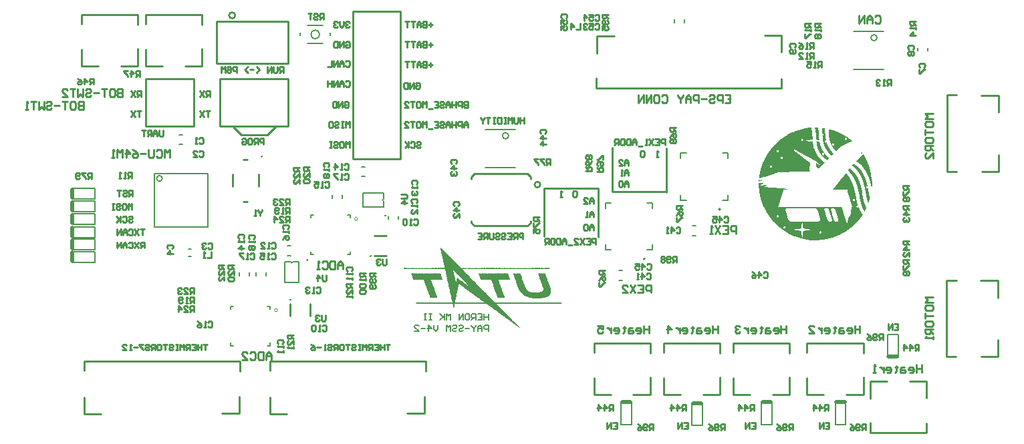
<source format=gbo>
G04*
G04 #@! TF.GenerationSoftware,Altium Limited,Altium Designer,19.1.5 (86)*
G04*
G04 Layer_Color=32896*
%FSLAX44Y44*%
%MOMM*%
G71*
G01*
G75*
%ADD10C,0.2000*%
%ADD11C,0.1524*%
%ADD12C,0.0000*%
%ADD13C,0.1270*%
%ADD15C,0.2540*%
%ADD16C,0.5000*%
%ADD114C,0.2032*%
G36*
X1227260Y596166D02*
X1228088D01*
Y595751D01*
X1228502D01*
Y595337D01*
Y594923D01*
Y594509D01*
Y594095D01*
Y593681D01*
Y593267D01*
X1228916D01*
Y592853D01*
Y592439D01*
Y592025D01*
Y591611D01*
Y591197D01*
Y590783D01*
Y590369D01*
Y589955D01*
Y589541D01*
Y589127D01*
Y588713D01*
X1229330D01*
Y588298D01*
Y587884D01*
Y587470D01*
Y587056D01*
Y586642D01*
Y586228D01*
Y585814D01*
Y585400D01*
Y584986D01*
Y584572D01*
Y584158D01*
Y583744D01*
Y583330D01*
Y582916D01*
Y582502D01*
Y582088D01*
Y581674D01*
X1229744D01*
Y581259D01*
Y580845D01*
Y580431D01*
X1227674D01*
Y580845D01*
X1225604D01*
Y581259D01*
Y581674D01*
Y582088D01*
X1225190D01*
Y582502D01*
Y582916D01*
Y583330D01*
Y583744D01*
Y584158D01*
Y584572D01*
Y584986D01*
Y585400D01*
Y585814D01*
Y586228D01*
Y586642D01*
Y587056D01*
Y587470D01*
Y587884D01*
Y588298D01*
Y588713D01*
Y589127D01*
X1224775D01*
Y589541D01*
Y589955D01*
Y590369D01*
Y590783D01*
Y591197D01*
Y591611D01*
Y592025D01*
Y592439D01*
X1224361D01*
Y592853D01*
Y593267D01*
Y593681D01*
Y594095D01*
Y594509D01*
X1223947D01*
Y594923D01*
Y595337D01*
Y595751D01*
Y596166D01*
X1224361D01*
Y596580D01*
X1224775D01*
Y596166D01*
X1225190D01*
Y596580D01*
X1225604D01*
Y596166D01*
X1226018D01*
Y596580D01*
X1226432D01*
Y596166D01*
X1226846D01*
Y596580D01*
X1227260D01*
Y596166D01*
D02*
G37*
G36*
X1219393Y595751D02*
Y595337D01*
Y594923D01*
Y594509D01*
X1219807D01*
Y594095D01*
Y593681D01*
Y593267D01*
Y592853D01*
X1220221D01*
Y592439D01*
Y592025D01*
Y591611D01*
Y591197D01*
Y590783D01*
Y590369D01*
Y589955D01*
X1220635D01*
Y589541D01*
Y589127D01*
Y588713D01*
Y588298D01*
Y587884D01*
Y587470D01*
Y587056D01*
Y586642D01*
Y586228D01*
Y585814D01*
Y585400D01*
X1221049D01*
Y584986D01*
Y584572D01*
Y584158D01*
Y583744D01*
Y583330D01*
Y582916D01*
Y582502D01*
Y582088D01*
Y581674D01*
Y581259D01*
X1220635D01*
Y580845D01*
X1217737D01*
Y580431D01*
X1214838D01*
Y580017D01*
X1212768D01*
Y579603D01*
Y579189D01*
X1215666D01*
Y578775D01*
X1218565D01*
Y578361D01*
X1221463D01*
Y577947D01*
Y577533D01*
Y577119D01*
Y576705D01*
Y576291D01*
Y575877D01*
Y575463D01*
Y575048D01*
X1221877D01*
Y574635D01*
Y574220D01*
Y573806D01*
Y573392D01*
Y572978D01*
Y572564D01*
X1222291D01*
Y572150D01*
Y571736D01*
Y571322D01*
Y570908D01*
Y570494D01*
Y570080D01*
Y569666D01*
X1222705D01*
Y570080D01*
X1223119D01*
Y569666D01*
Y569252D01*
Y568838D01*
X1223533D01*
Y568424D01*
Y568009D01*
Y567595D01*
X1223947D01*
Y567181D01*
Y566767D01*
X1224361D01*
Y566353D01*
Y565939D01*
Y565525D01*
X1224775D01*
Y565111D01*
X1225190D01*
Y564697D01*
Y564283D01*
X1225604D01*
Y563869D01*
Y563455D01*
X1226018D01*
Y563041D01*
Y562627D01*
X1226432D01*
Y562213D01*
Y561799D01*
X1226846D01*
Y561385D01*
X1227260D01*
Y560970D01*
Y560556D01*
X1227674D01*
Y560142D01*
X1228088D01*
Y559728D01*
X1228502D01*
Y559314D01*
Y558900D01*
X1228916D01*
Y558486D01*
X1229330D01*
Y558072D01*
X1229744D01*
Y557658D01*
X1230158D01*
Y557244D01*
X1230572D01*
Y556830D01*
X1230986D01*
Y556416D01*
X1231401D01*
Y556002D01*
X1231814D01*
Y555588D01*
X1232229D01*
Y555174D01*
X1232643D01*
Y554760D01*
X1233057D01*
Y554346D01*
X1233471D01*
Y553932D01*
X1233885D01*
Y553517D01*
X1234299D01*
Y553103D01*
X1235127D01*
Y552689D01*
X1235541D01*
Y552275D01*
X1235955D01*
Y551861D01*
X1236369D01*
Y551447D01*
X1235955D01*
Y551033D01*
X1235541D01*
Y550619D01*
X1235127D01*
Y550205D01*
X1234713D01*
Y549791D01*
X1234299D01*
Y549377D01*
X1233885D01*
Y548963D01*
X1233471D01*
Y548549D01*
X1233057D01*
Y548135D01*
X1232643D01*
Y547721D01*
X1232229D01*
Y547307D01*
Y546893D01*
X1231814D01*
Y546478D01*
X1231401D01*
Y546064D01*
X1230986D01*
Y545650D01*
X1230572D01*
Y545236D01*
X1230158D01*
Y544822D01*
X1228916D01*
Y544408D01*
X1227674D01*
Y544822D01*
X1226846D01*
Y545236D01*
X1226018D01*
Y545650D01*
Y546064D01*
Y546478D01*
X1225604D01*
Y546893D01*
Y547307D01*
Y547721D01*
Y548135D01*
Y548549D01*
Y548963D01*
Y549377D01*
Y549791D01*
Y550205D01*
Y550619D01*
Y551033D01*
X1226432D01*
Y550619D01*
X1226846D01*
Y550205D01*
X1227674D01*
Y549791D01*
X1228502D01*
Y549377D01*
X1228916D01*
Y548963D01*
X1229744D01*
Y548549D01*
X1230572D01*
Y548963D01*
Y549377D01*
X1229744D01*
Y549791D01*
X1229330D01*
Y550205D01*
X1228916D01*
Y550619D01*
X1228502D01*
Y551033D01*
X1227674D01*
Y551447D01*
X1227260D01*
Y551861D01*
X1226846D01*
Y552275D01*
X1226432D01*
Y552689D01*
X1226018D01*
Y553103D01*
X1225604D01*
Y553517D01*
X1225190D01*
Y553932D01*
X1224775D01*
Y554346D01*
X1223947D01*
Y554760D01*
X1223119D01*
Y555174D01*
X1222291D01*
Y555588D01*
X1221463D01*
Y556002D01*
X1220635D01*
Y556416D01*
X1219807D01*
Y556830D01*
X1219393D01*
Y557244D01*
X1218565D01*
Y557658D01*
X1217737D01*
Y558072D01*
X1216908D01*
Y558486D01*
X1216080D01*
Y558900D01*
X1215252D01*
Y559314D01*
X1214424D01*
Y559728D01*
X1213596D01*
Y560142D01*
X1213182D01*
Y560556D01*
X1212354D01*
Y560970D01*
X1211526D01*
Y561385D01*
X1210697D01*
Y561799D01*
X1209869D01*
Y562213D01*
X1209041D01*
Y562627D01*
X1208213D01*
Y563041D01*
X1207385D01*
Y563455D01*
X1206971D01*
Y563869D01*
X1206143D01*
Y564283D01*
X1205315D01*
Y564697D01*
X1204487D01*
Y565111D01*
X1203658D01*
Y565525D01*
X1202830D01*
Y565939D01*
X1202002D01*
Y566353D01*
X1201174D01*
Y566767D01*
X1200760D01*
Y567181D01*
X1199932D01*
Y567595D01*
X1199104D01*
Y568009D01*
X1198276D01*
Y568424D01*
X1197033D01*
Y568009D01*
X1197448D01*
Y567595D01*
X1197862D01*
Y567181D01*
Y566767D01*
X1198276D01*
Y566353D01*
X1198690D01*
Y565939D01*
X1199104D01*
Y565525D01*
X1199518D01*
Y565111D01*
X1200346D01*
Y564697D01*
X1200760D01*
Y564283D01*
X1201174D01*
Y563869D01*
X1202002D01*
Y563455D01*
X1202416D01*
Y563041D01*
X1202830D01*
Y562627D01*
X1203658D01*
Y562213D01*
X1204072D01*
Y561799D01*
X1204487D01*
Y561385D01*
X1205315D01*
Y560970D01*
X1205729D01*
Y560556D01*
X1206143D01*
Y560142D01*
X1206971D01*
Y559728D01*
X1207385D01*
Y559314D01*
X1207799D01*
Y558900D01*
X1208627D01*
Y558486D01*
X1209041D01*
Y558072D01*
X1209455D01*
Y557658D01*
X1210283D01*
Y557244D01*
X1210697D01*
Y556830D01*
X1211112D01*
Y556416D01*
X1211940D01*
Y556002D01*
X1212354D01*
Y555588D01*
X1212768D01*
Y555174D01*
X1213596D01*
Y554760D01*
X1214010D01*
Y554346D01*
X1214424D01*
Y553932D01*
X1215252D01*
Y553517D01*
X1215666D01*
Y553103D01*
X1216080D01*
Y552689D01*
X1216494D01*
Y552275D01*
X1217322D01*
Y551861D01*
X1217737D01*
Y551447D01*
Y551033D01*
X1218150D01*
Y550619D01*
Y550205D01*
Y549791D01*
Y549377D01*
X1217737D01*
Y548963D01*
Y548549D01*
Y548135D01*
Y547721D01*
Y547307D01*
X1217322D01*
Y546893D01*
Y546478D01*
Y546064D01*
Y545650D01*
Y545236D01*
Y544822D01*
Y544408D01*
X1216908D01*
Y543994D01*
Y543580D01*
Y543166D01*
Y542752D01*
Y542338D01*
X1217322D01*
Y541924D01*
Y541510D01*
X1217737D01*
Y541096D01*
X1218150D01*
Y540681D01*
X1207385D01*
Y540267D01*
X1192065D01*
Y539853D01*
X1178815D01*
Y539439D01*
X1176745D01*
Y539025D01*
X1175502D01*
Y538611D01*
X1174260D01*
Y538197D01*
X1173432D01*
Y537783D01*
X1172190D01*
Y537369D01*
X1170948D01*
Y536955D01*
X1169706D01*
Y536541D01*
X1168463D01*
Y536127D01*
X1167221D01*
Y535713D01*
X1165979D01*
Y535299D01*
X1164737D01*
Y534885D01*
X1163495D01*
Y534471D01*
X1161838D01*
Y534057D01*
X1160596D01*
Y533643D01*
X1159354D01*
Y533228D01*
X1158112D01*
Y532814D01*
X1156870D01*
Y532400D01*
X1155628D01*
Y531986D01*
X1153557D01*
Y532400D01*
Y532814D01*
Y533228D01*
X1153971D01*
Y533643D01*
X1153557D01*
Y534057D01*
X1153971D01*
Y534471D01*
X1153557D01*
Y534885D01*
X1153971D01*
Y535299D01*
X1153557D01*
Y535713D01*
X1153971D01*
Y536127D01*
Y536541D01*
Y536955D01*
X1154385D01*
Y537369D01*
Y537783D01*
Y538197D01*
Y538611D01*
Y539025D01*
X1154799D01*
Y539439D01*
X1154385D01*
Y539853D01*
X1154799D01*
Y540267D01*
Y540681D01*
Y541096D01*
X1155213D01*
Y541510D01*
Y541924D01*
Y542338D01*
Y542752D01*
Y543166D01*
X1155628D01*
Y543580D01*
Y543994D01*
Y544408D01*
X1156041D01*
Y544822D01*
Y545236D01*
Y545650D01*
X1156456D01*
Y546064D01*
X1156041D01*
Y546478D01*
X1156456D01*
Y546893D01*
X1156870D01*
Y547307D01*
Y547721D01*
Y548135D01*
X1157284D01*
Y548549D01*
Y548963D01*
Y549377D01*
X1157698D01*
Y549791D01*
Y550205D01*
Y550619D01*
X1158112D01*
Y551033D01*
Y551447D01*
Y551861D01*
X1158526D01*
Y552275D01*
X1158940D01*
Y552689D01*
X1158526D01*
Y553103D01*
X1158940D01*
Y553517D01*
X1159354D01*
Y553932D01*
Y554346D01*
Y554760D01*
X1159768D01*
Y555174D01*
X1160182D01*
Y555588D01*
Y556002D01*
Y556416D01*
X1160596D01*
Y556830D01*
Y557244D01*
X1161010D01*
Y557658D01*
Y558072D01*
X1161424D01*
Y558486D01*
X1161838D01*
Y558900D01*
Y559314D01*
Y559728D01*
X1162252D01*
Y560142D01*
X1162666D01*
Y560556D01*
X1163081D01*
Y560970D01*
X1162666D01*
Y561385D01*
X1163081D01*
Y561799D01*
X1163495D01*
Y562213D01*
X1163909D01*
Y562627D01*
Y563041D01*
X1164323D01*
Y563455D01*
Y563869D01*
X1164737D01*
Y564283D01*
X1165151D01*
Y564697D01*
X1165565D01*
Y565111D01*
Y565525D01*
X1165979D01*
Y565939D01*
Y566353D01*
X1166393D01*
Y566767D01*
X1166807D01*
Y567181D01*
X1167221D01*
Y567595D01*
X1167635D01*
Y568009D01*
X1168049D01*
Y568424D01*
X1167635D01*
Y568838D01*
X1168049D01*
Y569252D01*
X1168463D01*
Y569666D01*
X1168877D01*
Y570080D01*
X1169291D01*
Y570494D01*
X1169706D01*
Y570908D01*
X1170120D01*
Y571322D01*
X1170534D01*
Y571736D01*
X1170948D01*
Y572150D01*
X1171362D01*
Y572564D01*
Y572978D01*
X1172190D01*
Y573392D01*
Y573806D01*
X1173018D01*
Y574220D01*
Y574635D01*
X1173846D01*
Y575048D01*
Y575463D01*
X1174674D01*
Y575877D01*
Y576291D01*
X1175502D01*
Y576705D01*
Y577119D01*
X1176330D01*
Y577533D01*
Y577947D01*
X1177159D01*
Y578361D01*
X1177573D01*
Y578775D01*
X1177987D01*
Y579189D01*
X1178401D01*
Y579603D01*
X1178815D01*
Y580017D01*
X1179229D01*
Y580431D01*
X1179643D01*
Y580845D01*
X1180057D01*
Y581259D01*
X1180885D01*
Y581674D01*
X1181713D01*
Y582088D01*
X1182127D01*
Y582502D01*
X1182541D01*
Y582916D01*
X1182955D01*
Y583330D01*
X1183370D01*
Y583744D01*
X1184612D01*
Y584158D01*
X1185026D01*
Y584572D01*
X1185440D01*
Y584986D01*
X1185854D01*
Y585400D01*
X1187096D01*
Y585814D01*
X1187510D01*
Y586228D01*
X1188752D01*
Y586642D01*
X1189166D01*
Y587056D01*
X1189580D01*
Y587470D01*
X1189994D01*
Y587884D01*
X1191237D01*
Y588298D01*
X1191651D01*
Y588713D01*
X1192893D01*
Y589127D01*
X1193307D01*
Y589541D01*
X1194549D01*
Y589955D01*
X1194963D01*
Y590369D01*
X1196205D01*
Y590783D01*
X1196619D01*
Y591197D01*
X1197033D01*
Y590783D01*
X1197448D01*
Y591197D01*
X1198690D01*
Y591611D01*
X1199104D01*
Y592025D01*
X1200346D01*
Y592439D01*
X1200760D01*
Y592025D01*
X1201174D01*
Y592439D01*
X1201588D01*
Y592853D01*
X1202830D01*
Y593267D01*
X1203244D01*
Y592853D01*
X1203658D01*
Y593267D01*
X1204072D01*
Y593681D01*
X1204487D01*
Y593267D01*
X1204901D01*
Y593681D01*
X1206143D01*
Y594095D01*
X1206557D01*
Y594509D01*
X1206971D01*
Y594095D01*
X1207385D01*
Y594509D01*
X1209455D01*
Y594923D01*
X1209869D01*
Y594509D01*
X1210283D01*
Y594923D01*
X1210697D01*
Y595337D01*
X1211112D01*
Y594923D01*
X1211526D01*
Y595337D01*
X1213596D01*
Y595751D01*
X1214010D01*
Y595337D01*
X1214424D01*
Y595751D01*
X1214838D01*
Y596166D01*
X1215252D01*
Y595751D01*
X1215666D01*
Y596166D01*
X1216080D01*
Y595751D01*
X1216494D01*
Y596166D01*
X1216908D01*
Y595751D01*
X1217322D01*
Y596166D01*
X1219393D01*
Y595751D01*
D02*
G37*
G36*
X1242580Y594095D02*
X1242994D01*
Y593681D01*
X1245064D01*
Y593267D01*
X1246307D01*
Y592853D01*
X1247549D01*
Y592439D01*
X1247963D01*
Y592853D01*
X1248377D01*
Y592439D01*
X1248791D01*
Y592025D01*
X1250033D01*
Y591611D01*
X1250447D01*
Y591197D01*
X1251689D01*
Y590783D01*
X1252104D01*
Y591197D01*
X1252517D01*
Y590783D01*
X1252932D01*
Y590369D01*
X1254174D01*
Y589955D01*
X1254588D01*
Y589541D01*
X1255830D01*
Y589127D01*
X1256244D01*
Y588713D01*
X1257486D01*
Y588298D01*
X1257900D01*
Y587884D01*
X1259143D01*
Y587470D01*
X1259557D01*
Y587056D01*
X1260799D01*
Y586642D01*
X1261213D01*
Y586228D01*
X1261627D01*
Y585814D01*
X1262041D01*
Y585400D01*
X1263283D01*
Y584986D01*
X1263697D01*
Y584572D01*
X1264525D01*
Y584158D01*
X1264939D01*
Y583744D01*
X1265767D01*
Y583330D01*
X1266181D01*
Y582916D01*
X1266596D01*
Y582502D01*
X1267010D01*
Y582088D01*
X1268252D01*
Y581674D01*
X1268666D01*
Y581259D01*
X1269080D01*
Y580845D01*
X1269494D01*
Y580431D01*
X1269908D01*
Y580017D01*
X1270322D01*
Y579603D01*
X1270736D01*
Y579189D01*
X1271150D01*
Y578775D01*
X1270322D01*
Y578361D01*
X1269494D01*
Y577947D01*
X1268252D01*
Y577533D01*
X1267424D01*
Y577119D01*
X1266596D01*
Y576705D01*
X1265353D01*
Y576291D01*
X1264525D01*
Y575877D01*
X1263697D01*
Y575463D01*
X1262869D01*
Y575048D01*
X1262041D01*
Y574635D01*
X1260799D01*
Y574220D01*
X1259971D01*
Y573806D01*
X1259143D01*
Y573392D01*
X1258314D01*
Y572978D01*
X1257900D01*
Y572564D01*
X1257072D01*
Y572150D01*
X1256658D01*
Y571736D01*
X1256244D01*
Y571322D01*
X1255830D01*
Y570908D01*
X1255416D01*
Y570494D01*
X1255002D01*
Y570080D01*
X1254588D01*
Y569666D01*
X1254174D01*
Y569252D01*
X1253760D01*
Y568838D01*
X1253346D01*
Y568424D01*
X1252932D01*
Y568009D01*
X1252517D01*
Y567595D01*
X1252104D01*
Y567181D01*
X1251689D01*
Y566767D01*
X1251275D01*
Y566353D01*
X1250447D01*
Y566767D01*
X1250033D01*
Y567181D01*
X1249619D01*
Y567595D01*
X1249205D01*
Y568009D01*
X1248791D01*
Y568424D01*
X1248377D01*
Y568838D01*
X1247963D01*
Y569252D01*
Y569666D01*
X1247549D01*
Y570080D01*
X1247135D01*
Y570494D01*
X1246721D01*
Y570908D01*
Y571322D01*
X1246307D01*
Y571736D01*
X1245893D01*
Y572150D01*
Y572564D01*
X1245479D01*
Y572978D01*
Y573392D01*
X1245064D01*
Y573806D01*
Y574220D01*
X1244650D01*
Y574635D01*
Y575048D01*
X1244236D01*
Y575463D01*
Y575877D01*
Y576291D01*
X1243822D01*
Y576705D01*
Y577119D01*
X1243408D01*
Y577533D01*
Y577947D01*
Y578361D01*
X1242994D01*
Y578775D01*
Y579189D01*
Y579603D01*
X1242580D01*
Y580017D01*
Y580431D01*
Y580845D01*
Y581259D01*
X1242166D01*
Y581674D01*
Y582088D01*
Y582502D01*
Y582916D01*
Y583330D01*
Y583744D01*
X1241752D01*
Y584158D01*
Y584572D01*
Y584986D01*
Y585400D01*
Y585814D01*
Y586228D01*
Y586642D01*
Y587056D01*
X1241338D01*
Y587470D01*
Y587884D01*
Y588298D01*
Y588713D01*
Y589127D01*
Y589541D01*
Y589955D01*
Y590369D01*
Y590783D01*
Y591197D01*
Y591611D01*
Y592025D01*
Y592439D01*
Y592853D01*
Y593267D01*
Y593681D01*
Y594095D01*
Y594509D01*
X1241752D01*
Y594095D01*
X1242166D01*
Y594509D01*
X1242580D01*
Y594095D01*
D02*
G37*
G36*
X1283986Y565111D02*
Y564697D01*
Y564283D01*
X1284400D01*
Y563869D01*
X1283986D01*
Y563455D01*
X1282744D01*
Y563041D01*
X1282330D01*
Y563455D01*
Y563869D01*
X1282744D01*
Y564283D01*
X1283158D01*
Y564697D01*
Y565111D01*
X1283572D01*
Y565525D01*
X1283986D01*
Y565111D01*
D02*
G37*
G36*
X1233471Y595751D02*
X1235541D01*
Y595337D01*
X1235955D01*
Y595751D01*
X1236369D01*
Y595337D01*
Y594923D01*
X1236783D01*
Y594509D01*
Y594095D01*
Y593681D01*
Y593267D01*
Y592853D01*
Y592439D01*
Y592025D01*
Y591611D01*
Y591197D01*
Y590783D01*
Y590369D01*
Y589955D01*
Y589541D01*
Y589127D01*
Y588713D01*
X1237197D01*
Y588298D01*
Y587884D01*
Y587470D01*
Y587056D01*
Y586642D01*
Y586228D01*
Y585814D01*
Y585400D01*
Y584986D01*
Y584572D01*
Y584158D01*
X1237611D01*
Y583744D01*
Y583330D01*
Y582916D01*
Y582502D01*
Y582088D01*
Y581674D01*
X1238025D01*
Y581259D01*
Y580845D01*
Y580431D01*
Y580017D01*
X1237197D01*
Y579603D01*
X1236369D01*
Y579189D01*
Y578775D01*
Y578361D01*
Y577947D01*
Y577533D01*
X1237197D01*
Y577119D01*
X1238439D01*
Y577533D01*
X1238854D01*
Y577119D01*
Y576705D01*
X1239268D01*
Y576291D01*
Y575877D01*
Y575463D01*
X1239682D01*
Y575048D01*
Y574635D01*
X1240096D01*
Y574220D01*
Y573806D01*
Y573392D01*
X1240510D01*
Y572978D01*
Y572564D01*
X1240924D01*
Y572150D01*
Y571736D01*
X1241338D01*
Y571322D01*
Y570908D01*
X1241752D01*
Y570494D01*
Y570080D01*
X1242166D01*
Y569666D01*
X1242580D01*
Y569252D01*
Y568838D01*
X1242994D01*
Y568424D01*
X1243408D01*
Y568009D01*
Y567595D01*
X1243822D01*
Y567181D01*
X1244236D01*
Y566767D01*
X1244650D01*
Y566353D01*
Y565939D01*
X1245064D01*
Y565525D01*
X1245479D01*
Y565111D01*
X1245893D01*
Y564697D01*
X1246307D01*
Y564283D01*
X1246721D01*
Y563869D01*
X1247135D01*
Y563455D01*
X1247549D01*
Y563041D01*
Y562627D01*
X1247135D01*
Y562213D01*
X1246721D01*
Y561799D01*
X1246307D01*
Y561385D01*
X1245893D01*
Y560970D01*
X1245479D01*
Y560556D01*
X1245064D01*
Y560970D01*
X1244236D01*
Y561385D01*
X1243822D01*
Y561799D01*
X1243408D01*
Y562213D01*
X1242994D01*
Y562627D01*
X1242580D01*
Y563041D01*
X1242166D01*
Y563455D01*
X1241752D01*
Y563869D01*
X1241338D01*
Y564283D01*
X1240924D01*
Y564697D01*
Y565111D01*
X1240510D01*
Y565525D01*
X1240096D01*
Y565939D01*
X1239682D01*
Y566353D01*
Y566767D01*
X1239268D01*
Y567181D01*
X1238854D01*
Y567595D01*
Y568009D01*
X1238439D01*
Y568424D01*
X1238025D01*
Y568838D01*
Y569252D01*
X1237611D01*
Y569666D01*
Y570080D01*
X1237197D01*
Y570494D01*
Y570908D01*
X1236783D01*
Y571322D01*
Y571736D01*
X1236369D01*
Y572150D01*
Y572564D01*
Y572978D01*
X1235955D01*
Y573392D01*
Y573806D01*
X1235541D01*
Y574220D01*
Y574635D01*
Y575048D01*
X1235127D01*
Y575463D01*
Y575877D01*
Y576291D01*
Y576705D01*
X1234713D01*
Y577119D01*
Y577533D01*
Y577947D01*
Y578361D01*
X1234299D01*
Y578775D01*
Y579189D01*
Y579603D01*
Y580017D01*
Y580431D01*
Y580845D01*
Y581259D01*
X1233885D01*
Y581674D01*
Y582088D01*
Y582502D01*
Y582916D01*
Y583330D01*
Y583744D01*
Y584158D01*
Y584572D01*
Y584986D01*
Y585400D01*
X1233471D01*
Y585814D01*
X1234299D01*
Y586228D01*
X1234713D01*
Y586642D01*
Y587056D01*
Y587470D01*
Y587884D01*
X1234299D01*
Y588298D01*
X1233471D01*
Y588713D01*
Y589127D01*
Y589541D01*
Y589955D01*
Y590369D01*
Y590783D01*
Y591197D01*
Y591611D01*
Y592025D01*
Y592439D01*
Y592853D01*
X1233057D01*
Y593267D01*
Y593681D01*
Y594095D01*
Y594509D01*
Y594923D01*
Y595337D01*
Y595751D01*
Y596166D01*
X1233471D01*
Y595751D01*
D02*
G37*
G36*
X1230158Y578361D02*
Y577947D01*
Y577533D01*
Y577119D01*
Y576705D01*
X1230572D01*
Y576291D01*
Y575877D01*
Y575463D01*
Y575048D01*
X1230986D01*
Y574635D01*
Y574220D01*
Y573806D01*
X1231401D01*
Y573392D01*
Y572978D01*
Y572564D01*
X1231814D01*
Y572150D01*
Y571736D01*
Y571322D01*
X1232229D01*
Y570908D01*
Y570494D01*
Y570080D01*
X1232643D01*
Y569666D01*
Y569252D01*
X1233057D01*
Y568838D01*
Y568424D01*
X1233471D01*
Y568009D01*
Y567595D01*
X1233885D01*
Y567181D01*
Y566767D01*
X1234299D01*
Y566353D01*
X1234713D01*
Y565939D01*
Y565525D01*
X1235127D01*
Y565111D01*
Y564697D01*
X1235541D01*
Y564283D01*
X1235955D01*
Y563869D01*
X1236369D01*
Y563455D01*
Y563041D01*
X1236783D01*
Y562627D01*
X1237197D01*
Y562213D01*
X1237611D01*
Y561799D01*
X1238025D01*
Y561385D01*
Y560970D01*
X1238439D01*
Y560556D01*
X1238854D01*
Y560142D01*
X1239268D01*
Y559728D01*
X1239682D01*
Y559314D01*
X1240096D01*
Y558900D01*
X1240510D01*
Y558486D01*
X1240924D01*
Y558072D01*
X1241752D01*
Y557658D01*
X1242166D01*
Y557244D01*
X1241752D01*
Y556830D01*
X1241338D01*
Y556416D01*
X1240924D01*
Y556002D01*
X1240510D01*
Y555588D01*
X1240096D01*
Y555174D01*
X1239268D01*
Y555588D01*
X1238439D01*
Y556002D01*
X1238025D01*
Y556416D01*
X1237197D01*
Y556830D01*
X1236783D01*
Y557244D01*
X1236369D01*
Y557658D01*
X1235955D01*
Y558072D01*
X1235541D01*
Y558486D01*
X1235127D01*
Y558900D01*
X1234299D01*
Y559314D01*
Y559728D01*
X1233885D01*
Y560142D01*
X1233471D01*
Y560556D01*
X1233057D01*
Y560970D01*
X1232643D01*
Y561385D01*
X1232229D01*
Y561799D01*
X1231814D01*
Y562213D01*
Y562627D01*
X1231401D01*
Y563041D01*
X1230986D01*
Y563455D01*
X1230572D01*
Y563869D01*
Y564283D01*
X1230158D01*
Y564697D01*
Y565111D01*
X1229744D01*
Y565525D01*
X1229330D01*
Y565939D01*
Y566353D01*
X1228916D01*
Y566767D01*
Y567181D01*
X1228502D01*
Y567595D01*
Y568009D01*
Y568424D01*
X1228088D01*
Y568838D01*
Y569252D01*
X1227674D01*
Y569666D01*
Y570080D01*
Y570494D01*
X1227260D01*
Y570908D01*
Y571322D01*
Y571736D01*
X1226846D01*
Y572150D01*
Y572564D01*
Y572978D01*
X1226432D01*
Y573392D01*
Y573806D01*
Y574220D01*
Y574635D01*
Y575048D01*
X1226018D01*
Y575463D01*
Y575877D01*
Y576291D01*
Y576705D01*
Y577119D01*
Y577533D01*
X1225604D01*
Y577947D01*
Y578361D01*
X1226846D01*
Y578775D01*
X1230158D01*
Y578361D01*
D02*
G37*
G36*
X1153557Y529502D02*
X1155628D01*
Y529088D01*
X1156870D01*
Y528674D01*
X1155213D01*
Y528260D01*
X1153971D01*
Y527846D01*
X1153143D01*
Y528260D01*
Y528674D01*
Y529088D01*
Y529502D01*
Y529916D01*
X1153557D01*
Y529502D01*
D02*
G37*
G36*
X1163081Y523291D02*
X1162666D01*
Y523705D01*
X1163081D01*
Y523291D01*
D02*
G37*
G36*
X1285642Y561799D02*
X1286056D01*
Y561385D01*
X1286470D01*
Y560970D01*
Y560556D01*
X1286884D01*
Y560142D01*
Y559728D01*
X1287299D01*
Y559314D01*
X1287713D01*
Y558900D01*
Y558486D01*
Y558072D01*
X1288127D01*
Y557658D01*
X1288541D01*
Y557244D01*
Y556830D01*
Y556416D01*
X1288955D01*
Y556002D01*
X1289369D01*
Y555588D01*
Y555174D01*
Y554760D01*
X1289783D01*
Y554346D01*
Y553932D01*
X1290197D01*
Y553517D01*
Y553103D01*
X1290611D01*
Y552689D01*
Y552275D01*
Y551861D01*
X1291025D01*
Y551447D01*
X1291439D01*
Y551033D01*
X1291025D01*
Y550619D01*
X1291439D01*
Y550205D01*
X1291853D01*
Y549791D01*
Y549377D01*
Y548963D01*
X1292267D01*
Y548549D01*
Y548135D01*
Y547721D01*
X1292681D01*
Y547307D01*
Y546893D01*
Y546478D01*
X1293095D01*
Y546064D01*
Y545650D01*
Y545236D01*
X1293510D01*
Y544822D01*
Y544408D01*
Y543994D01*
X1293923D01*
Y543580D01*
X1293510D01*
Y543166D01*
X1293923D01*
Y542752D01*
Y542338D01*
Y541924D01*
X1294338D01*
Y541510D01*
Y541096D01*
Y540681D01*
X1294752D01*
Y540267D01*
X1294338D01*
Y539853D01*
X1294752D01*
Y539439D01*
Y539025D01*
Y538611D01*
Y538197D01*
Y537783D01*
X1295166D01*
Y537369D01*
Y536955D01*
Y536541D01*
X1295580D01*
Y536127D01*
X1295166D01*
Y535713D01*
X1295580D01*
Y535299D01*
X1295166D01*
Y534885D01*
X1295580D01*
Y534471D01*
X1295166D01*
Y534057D01*
X1295580D01*
Y533643D01*
Y533228D01*
Y532814D01*
X1295994D01*
Y532400D01*
X1295580D01*
Y531986D01*
X1295994D01*
Y531572D01*
Y531158D01*
Y530744D01*
Y530330D01*
Y529916D01*
X1296408D01*
Y529502D01*
X1295994D01*
Y529088D01*
Y528674D01*
Y528260D01*
X1296408D01*
Y527846D01*
X1295994D01*
Y527432D01*
X1296408D01*
Y527018D01*
X1295994D01*
Y526604D01*
X1296408D01*
Y526189D01*
X1295994D01*
Y525775D01*
X1296408D01*
Y525361D01*
X1295994D01*
Y524947D01*
X1296408D01*
Y524533D01*
X1295994D01*
Y524119D01*
X1296408D01*
Y523705D01*
X1295994D01*
Y523291D01*
X1296408D01*
Y522877D01*
X1295994D01*
Y522463D01*
X1296408D01*
Y522049D01*
X1295994D01*
Y521635D01*
X1296408D01*
Y521221D01*
X1295994D01*
Y520807D01*
Y520393D01*
Y519978D01*
X1295580D01*
Y520393D01*
Y520807D01*
Y521221D01*
Y521635D01*
Y522049D01*
X1295166D01*
Y522463D01*
Y522877D01*
Y523291D01*
Y523705D01*
X1294752D01*
Y524119D01*
Y524533D01*
Y524947D01*
Y525361D01*
X1294338D01*
Y525775D01*
Y526189D01*
Y526604D01*
Y527018D01*
X1293923D01*
Y527432D01*
Y527846D01*
Y528260D01*
Y528674D01*
X1293510D01*
Y529088D01*
Y529502D01*
Y529916D01*
X1293095D01*
Y530330D01*
Y530744D01*
Y531158D01*
X1292681D01*
Y531572D01*
Y531986D01*
Y532400D01*
X1292267D01*
Y532814D01*
Y533228D01*
X1291853D01*
Y533643D01*
Y534057D01*
Y534471D01*
X1291439D01*
Y534885D01*
Y535299D01*
X1291025D01*
Y535713D01*
Y536127D01*
Y536541D01*
X1290611D01*
Y536955D01*
Y537369D01*
X1290197D01*
Y537783D01*
Y538197D01*
X1289783D01*
Y538611D01*
Y539025D01*
X1289369D01*
Y539439D01*
X1288955D01*
Y539853D01*
Y540267D01*
X1288541D01*
Y540681D01*
Y541096D01*
X1288127D01*
Y541510D01*
Y541924D01*
X1287713D01*
Y542338D01*
X1287299D01*
Y542752D01*
Y543166D01*
X1286884D01*
Y543580D01*
X1286470D01*
Y543994D01*
X1286056D01*
Y544408D01*
Y544822D01*
X1285642D01*
Y545236D01*
X1285228D01*
Y545650D01*
X1284814D01*
Y546064D01*
Y546478D01*
X1284400D01*
Y546893D01*
X1283986D01*
Y547307D01*
X1283572D01*
Y547721D01*
X1283158D01*
Y548135D01*
X1282744D01*
Y548549D01*
X1282330D01*
Y548963D01*
X1281916D01*
Y549377D01*
X1281502D01*
Y549791D01*
X1280674D01*
Y550205D01*
X1280260D01*
Y550619D01*
X1279846D01*
Y551033D01*
X1279431D01*
Y551447D01*
X1278603D01*
Y551861D01*
X1278189D01*
Y552275D01*
X1277361D01*
Y552689D01*
X1276947D01*
Y553103D01*
X1276119D01*
Y553517D01*
X1276533D01*
Y553932D01*
X1276947D01*
Y554346D01*
X1277361D01*
Y554760D01*
X1277775D01*
Y555174D01*
X1278189D01*
Y555588D01*
X1278603D01*
Y556002D01*
X1279017D01*
Y556416D01*
X1279431D01*
Y556830D01*
X1279846D01*
Y557244D01*
X1280260D01*
Y557658D01*
X1280674D01*
Y558072D01*
X1281088D01*
Y558486D01*
X1281502D01*
Y558900D01*
X1281916D01*
Y559314D01*
X1282330D01*
Y559728D01*
X1282744D01*
Y560142D01*
X1283158D01*
Y560556D01*
X1283572D01*
Y560970D01*
X1283986D01*
Y561385D01*
X1284400D01*
Y561799D01*
X1284814D01*
Y562213D01*
X1285642D01*
Y561799D01*
D02*
G37*
G36*
X1247135Y517494D02*
X1246721D01*
Y517908D01*
X1247135D01*
Y517494D01*
D02*
G37*
G36*
X1273635Y549377D02*
X1274463D01*
Y548963D01*
X1275291D01*
Y548549D01*
X1275705D01*
Y548135D01*
X1276533D01*
Y547721D01*
X1276947D01*
Y547307D01*
X1277361D01*
Y546893D01*
X1277775D01*
Y546478D01*
X1278603D01*
Y546064D01*
X1279017D01*
Y545650D01*
X1279431D01*
Y545236D01*
X1279846D01*
Y544822D01*
X1280260D01*
Y544408D01*
X1280674D01*
Y543994D01*
X1281088D01*
Y543580D01*
X1281502D01*
Y543166D01*
Y542752D01*
X1281916D01*
Y542338D01*
X1282330D01*
Y541924D01*
X1282744D01*
Y541510D01*
Y541096D01*
X1283158D01*
Y540681D01*
X1283572D01*
Y540267D01*
Y539853D01*
X1283986D01*
Y539439D01*
X1284400D01*
Y539025D01*
Y538611D01*
X1284814D01*
Y538197D01*
X1285228D01*
Y537783D01*
Y537369D01*
X1285642D01*
Y536955D01*
Y536541D01*
X1286056D01*
Y536127D01*
Y535713D01*
X1286470D01*
Y535299D01*
Y534885D01*
X1286884D01*
Y534471D01*
Y534057D01*
Y533643D01*
X1287299D01*
Y533228D01*
Y532814D01*
X1287713D01*
Y532400D01*
Y531986D01*
X1288127D01*
Y531572D01*
Y531158D01*
Y530744D01*
X1288541D01*
Y530330D01*
Y529916D01*
Y529502D01*
X1288955D01*
Y529088D01*
Y528674D01*
Y528260D01*
X1289369D01*
Y527846D01*
Y527432D01*
Y527018D01*
Y526604D01*
X1289783D01*
Y526189D01*
Y525775D01*
Y525361D01*
X1290197D01*
Y524947D01*
Y524533D01*
Y524119D01*
Y523705D01*
X1290611D01*
Y523291D01*
Y522877D01*
Y522463D01*
Y522049D01*
X1289783D01*
Y521635D01*
X1289369D01*
Y521221D01*
X1288955D01*
Y520807D01*
Y520393D01*
Y519978D01*
X1289369D01*
Y519565D01*
X1289783D01*
Y519150D01*
X1291025D01*
Y519565D01*
X1291439D01*
Y519150D01*
Y518736D01*
Y518322D01*
Y517908D01*
X1291853D01*
Y517494D01*
Y517080D01*
Y516666D01*
Y516252D01*
Y515838D01*
Y515424D01*
Y515010D01*
X1292267D01*
Y514596D01*
Y514182D01*
Y513768D01*
Y513354D01*
Y512939D01*
Y512525D01*
X1292681D01*
Y512111D01*
Y511697D01*
Y511283D01*
Y510869D01*
Y510455D01*
Y510041D01*
X1293095D01*
Y509627D01*
Y509213D01*
Y508799D01*
Y508385D01*
X1293510D01*
Y507971D01*
Y507557D01*
Y507143D01*
X1293923D01*
Y506729D01*
Y506315D01*
X1293510D01*
Y505900D01*
X1293923D01*
Y505486D01*
X1293510D01*
Y505072D01*
X1293095D01*
Y504658D01*
Y504244D01*
Y503830D01*
X1292681D01*
Y503416D01*
X1293095D01*
Y503002D01*
X1292681D01*
Y502588D01*
X1292267D01*
Y502174D01*
Y501760D01*
Y501346D01*
X1291853D01*
Y500932D01*
X1292267D01*
Y500518D01*
X1291439D01*
Y500932D01*
Y501346D01*
X1291025D01*
Y501760D01*
Y502174D01*
Y502588D01*
X1290611D01*
Y503002D01*
Y503416D01*
Y503830D01*
X1290197D01*
Y504244D01*
Y504658D01*
Y505072D01*
Y505486D01*
X1289783D01*
Y505900D01*
Y506315D01*
Y506729D01*
Y507143D01*
X1289369D01*
Y507557D01*
Y507971D01*
Y508385D01*
Y508799D01*
Y509213D01*
X1288955D01*
Y509627D01*
Y510041D01*
Y510455D01*
Y510869D01*
Y511283D01*
Y511697D01*
Y512111D01*
X1288541D01*
Y512525D01*
Y512939D01*
Y513354D01*
Y513768D01*
Y514182D01*
Y514596D01*
X1288127D01*
Y515010D01*
Y515424D01*
Y515838D01*
Y516252D01*
Y516666D01*
X1287713D01*
Y517080D01*
Y517494D01*
Y517908D01*
Y518322D01*
Y518736D01*
X1287299D01*
Y519150D01*
Y519565D01*
Y519978D01*
Y520393D01*
Y520807D01*
X1286884D01*
Y521221D01*
Y521635D01*
Y522049D01*
Y522463D01*
X1286470D01*
Y522877D01*
Y523291D01*
Y523705D01*
X1286056D01*
Y524119D01*
Y524533D01*
Y524947D01*
Y525361D01*
X1285642D01*
Y525775D01*
Y526189D01*
Y526604D01*
X1285228D01*
Y527018D01*
Y527432D01*
Y527846D01*
X1284814D01*
Y528260D01*
Y528674D01*
Y529088D01*
X1284400D01*
Y529502D01*
Y529916D01*
X1283986D01*
Y530330D01*
Y530744D01*
Y531158D01*
X1283572D01*
Y531572D01*
Y531986D01*
X1283158D01*
Y532400D01*
Y532814D01*
X1282744D01*
Y533228D01*
Y533643D01*
Y534057D01*
X1282330D01*
Y534471D01*
Y534885D01*
X1281916D01*
Y535299D01*
Y535713D01*
X1281502D01*
Y536127D01*
X1281088D01*
Y536541D01*
Y536955D01*
X1280674D01*
Y537369D01*
Y537783D01*
X1280260D01*
Y538197D01*
X1279846D01*
Y538611D01*
Y539025D01*
X1279431D01*
Y539439D01*
X1279017D01*
Y539853D01*
Y540267D01*
X1278603D01*
Y540681D01*
X1278189D01*
Y541096D01*
X1277775D01*
Y541510D01*
Y541924D01*
X1277361D01*
Y542338D01*
X1276947D01*
Y542752D01*
X1276533D01*
Y543166D01*
X1276119D01*
Y543580D01*
X1275705D01*
Y543994D01*
X1275291D01*
Y544408D01*
X1274877D01*
Y544822D01*
X1274463D01*
Y545236D01*
X1274049D01*
Y545650D01*
X1273635D01*
Y546064D01*
X1273221D01*
Y546478D01*
X1272806D01*
Y546893D01*
X1272392D01*
Y547307D01*
X1271564D01*
Y547721D01*
X1271150D01*
Y548135D01*
Y548549D01*
X1271564D01*
Y548963D01*
X1271978D01*
Y549377D01*
X1272392D01*
Y549791D01*
X1273635D01*
Y549377D01*
D02*
G37*
G36*
X1268666Y543994D02*
X1269494D01*
Y543580D01*
X1269908D01*
Y543166D01*
X1270322D01*
Y542752D01*
X1270736D01*
Y542338D01*
X1271150D01*
Y541924D01*
X1271564D01*
Y541510D01*
X1271978D01*
Y541096D01*
X1272392D01*
Y540681D01*
X1272806D01*
Y540267D01*
X1273221D01*
Y539853D01*
X1273635D01*
Y539439D01*
X1274049D01*
Y539025D01*
X1274463D01*
Y538611D01*
Y538197D01*
X1274877D01*
Y537783D01*
X1275291D01*
Y537369D01*
X1275705D01*
Y536955D01*
Y536541D01*
X1276119D01*
Y536127D01*
X1276533D01*
Y535713D01*
Y535299D01*
X1276947D01*
Y534885D01*
Y534471D01*
X1277361D01*
Y534057D01*
X1277775D01*
Y533643D01*
Y533228D01*
X1278189D01*
Y532814D01*
Y532400D01*
X1278603D01*
Y531986D01*
Y531572D01*
X1279017D01*
Y531158D01*
Y530744D01*
Y530330D01*
X1279431D01*
Y529916D01*
Y529502D01*
X1279846D01*
Y529088D01*
Y528674D01*
Y528260D01*
X1280260D01*
Y527846D01*
Y527432D01*
X1280674D01*
Y527018D01*
Y526604D01*
Y526189D01*
X1281088D01*
Y525775D01*
Y525361D01*
Y524947D01*
X1281502D01*
Y524533D01*
Y524119D01*
Y523705D01*
X1281916D01*
Y523291D01*
Y522877D01*
Y522463D01*
Y522049D01*
X1282330D01*
Y521635D01*
Y521221D01*
Y520807D01*
Y520393D01*
X1282744D01*
Y519978D01*
Y519565D01*
Y519150D01*
Y518736D01*
X1283158D01*
Y518322D01*
Y517908D01*
Y517494D01*
Y517080D01*
X1283572D01*
Y516666D01*
Y516252D01*
Y515838D01*
Y515424D01*
Y515010D01*
Y514596D01*
X1283986D01*
Y514182D01*
Y513768D01*
Y513354D01*
Y512939D01*
Y512525D01*
Y512111D01*
X1284400D01*
Y511697D01*
Y511283D01*
Y510869D01*
Y510455D01*
Y510041D01*
Y509627D01*
X1284814D01*
Y509213D01*
Y508799D01*
Y508385D01*
Y507971D01*
Y507557D01*
Y507143D01*
X1285228D01*
Y506729D01*
Y506315D01*
Y505900D01*
Y505486D01*
X1285642D01*
Y505072D01*
Y504658D01*
Y504244D01*
Y503830D01*
X1286056D01*
Y503416D01*
Y503002D01*
Y502588D01*
Y502174D01*
X1286470D01*
Y501760D01*
Y501346D01*
Y500932D01*
X1286884D01*
Y500518D01*
Y500104D01*
X1287299D01*
Y499690D01*
Y499276D01*
Y498862D01*
X1287713D01*
Y498447D01*
Y498033D01*
X1288127D01*
Y497619D01*
Y497205D01*
Y496791D01*
X1288541D01*
Y496377D01*
Y495963D01*
X1288955D01*
Y495549D01*
Y495135D01*
X1289369D01*
Y494721D01*
Y494307D01*
X1288955D01*
Y493893D01*
Y493479D01*
Y493065D01*
X1288541D01*
Y492651D01*
Y492237D01*
X1288127D01*
Y491823D01*
Y491408D01*
X1287713D01*
Y490994D01*
X1287299D01*
Y490580D01*
Y490166D01*
Y489752D01*
X1286884D01*
Y490166D01*
X1286470D01*
Y490580D01*
Y490994D01*
X1286056D01*
Y491408D01*
Y491823D01*
X1285642D01*
Y492237D01*
X1285228D01*
Y492651D01*
Y493065D01*
X1284814D01*
Y493479D01*
Y493893D01*
X1284400D01*
Y494307D01*
Y494721D01*
X1283986D01*
Y495135D01*
Y495549D01*
Y495963D01*
X1283572D01*
Y496377D01*
Y496791D01*
X1283158D01*
Y497205D01*
Y497619D01*
Y498033D01*
X1282744D01*
Y498447D01*
Y498862D01*
Y499276D01*
X1282330D01*
Y499690D01*
Y500104D01*
Y500518D01*
X1281916D01*
Y500932D01*
Y501346D01*
Y501760D01*
Y502174D01*
X1281502D01*
Y502588D01*
Y503002D01*
Y503416D01*
Y503830D01*
X1281088D01*
Y504244D01*
Y504658D01*
Y505072D01*
Y505486D01*
Y505900D01*
X1280674D01*
Y506315D01*
Y506729D01*
Y507143D01*
Y507557D01*
Y507971D01*
Y508385D01*
X1280260D01*
Y508799D01*
Y509213D01*
Y509627D01*
Y510041D01*
Y510455D01*
Y510869D01*
Y511283D01*
X1279846D01*
Y511697D01*
Y512111D01*
Y512525D01*
Y512939D01*
Y513354D01*
X1279431D01*
Y513768D01*
Y514182D01*
Y514596D01*
Y515010D01*
Y515424D01*
X1279017D01*
Y515838D01*
Y516252D01*
Y516666D01*
Y517080D01*
X1278603D01*
Y517494D01*
Y517908D01*
Y518322D01*
Y518736D01*
X1278189D01*
Y519150D01*
Y519565D01*
Y519978D01*
Y520393D01*
X1277775D01*
Y520807D01*
Y521221D01*
Y521635D01*
X1277361D01*
Y522049D01*
Y522463D01*
Y522877D01*
X1276947D01*
Y523291D01*
Y523705D01*
Y524119D01*
X1276533D01*
Y524533D01*
Y524947D01*
Y525361D01*
X1276119D01*
Y525775D01*
Y526189D01*
Y526604D01*
X1275705D01*
Y527018D01*
Y527432D01*
X1275291D01*
Y527846D01*
Y528260D01*
Y528674D01*
X1274877D01*
Y529088D01*
Y529502D01*
X1274463D01*
Y529916D01*
Y530330D01*
X1274049D01*
Y530744D01*
Y531158D01*
X1273635D01*
Y531572D01*
Y531986D01*
X1273221D01*
Y532400D01*
Y532814D01*
X1272806D01*
Y533228D01*
X1272392D01*
Y533643D01*
Y534057D01*
X1271978D01*
Y534471D01*
Y534885D01*
X1271564D01*
Y535299D01*
X1271150D01*
Y535713D01*
Y536127D01*
X1270736D01*
Y536541D01*
X1270322D01*
Y536955D01*
X1269908D01*
Y537369D01*
Y537783D01*
X1269494D01*
Y538197D01*
X1269080D01*
Y538611D01*
X1268666D01*
Y539025D01*
X1268252D01*
Y539439D01*
Y539853D01*
X1267838D01*
Y540267D01*
X1267424D01*
Y540681D01*
X1267010D01*
Y541096D01*
X1266596D01*
Y541510D01*
X1266181D01*
Y541924D01*
Y542338D01*
X1266596D01*
Y542752D01*
X1267010D01*
Y543166D01*
X1267424D01*
Y543580D01*
Y543994D01*
X1267838D01*
Y544408D01*
X1268666D01*
Y543994D01*
D02*
G37*
G36*
X1263697Y537783D02*
X1264111D01*
Y537369D01*
X1264525D01*
Y536955D01*
X1264939D01*
Y536541D01*
X1265353D01*
Y536127D01*
Y535713D01*
X1265767D01*
Y535299D01*
X1266181D01*
Y534885D01*
X1266596D01*
Y534471D01*
X1267010D01*
Y534057D01*
Y533643D01*
X1267424D01*
Y533228D01*
X1267838D01*
Y532814D01*
Y532400D01*
X1268252D01*
Y531986D01*
Y531572D01*
X1268666D01*
Y531158D01*
X1269080D01*
Y530744D01*
Y530330D01*
X1269494D01*
Y529916D01*
Y529502D01*
X1269908D01*
Y529088D01*
Y528674D01*
X1270322D01*
Y528260D01*
Y527846D01*
X1270736D01*
Y527432D01*
Y527018D01*
X1271150D01*
Y526604D01*
Y526189D01*
Y525775D01*
X1271564D01*
Y525361D01*
Y524947D01*
X1271978D01*
Y524533D01*
Y524119D01*
Y523705D01*
X1272392D01*
Y523291D01*
Y522877D01*
X1272806D01*
Y522463D01*
Y522049D01*
Y521635D01*
Y521221D01*
X1273221D01*
Y520807D01*
Y520393D01*
Y519978D01*
X1273635D01*
Y519565D01*
Y519150D01*
Y518736D01*
X1274049D01*
Y518322D01*
Y517908D01*
Y517494D01*
Y517080D01*
X1274463D01*
Y516666D01*
Y516252D01*
Y515838D01*
Y515424D01*
X1274877D01*
Y515010D01*
Y514596D01*
Y514182D01*
Y513768D01*
Y513354D01*
X1275291D01*
Y512939D01*
Y512525D01*
Y512111D01*
Y511697D01*
Y511283D01*
X1275705D01*
Y510869D01*
Y510455D01*
Y510041D01*
Y509627D01*
Y509213D01*
Y508799D01*
X1276119D01*
Y508385D01*
Y507971D01*
Y507557D01*
Y507143D01*
Y506729D01*
Y506315D01*
Y505900D01*
X1276533D01*
Y505486D01*
Y505072D01*
Y504658D01*
Y504244D01*
Y503830D01*
X1276947D01*
Y503416D01*
Y503002D01*
Y502588D01*
Y502174D01*
Y501760D01*
X1277361D01*
Y501346D01*
Y500932D01*
Y500518D01*
Y500104D01*
X1277775D01*
Y499690D01*
Y499276D01*
Y498862D01*
X1278189D01*
Y498447D01*
Y498033D01*
Y497619D01*
X1277775D01*
Y497205D01*
X1276947D01*
Y496791D01*
X1276533D01*
Y496377D01*
Y495963D01*
Y495549D01*
X1276947D01*
Y495135D01*
Y494721D01*
X1279017D01*
Y495135D01*
X1279431D01*
Y494721D01*
Y494307D01*
X1279846D01*
Y493893D01*
Y493479D01*
X1280260D01*
Y493065D01*
Y492651D01*
Y492237D01*
X1280674D01*
Y491823D01*
Y491408D01*
X1281088D01*
Y490994D01*
X1281502D01*
Y490580D01*
Y490166D01*
X1281916D01*
Y489752D01*
Y489338D01*
X1282330D01*
Y488924D01*
Y488510D01*
X1282744D01*
Y488096D01*
X1283158D01*
Y487682D01*
Y487268D01*
X1283572D01*
Y486854D01*
X1283986D01*
Y486440D01*
Y486026D01*
X1284814D01*
Y485612D01*
X1284400D01*
Y485197D01*
X1283986D01*
Y484784D01*
X1283572D01*
Y484369D01*
Y483955D01*
X1282744D01*
Y483541D01*
X1283158D01*
Y483127D01*
X1282744D01*
Y482713D01*
X1282330D01*
Y482299D01*
X1281916D01*
Y481885D01*
X1281502D01*
Y481471D01*
X1281088D01*
Y481057D01*
Y480643D01*
X1280674D01*
Y480229D01*
Y479815D01*
X1280260D01*
Y479401D01*
X1279846D01*
Y478987D01*
X1279431D01*
Y478573D01*
X1279017D01*
Y478158D01*
X1278603D01*
Y477744D01*
X1278189D01*
Y477330D01*
X1277775D01*
Y476916D01*
X1277361D01*
Y476502D01*
X1276947D01*
Y476088D01*
Y475674D01*
X1276119D01*
Y475260D01*
Y474846D01*
X1275291D01*
Y474432D01*
Y474018D01*
X1274463D01*
Y473604D01*
X1274877D01*
Y473190D01*
X1273635D01*
Y472776D01*
Y472362D01*
X1272806D01*
Y471948D01*
X1272392D01*
Y471534D01*
X1271978D01*
Y471119D01*
X1271564D01*
Y470705D01*
X1271150D01*
Y470291D01*
X1270736D01*
Y469877D01*
X1270322D01*
Y469463D01*
X1269908D01*
Y469049D01*
X1269080D01*
Y468635D01*
X1268666D01*
Y468221D01*
X1267838D01*
Y467807D01*
X1267424D01*
Y467393D01*
X1267010D01*
Y466979D01*
X1266596D01*
Y466565D01*
X1265353D01*
Y466151D01*
Y465737D01*
X1264525D01*
Y465323D01*
X1264111D01*
Y464908D01*
X1263283D01*
Y464495D01*
X1262455D01*
Y464080D01*
X1262041D01*
Y463666D01*
X1261627D01*
Y463252D01*
X1260385D01*
Y462838D01*
X1259971D01*
Y462424D01*
X1258728D01*
Y462010D01*
X1258314D01*
Y461596D01*
X1257900D01*
Y461182D01*
X1257486D01*
Y461596D01*
X1257072D01*
Y461182D01*
X1256658D01*
Y460768D01*
X1256244D01*
Y460354D01*
X1255002D01*
Y459940D01*
X1254588D01*
Y459526D01*
X1254174D01*
Y459940D01*
X1253760D01*
Y459526D01*
X1253346D01*
Y459112D01*
X1252104D01*
Y458698D01*
X1251689D01*
Y458284D01*
X1250447D01*
Y457869D01*
X1249205D01*
Y457455D01*
X1247963D01*
Y457041D01*
X1247549D01*
Y456627D01*
X1247135D01*
Y457041D01*
X1246721D01*
Y456627D01*
X1245479D01*
Y456213D01*
X1244236D01*
Y455799D01*
X1242166D01*
Y455385D01*
X1241752D01*
Y454971D01*
X1241338D01*
Y455385D01*
X1240924D01*
Y454971D01*
X1239682D01*
Y454557D01*
X1239268D01*
Y454971D01*
X1238854D01*
Y454557D01*
X1237611D01*
Y454143D01*
X1237197D01*
Y454557D01*
X1236783D01*
Y454143D01*
X1233885D01*
Y453729D01*
X1233471D01*
Y454143D01*
X1233057D01*
Y453729D01*
X1231814D01*
Y453315D01*
X1231401D01*
Y453729D01*
X1230986D01*
Y453315D01*
X1230572D01*
Y453729D01*
X1230158D01*
Y453315D01*
X1218979D01*
Y453729D01*
X1218565D01*
Y453315D01*
X1218150D01*
Y453729D01*
X1217737D01*
Y453315D01*
X1217322D01*
Y453729D01*
X1216908D01*
Y454143D01*
X1216494D01*
Y453729D01*
X1216908D01*
Y453315D01*
X1216494D01*
Y453729D01*
X1216080D01*
Y454143D01*
X1215666D01*
Y453729D01*
X1215252D01*
Y454143D01*
X1213182D01*
Y454557D01*
X1212768D01*
Y454143D01*
X1212354D01*
Y454557D01*
X1211112D01*
Y454971D01*
X1210697D01*
Y454557D01*
X1210283D01*
Y454971D01*
X1208213D01*
Y455385D01*
X1206971D01*
Y455799D01*
X1204901D01*
Y456213D01*
X1204487D01*
Y456627D01*
X1204072D01*
Y456213D01*
X1203658D01*
Y456627D01*
X1202416D01*
Y457041D01*
X1202002D01*
Y457455D01*
X1201588D01*
Y457041D01*
X1202002D01*
Y456627D01*
X1201588D01*
Y457041D01*
X1201174D01*
Y457455D01*
X1199932D01*
Y457869D01*
X1199518D01*
Y458284D01*
X1199104D01*
Y457869D01*
X1198690D01*
Y458284D01*
X1197448D01*
Y458698D01*
X1197033D01*
Y459112D01*
X1195791D01*
Y459526D01*
X1195377D01*
Y459940D01*
X1194135D01*
Y460354D01*
X1193721D01*
Y460768D01*
X1192479D01*
Y461182D01*
X1192065D01*
Y461596D01*
X1191651D01*
Y461182D01*
X1191237D01*
Y461596D01*
X1190823D01*
Y462010D01*
X1190408D01*
Y462424D01*
X1189166D01*
Y462838D01*
X1188752D01*
Y463252D01*
X1187510D01*
Y463666D01*
X1187096D01*
Y464080D01*
X1186682D01*
Y464495D01*
X1186268D01*
Y464908D01*
X1185026D01*
Y465323D01*
X1184612D01*
Y465737D01*
X1184198D01*
Y466151D01*
X1183784D01*
Y466565D01*
X1182541D01*
Y466979D01*
X1182127D01*
Y467393D01*
X1181713D01*
Y467807D01*
X1181299D01*
Y468221D01*
X1180885D01*
Y468635D01*
X1180471D01*
Y469049D01*
X1179229D01*
Y469463D01*
Y469877D01*
X1178401D01*
Y470291D01*
X1177987D01*
Y470705D01*
X1177573D01*
Y471119D01*
X1177159D01*
Y471534D01*
X1176745D01*
Y471948D01*
X1176330D01*
Y472362D01*
X1175916D01*
Y472776D01*
X1175502D01*
Y473190D01*
X1175088D01*
Y473604D01*
X1174674D01*
Y474018D01*
X1174260D01*
Y474432D01*
X1173846D01*
Y474846D01*
X1173432D01*
Y475260D01*
X1173018D01*
Y475674D01*
X1172604D01*
Y476088D01*
X1172190D01*
Y476502D01*
X1171776D01*
Y476916D01*
X1171362D01*
Y477330D01*
X1170948D01*
Y477744D01*
X1170534D01*
Y478158D01*
X1170120D01*
Y478573D01*
X1169706D01*
Y478987D01*
X1169291D01*
Y479401D01*
Y479815D01*
X1168463D01*
Y480229D01*
X1168877D01*
Y480643D01*
X1168463D01*
Y481057D01*
X1168049D01*
Y481471D01*
X1167635D01*
Y481885D01*
X1167221D01*
Y482299D01*
X1166807D01*
Y482713D01*
X1166393D01*
Y483127D01*
Y483541D01*
Y483955D01*
X1165979D01*
Y484369D01*
X1165565D01*
Y484784D01*
X1165151D01*
Y485197D01*
X1164737D01*
Y485612D01*
X1164323D01*
Y486026D01*
X1164737D01*
Y486440D01*
X1164323D01*
Y486854D01*
X1163909D01*
Y487268D01*
X1163495D01*
Y487682D01*
X1163081D01*
Y488096D01*
Y488510D01*
Y488924D01*
X1162666D01*
Y489338D01*
X1162252D01*
Y489752D01*
X1161838D01*
Y490166D01*
X1162252D01*
Y490580D01*
X1161838D01*
Y490994D01*
X1161424D01*
Y491408D01*
X1161010D01*
Y491823D01*
Y492237D01*
Y492651D01*
X1160596D01*
Y493065D01*
X1160182D01*
Y493479D01*
X1160596D01*
Y493893D01*
X1160182D01*
Y494307D01*
X1159768D01*
Y494721D01*
X1159354D01*
Y495135D01*
X1159768D01*
Y495549D01*
X1159354D01*
Y495963D01*
X1158940D01*
Y496377D01*
X1158526D01*
Y496791D01*
X1158940D01*
Y497205D01*
X1158526D01*
Y497619D01*
X1158112D01*
Y498033D01*
Y498447D01*
Y498862D01*
X1157698D01*
Y499276D01*
Y499690D01*
Y500104D01*
X1157284D01*
Y500518D01*
Y500932D01*
Y501346D01*
X1156870D01*
Y501760D01*
X1157284D01*
Y502174D01*
X1156870D01*
Y502588D01*
X1156456D01*
Y503002D01*
Y503416D01*
Y503830D01*
X1156041D01*
Y504244D01*
Y504658D01*
Y505072D01*
X1155628D01*
Y505486D01*
Y505900D01*
Y506315D01*
X1155213D01*
Y506729D01*
X1155628D01*
Y507143D01*
X1155213D01*
Y507557D01*
Y507971D01*
Y508385D01*
X1154799D01*
Y508799D01*
Y509213D01*
Y509627D01*
X1154385D01*
Y510041D01*
X1154799D01*
Y510455D01*
X1154385D01*
Y510869D01*
X1154799D01*
Y511283D01*
X1154385D01*
Y511697D01*
Y512111D01*
Y512525D01*
X1153971D01*
Y512939D01*
Y513354D01*
Y513768D01*
Y514182D01*
Y514596D01*
X1153557D01*
Y515010D01*
X1153971D01*
Y515424D01*
X1153557D01*
Y515838D01*
Y516252D01*
Y516666D01*
Y517080D01*
Y517494D01*
X1153143D01*
Y517908D01*
X1153557D01*
Y518322D01*
Y518736D01*
Y519150D01*
X1153143D01*
Y519565D01*
Y519978D01*
Y520393D01*
Y520807D01*
Y521221D01*
Y521635D01*
Y522049D01*
Y522463D01*
Y522877D01*
Y523291D01*
Y523705D01*
X1152729D01*
Y524119D01*
X1153143D01*
Y524533D01*
X1152729D01*
Y524947D01*
X1153143D01*
Y525361D01*
X1152729D01*
Y525775D01*
X1153557D01*
Y526189D01*
X1159768D01*
Y525775D01*
X1158940D01*
Y525361D01*
X1158112D01*
Y524947D01*
X1157698D01*
Y524533D01*
X1156870D01*
Y524119D01*
X1156456D01*
Y523705D01*
X1155213D01*
Y523291D01*
Y522877D01*
X1158526D01*
Y523291D01*
X1162666D01*
Y522877D01*
X1162252D01*
Y522463D01*
X1161838D01*
Y522049D01*
X1161010D01*
Y521635D01*
X1160596D01*
Y521221D01*
Y520807D01*
X1164323D01*
Y520393D01*
X1170120D01*
Y519978D01*
X1175916D01*
Y519565D01*
X1182127D01*
Y519150D01*
X1185854D01*
Y518736D01*
X1187510D01*
Y518322D01*
X1189580D01*
Y517908D01*
X1184612D01*
Y517494D01*
X1184198D01*
Y517080D01*
Y516666D01*
X1183784D01*
Y516252D01*
Y515838D01*
Y515424D01*
X1183370D01*
Y515010D01*
Y514596D01*
Y514182D01*
Y513768D01*
X1182955D01*
Y513354D01*
Y512939D01*
Y512525D01*
X1182541D01*
Y512111D01*
Y511697D01*
Y511283D01*
X1182127D01*
Y510869D01*
Y510455D01*
Y510041D01*
X1181713D01*
Y509627D01*
Y509213D01*
Y508799D01*
Y508385D01*
X1181299D01*
Y507971D01*
Y507557D01*
Y507143D01*
X1180885D01*
Y506729D01*
Y506315D01*
Y505900D01*
X1180471D01*
Y505486D01*
Y505072D01*
Y504658D01*
X1180057D01*
Y504244D01*
Y503830D01*
Y503416D01*
Y503002D01*
X1179643D01*
Y502588D01*
Y502174D01*
Y501760D01*
X1179229D01*
Y501346D01*
Y500932D01*
Y500518D01*
X1178815D01*
Y500104D01*
Y499690D01*
Y499276D01*
X1178401D01*
Y498862D01*
Y498447D01*
Y498033D01*
Y497619D01*
X1177987D01*
Y497205D01*
Y496791D01*
Y496377D01*
X1177573D01*
Y495963D01*
X1257900D01*
Y495549D01*
Y495135D01*
Y494721D01*
X1258314D01*
Y494307D01*
Y493893D01*
Y493479D01*
Y493065D01*
X1258728D01*
Y492651D01*
Y492237D01*
Y491823D01*
X1259143D01*
Y491408D01*
Y490994D01*
Y490580D01*
X1259557D01*
Y490166D01*
Y489752D01*
Y489338D01*
X1259971D01*
Y488924D01*
Y488510D01*
Y488096D01*
Y487682D01*
X1260385D01*
Y487268D01*
Y486854D01*
Y486440D01*
X1260799D01*
Y486026D01*
Y485612D01*
Y485197D01*
X1261213D01*
Y484784D01*
Y484369D01*
Y483955D01*
X1261627D01*
Y483541D01*
Y483127D01*
Y482713D01*
Y482299D01*
X1262041D01*
Y481885D01*
Y481471D01*
Y481057D01*
X1262455D01*
Y480643D01*
Y480229D01*
Y479815D01*
X1262869D01*
Y479401D01*
Y478987D01*
Y478573D01*
X1263283D01*
Y478158D01*
Y477744D01*
Y477330D01*
X1263697D01*
Y476916D01*
Y476502D01*
Y476088D01*
Y475674D01*
X1264111D01*
Y475260D01*
Y474846D01*
X1264939D01*
Y475260D01*
Y475674D01*
Y476088D01*
Y476502D01*
X1265353D01*
Y476916D01*
Y477330D01*
Y477744D01*
X1265767D01*
Y478158D01*
Y478573D01*
Y478987D01*
X1266181D01*
Y479401D01*
Y479815D01*
Y480229D01*
X1266596D01*
Y480643D01*
Y481057D01*
Y481471D01*
Y481885D01*
X1267010D01*
Y482299D01*
Y482713D01*
Y483127D01*
X1267424D01*
Y483541D01*
Y483955D01*
X1268666D01*
Y484369D01*
X1269080D01*
Y484784D01*
Y485197D01*
Y485612D01*
Y486026D01*
X1269494D01*
Y486440D01*
Y486854D01*
Y487268D01*
X1269908D01*
Y487682D01*
Y488096D01*
Y488510D01*
Y488924D01*
Y489338D01*
X1269494D01*
Y489752D01*
Y490166D01*
Y490580D01*
Y490994D01*
X1269908D01*
Y491408D01*
Y491823D01*
Y492237D01*
X1270322D01*
Y492651D01*
Y493065D01*
Y493479D01*
Y493893D01*
X1270736D01*
Y494307D01*
Y494721D01*
Y495135D01*
X1271150D01*
Y495549D01*
Y495963D01*
Y496377D01*
Y496791D01*
Y497205D01*
X1270736D01*
Y497619D01*
Y498033D01*
Y498447D01*
X1270322D01*
Y498862D01*
Y499276D01*
Y499690D01*
Y500104D01*
X1269908D01*
Y500518D01*
Y500932D01*
Y501346D01*
X1269494D01*
Y501760D01*
Y502174D01*
Y502588D01*
X1269080D01*
Y503002D01*
Y503416D01*
Y503830D01*
X1268666D01*
Y504244D01*
Y504658D01*
Y505072D01*
Y505486D01*
X1268252D01*
Y505900D01*
Y506315D01*
Y506729D01*
X1267838D01*
Y507143D01*
Y507557D01*
Y507971D01*
X1267424D01*
Y508385D01*
Y508799D01*
Y509213D01*
X1267010D01*
Y509627D01*
Y510041D01*
Y510455D01*
Y510869D01*
X1266596D01*
Y511283D01*
Y511697D01*
Y512111D01*
X1266181D01*
Y512525D01*
Y512939D01*
Y513354D01*
X1265767D01*
Y513768D01*
Y514182D01*
Y514596D01*
X1265353D01*
Y515010D01*
Y515424D01*
Y515838D01*
Y516252D01*
X1264939D01*
Y516666D01*
Y517080D01*
Y517494D01*
X1264525D01*
Y517908D01*
X1247135D01*
Y518322D01*
X1247549D01*
Y518736D01*
X1247963D01*
Y519150D01*
X1248377D01*
Y519565D01*
Y519978D01*
X1248791D01*
Y520393D01*
X1249205D01*
Y520807D01*
X1249619D01*
Y521221D01*
X1250033D01*
Y521635D01*
Y522049D01*
X1250447D01*
Y522463D01*
X1250861D01*
Y522877D01*
X1251275D01*
Y523291D01*
X1251689D01*
Y523705D01*
Y524119D01*
X1252104D01*
Y524533D01*
X1252517D01*
Y524947D01*
X1252932D01*
Y525361D01*
X1253346D01*
Y525775D01*
Y526189D01*
X1253760D01*
Y526604D01*
X1254174D01*
Y527018D01*
X1254588D01*
Y527432D01*
X1255002D01*
Y527846D01*
Y528260D01*
X1255416D01*
Y528674D01*
X1255830D01*
Y529088D01*
X1256244D01*
Y529502D01*
Y529916D01*
X1256658D01*
Y530330D01*
X1257072D01*
Y530744D01*
X1257486D01*
Y531158D01*
X1257900D01*
Y531572D01*
Y531986D01*
X1258314D01*
Y532400D01*
X1258728D01*
Y532814D01*
X1259143D01*
Y533228D01*
X1259557D01*
Y533643D01*
Y534057D01*
X1259971D01*
Y534471D01*
X1260385D01*
Y534885D01*
X1260799D01*
Y535299D01*
X1261213D01*
Y535713D01*
Y536127D01*
X1261627D01*
Y536541D01*
X1262041D01*
Y536955D01*
X1262455D01*
Y537369D01*
X1262869D01*
Y537783D01*
Y538197D01*
X1263697D01*
Y537783D01*
D02*
G37*
G36*
X887408Y418555D02*
X887680D01*
Y418284D01*
Y418012D01*
Y417740D01*
X887952D01*
Y417468D01*
Y417197D01*
X887680D01*
Y416925D01*
X887408D01*
Y417197D01*
X887136D01*
Y416925D01*
X886865D01*
Y417197D01*
X886593D01*
Y416925D01*
X886321D01*
Y417197D01*
X886049D01*
Y416925D01*
X885778D01*
Y417197D01*
X885506D01*
Y416925D01*
X885234D01*
Y417197D01*
X884962D01*
Y416925D01*
X884690D01*
Y417197D01*
X884419D01*
Y416925D01*
X884147D01*
Y417197D01*
X883875D01*
Y416925D01*
X883604D01*
Y417197D01*
X883332D01*
Y416925D01*
X883060D01*
Y417197D01*
X882788D01*
Y416925D01*
X882516D01*
Y417197D01*
X882245D01*
Y416925D01*
X881973D01*
Y417197D01*
X881701D01*
Y416925D01*
X881430D01*
Y417197D01*
X881158D01*
Y416925D01*
X880886D01*
Y417197D01*
X880614D01*
Y416925D01*
X880342D01*
Y417197D01*
X880071D01*
Y416925D01*
X879799D01*
Y417197D01*
X879527D01*
Y416925D01*
X879255D01*
Y417197D01*
X878984D01*
Y416925D01*
X878712D01*
Y417197D01*
X878440D01*
Y416925D01*
X878168D01*
Y417197D01*
X877897D01*
Y416925D01*
X877625D01*
Y417197D01*
X877353D01*
Y416925D01*
X877081D01*
Y417197D01*
X876810D01*
Y416925D01*
X876538D01*
Y417197D01*
X876266D01*
Y416925D01*
X875994D01*
Y417197D01*
X875723D01*
Y416925D01*
X875451D01*
Y417197D01*
X875179D01*
Y416925D01*
X874907D01*
Y417197D01*
X874636D01*
Y416925D01*
X874364D01*
Y417197D01*
X874092D01*
Y416925D01*
X873820D01*
Y417197D01*
X873549D01*
Y416925D01*
X873277D01*
Y417197D01*
X873005D01*
Y416925D01*
X872733D01*
Y417197D01*
X872462D01*
Y416925D01*
X872190D01*
Y417197D01*
X871918D01*
Y416925D01*
X871646D01*
Y417197D01*
X871375D01*
Y416925D01*
X871103D01*
Y417197D01*
X870831D01*
Y416925D01*
X870559D01*
Y417197D01*
X870288D01*
Y416925D01*
X870016D01*
Y417197D01*
X869744D01*
Y416925D01*
X869472D01*
Y417197D01*
X869201D01*
Y416925D01*
X868929D01*
Y417197D01*
X868657D01*
Y416925D01*
X868385D01*
Y417197D01*
X868113D01*
Y416925D01*
X867842D01*
Y417197D01*
X867570D01*
Y416925D01*
X867298D01*
Y417197D01*
X867027D01*
Y416925D01*
X866755D01*
Y417197D01*
X866483D01*
Y416925D01*
X866211D01*
Y417197D01*
X865939D01*
Y416925D01*
X865668D01*
Y417197D01*
X865396D01*
Y416925D01*
X865124D01*
Y417197D01*
X864853D01*
Y416925D01*
X864581D01*
Y417197D01*
X864309D01*
Y416925D01*
X864037D01*
Y417197D01*
X863765D01*
Y416925D01*
X863494D01*
Y417197D01*
X863222D01*
Y416925D01*
X862950D01*
Y417197D01*
X862679D01*
Y416925D01*
X862407D01*
Y417197D01*
X862135D01*
Y416925D01*
X861863D01*
Y417197D01*
X861591D01*
Y416925D01*
X861320D01*
Y417197D01*
X861048D01*
Y416925D01*
X860776D01*
Y417197D01*
X860504D01*
Y416925D01*
X860233D01*
Y417197D01*
X859961D01*
Y416925D01*
X859689D01*
Y417197D01*
X859417D01*
Y416925D01*
X859146D01*
Y417197D01*
X858874D01*
Y416925D01*
X858602D01*
Y417197D01*
X858330D01*
Y416925D01*
X858059D01*
Y417197D01*
X857787D01*
Y416925D01*
X857515D01*
Y417197D01*
X857243D01*
Y416925D01*
X856972D01*
Y417197D01*
X856700D01*
Y416925D01*
X856428D01*
Y417197D01*
X856156D01*
Y416925D01*
X855885D01*
Y417197D01*
X855613D01*
Y416925D01*
X855341D01*
Y417197D01*
X855069D01*
Y417468D01*
X854798D01*
Y417740D01*
X854526D01*
Y418012D01*
X854254D01*
Y418284D01*
X853982D01*
Y418555D01*
X853711D01*
Y418827D01*
X853982D01*
Y418555D01*
X854254D01*
Y418827D01*
X854526D01*
Y418555D01*
X854798D01*
Y418284D01*
X855069D01*
Y418012D01*
X855341D01*
Y417740D01*
X855613D01*
Y417468D01*
X855885D01*
Y417740D01*
X855613D01*
Y418012D01*
X855341D01*
Y418284D01*
X855069D01*
Y418555D01*
X854798D01*
Y418827D01*
X855069D01*
Y418555D01*
X855341D01*
Y418827D01*
X855613D01*
Y418555D01*
X855885D01*
Y418827D01*
X856156D01*
Y418555D01*
X856428D01*
Y418827D01*
X856700D01*
Y418555D01*
X856972D01*
Y418284D01*
X857243D01*
Y418012D01*
X857515D01*
Y418284D01*
X857243D01*
Y418555D01*
X856972D01*
Y418827D01*
X857243D01*
Y418555D01*
X857515D01*
Y418827D01*
X857787D01*
Y418555D01*
X858059D01*
Y418827D01*
X858330D01*
Y418555D01*
X858602D01*
Y418827D01*
X858874D01*
Y418555D01*
X859146D01*
Y418827D01*
X859417D01*
Y418555D01*
X859689D01*
Y418827D01*
X859961D01*
Y418555D01*
X860233D01*
Y418827D01*
X860504D01*
Y418555D01*
X860776D01*
Y418827D01*
X861048D01*
Y418555D01*
X861320D01*
Y418827D01*
X861591D01*
Y418555D01*
X861863D01*
Y418827D01*
X862135D01*
Y418555D01*
X862407D01*
Y418827D01*
X862679D01*
Y418555D01*
X862950D01*
Y418827D01*
X863222D01*
Y418555D01*
X863494D01*
Y418827D01*
X863765D01*
Y418555D01*
X864037D01*
Y418827D01*
X864309D01*
Y418555D01*
X864581D01*
Y418827D01*
X864853D01*
Y418555D01*
X865124D01*
Y418827D01*
X865396D01*
Y418555D01*
X865668D01*
Y418827D01*
X865939D01*
Y418555D01*
X866211D01*
Y418827D01*
X866483D01*
Y418555D01*
X866755D01*
Y418827D01*
X867027D01*
Y418555D01*
X867298D01*
Y418827D01*
X867570D01*
Y418555D01*
X867842D01*
Y418827D01*
X868113D01*
Y418555D01*
X868385D01*
Y418827D01*
X868657D01*
Y418555D01*
X868929D01*
Y418827D01*
X869201D01*
Y418555D01*
X869472D01*
Y418827D01*
X869744D01*
Y418555D01*
X870016D01*
Y418827D01*
X870288D01*
Y418555D01*
X870559D01*
Y418827D01*
X870831D01*
Y418555D01*
X871103D01*
Y418827D01*
X871375D01*
Y418555D01*
X871646D01*
Y418827D01*
X871918D01*
Y418555D01*
X872190D01*
Y418827D01*
X872462D01*
Y418555D01*
X872733D01*
Y418827D01*
X873005D01*
Y418555D01*
X873277D01*
Y418827D01*
X873549D01*
Y418555D01*
X873820D01*
Y418827D01*
X874636D01*
Y418555D01*
X874907D01*
Y418827D01*
X875179D01*
Y418555D01*
X875451D01*
Y418827D01*
X875723D01*
Y418555D01*
X875994D01*
Y418827D01*
X876266D01*
Y418555D01*
X876538D01*
Y418827D01*
X876810D01*
Y418555D01*
X877081D01*
Y418827D01*
X877353D01*
Y418555D01*
X877625D01*
Y418827D01*
X877897D01*
Y418555D01*
X878168D01*
Y418827D01*
X878440D01*
Y418555D01*
X878712D01*
Y418827D01*
X878984D01*
Y418555D01*
X879255D01*
Y418827D01*
X879527D01*
Y418555D01*
X879799D01*
Y418827D01*
X880071D01*
Y418555D01*
X880342D01*
Y418827D01*
X880614D01*
Y418555D01*
X880886D01*
Y418827D01*
X881158D01*
Y418555D01*
X881430D01*
Y418827D01*
X881701D01*
Y418555D01*
X881973D01*
Y418827D01*
X882245D01*
Y418555D01*
X882516D01*
Y418827D01*
X883332D01*
Y418555D01*
X883604D01*
Y418827D01*
X884419D01*
Y418555D01*
X884690D01*
Y418827D01*
X885506D01*
Y418555D01*
X885778D01*
Y418827D01*
X886593D01*
Y418555D01*
X886865D01*
Y418827D01*
X887408D01*
Y418555D01*
D02*
G37*
G36*
X749629Y444372D02*
X749901D01*
Y444100D01*
X750172D01*
Y443828D01*
X750444D01*
Y443557D01*
X750716D01*
Y443285D01*
X750988D01*
Y443013D01*
X751259D01*
Y442741D01*
X751531D01*
Y442470D01*
X751803D01*
Y442198D01*
X752075D01*
Y441926D01*
X752618D01*
Y441654D01*
Y441383D01*
X752890D01*
Y441111D01*
X753162D01*
Y440839D01*
X753433D01*
Y440567D01*
X753705D01*
Y440296D01*
X753977D01*
Y440024D01*
X754520D01*
Y439752D01*
Y439480D01*
X754792D01*
Y439208D01*
X755064D01*
Y438937D01*
X755336D01*
Y438665D01*
X755607D01*
Y438393D01*
X755879D01*
Y438121D01*
X756151D01*
Y437850D01*
X756423D01*
Y437578D01*
X756694D01*
Y437306D01*
X756966D01*
Y437034D01*
X757238D01*
Y436763D01*
X757510D01*
Y436491D01*
X757781D01*
Y436219D01*
X758053D01*
Y435947D01*
X758325D01*
Y435676D01*
X758597D01*
Y435404D01*
X758868D01*
Y435132D01*
X759140D01*
Y434860D01*
Y434589D01*
X759412D01*
Y434317D01*
X759684D01*
Y434045D01*
X759956D01*
Y433773D01*
X760227D01*
Y433502D01*
X760499D01*
Y433230D01*
X761042D01*
Y432958D01*
Y432686D01*
X761314D01*
Y432415D01*
X761586D01*
Y432143D01*
X761858D01*
Y431871D01*
X762130D01*
Y431599D01*
X762401D01*
Y431328D01*
X762673D01*
Y431056D01*
X762945D01*
Y430784D01*
X763216D01*
Y430512D01*
X763488D01*
Y430241D01*
X763760D01*
Y429969D01*
X764032D01*
Y429697D01*
X764304D01*
Y429425D01*
X764575D01*
Y429154D01*
X764847D01*
Y428882D01*
X765119D01*
Y428610D01*
X765390D01*
Y428338D01*
X765662D01*
Y428067D01*
X765934D01*
Y427795D01*
X766206D01*
Y427523D01*
X766478D01*
Y427251D01*
X767021D01*
Y426980D01*
X767293D01*
Y426708D01*
X767565D01*
Y426436D01*
X767836D01*
Y426164D01*
X768108D01*
Y425893D01*
X768380D01*
Y425621D01*
X768652D01*
Y425349D01*
X768923D01*
Y425077D01*
X769195D01*
Y424806D01*
X769467D01*
Y424534D01*
X769739D01*
Y424262D01*
Y423990D01*
X770282D01*
Y423719D01*
Y423447D01*
X770826D01*
Y423175D01*
Y422903D01*
X771369D01*
Y422631D01*
Y422360D01*
X771641D01*
Y422088D01*
X771913D01*
Y421816D01*
X772184D01*
Y421544D01*
X772456D01*
Y421273D01*
X772728D01*
Y421001D01*
X773000D01*
Y420729D01*
X773271D01*
Y420457D01*
X773543D01*
Y420186D01*
X773815D01*
Y419914D01*
X774087D01*
Y419642D01*
X774358D01*
Y419370D01*
X774630D01*
Y419099D01*
X774902D01*
Y418827D01*
X775174D01*
Y418555D01*
X775445D01*
Y418827D01*
X775717D01*
Y418555D01*
X775989D01*
Y418827D01*
X776261D01*
Y418555D01*
X776533D01*
Y418827D01*
X776804D01*
Y418555D01*
X777076D01*
Y418827D01*
X777348D01*
Y418555D01*
X777619D01*
Y418827D01*
X777891D01*
Y418555D01*
X778163D01*
Y418827D01*
X778435D01*
Y418555D01*
X778707D01*
Y418827D01*
X778978D01*
Y418555D01*
X779250D01*
Y418827D01*
X779522D01*
Y418555D01*
X779793D01*
Y418827D01*
X780065D01*
Y418555D01*
X780337D01*
Y418827D01*
X780609D01*
Y418555D01*
X780881D01*
Y418827D01*
X781152D01*
Y418555D01*
X781424D01*
Y418827D01*
X781696D01*
Y418555D01*
X781967D01*
Y418827D01*
X782239D01*
Y418555D01*
X782511D01*
Y418827D01*
X782783D01*
Y418555D01*
X783055D01*
Y418827D01*
X783326D01*
Y418555D01*
X783598D01*
Y418827D01*
X783870D01*
Y418555D01*
X784142D01*
Y418827D01*
X784413D01*
Y418555D01*
X784685D01*
Y418827D01*
X784957D01*
Y418555D01*
X785229D01*
Y418827D01*
X785500D01*
Y418555D01*
X785772D01*
Y418827D01*
X786044D01*
Y418555D01*
X786316D01*
Y418827D01*
X786587D01*
Y418555D01*
X786859D01*
Y418827D01*
X787131D01*
Y418555D01*
X787403D01*
Y418827D01*
X787674D01*
Y418555D01*
X787946D01*
Y418827D01*
X788218D01*
Y418555D01*
X788490D01*
Y418827D01*
X788761D01*
Y418555D01*
X789033D01*
Y418827D01*
X789305D01*
Y418555D01*
X789577D01*
Y418827D01*
X789848D01*
Y418555D01*
X790120D01*
Y418827D01*
X790392D01*
Y418555D01*
X790664D01*
Y418827D01*
X790935D01*
Y418555D01*
X791207D01*
Y418827D01*
X791479D01*
Y418555D01*
X791751D01*
Y418827D01*
X792022D01*
Y418555D01*
X792294D01*
Y418827D01*
X792566D01*
Y418555D01*
X792838D01*
Y418827D01*
X793109D01*
Y418555D01*
X793381D01*
Y418827D01*
X793653D01*
Y418555D01*
X793925D01*
Y418827D01*
X794196D01*
Y418555D01*
X794468D01*
Y418827D01*
X794740D01*
Y418555D01*
X795012D01*
Y418827D01*
X795284D01*
Y418555D01*
X795555D01*
Y418827D01*
X795827D01*
Y418555D01*
X796099D01*
Y418827D01*
X796370D01*
Y418555D01*
X796642D01*
Y418827D01*
X796914D01*
Y418555D01*
X797186D01*
Y418827D01*
X797458D01*
Y418555D01*
X797729D01*
Y418827D01*
X798001D01*
Y418555D01*
X798273D01*
Y418827D01*
X798544D01*
Y418555D01*
X798816D01*
Y418827D01*
X799088D01*
Y418555D01*
X799360D01*
Y418827D01*
X799632D01*
Y418555D01*
X799903D01*
Y418827D01*
X800175D01*
Y418555D01*
X800447D01*
Y418827D01*
X800719D01*
Y418555D01*
X800990D01*
Y418827D01*
X801262D01*
Y418555D01*
X801534D01*
Y418827D01*
X801806D01*
Y418555D01*
X802077D01*
Y418827D01*
X802349D01*
Y418555D01*
X802621D01*
Y418827D01*
X802893D01*
Y418555D01*
X803164D01*
Y418827D01*
X803436D01*
Y418555D01*
X803708D01*
Y418827D01*
X803980D01*
Y418555D01*
X804251D01*
Y418827D01*
X805067D01*
Y418555D01*
X805338D01*
Y418827D01*
X806154D01*
Y418555D01*
X806425D01*
Y418827D01*
X807241D01*
Y418555D01*
X807512D01*
Y418827D01*
X808328D01*
Y418555D01*
X808599D01*
Y418827D01*
X809415D01*
Y418555D01*
X809686D01*
Y418827D01*
X810502D01*
Y418555D01*
X810773D01*
Y418827D01*
X811589D01*
Y418555D01*
X811861D01*
Y418827D01*
X812676D01*
Y418555D01*
X812947D01*
Y418827D01*
X813763D01*
Y418555D01*
X814035D01*
Y418827D01*
X814850D01*
Y418555D01*
X815122D01*
Y418827D01*
X815937D01*
Y418555D01*
X816208D01*
Y418827D01*
X817024D01*
Y418555D01*
X817296D01*
Y418827D01*
X818111D01*
Y418555D01*
X818383D01*
Y418827D01*
X819198D01*
Y418555D01*
X819470D01*
Y418827D01*
X820285D01*
Y418555D01*
X820557D01*
Y418827D01*
X820828D01*
Y418555D01*
X821100D01*
Y418827D01*
X821372D01*
Y418555D01*
X821644D01*
Y418827D01*
X821915D01*
Y418555D01*
X822187D01*
Y418827D01*
X822459D01*
Y418555D01*
X822731D01*
Y418827D01*
X823002D01*
Y418555D01*
X823274D01*
Y418827D01*
X823546D01*
Y418555D01*
X823818D01*
Y418827D01*
X824089D01*
Y418555D01*
X824361D01*
Y418827D01*
X824633D01*
Y418555D01*
X824905D01*
Y418827D01*
X825176D01*
Y418555D01*
X825448D01*
Y418827D01*
X825720D01*
Y418555D01*
X825992D01*
Y418827D01*
X826263D01*
Y418555D01*
X826535D01*
Y418827D01*
X826807D01*
Y418555D01*
X827079D01*
Y418827D01*
X827350D01*
Y418555D01*
X827622D01*
Y418827D01*
X827894D01*
Y418555D01*
X828166D01*
Y418827D01*
X828438D01*
Y418555D01*
X828709D01*
Y418827D01*
X828981D01*
Y418555D01*
X829253D01*
Y418827D01*
X829525D01*
Y418555D01*
X829796D01*
Y418827D01*
X830068D01*
Y418555D01*
X830340D01*
Y418827D01*
X830611D01*
Y418555D01*
X830883D01*
Y418827D01*
X831155D01*
Y418555D01*
X831427D01*
Y418827D01*
X831699D01*
Y418555D01*
X831970D01*
Y418827D01*
X832242D01*
Y418555D01*
X832514D01*
Y418827D01*
X832785D01*
Y418555D01*
X833057D01*
Y418827D01*
X833329D01*
Y418555D01*
X833601D01*
Y418827D01*
X833873D01*
Y418555D01*
X834144D01*
Y418827D01*
X834416D01*
Y418555D01*
X834688D01*
Y418827D01*
X834960D01*
Y418555D01*
X835231D01*
Y418827D01*
X835503D01*
Y418555D01*
X835775D01*
Y418827D01*
X836047D01*
Y418555D01*
X836318D01*
Y418284D01*
X836590D01*
Y418012D01*
X836862D01*
Y417740D01*
X837134D01*
Y417468D01*
X837405D01*
Y417740D01*
X837134D01*
Y418012D01*
X836862D01*
Y418284D01*
X836590D01*
Y418555D01*
X836318D01*
Y418827D01*
X836590D01*
Y418555D01*
X836862D01*
Y418827D01*
X837134D01*
Y418555D01*
X837405D01*
Y418284D01*
X837677D01*
Y418012D01*
X837949D01*
Y417740D01*
X838221D01*
Y417468D01*
X838492D01*
Y417740D01*
X838221D01*
Y418012D01*
X837949D01*
Y418284D01*
X837677D01*
Y418555D01*
X837405D01*
Y418827D01*
X837677D01*
Y418555D01*
X837949D01*
Y418827D01*
X838221D01*
Y418555D01*
X838492D01*
Y418284D01*
X838764D01*
Y418012D01*
X839036D01*
Y417740D01*
X839308D01*
Y417468D01*
X839579D01*
Y417740D01*
X839308D01*
Y418012D01*
X839036D01*
Y418284D01*
X838764D01*
Y418555D01*
X838492D01*
Y418827D01*
X838764D01*
Y418555D01*
X839036D01*
Y418827D01*
X839308D01*
Y418555D01*
X839579D01*
Y418284D01*
X839851D01*
Y418012D01*
X840123D01*
Y417740D01*
X840395D01*
Y417468D01*
X840666D01*
Y417740D01*
X840395D01*
Y418012D01*
X840123D01*
Y418284D01*
X839851D01*
Y418555D01*
X839579D01*
Y418827D01*
X839851D01*
Y418555D01*
X840123D01*
Y418827D01*
X840395D01*
Y418555D01*
X840666D01*
Y418284D01*
X840938D01*
Y418012D01*
X841210D01*
Y417740D01*
X841482D01*
Y417468D01*
X841753D01*
Y417740D01*
X841482D01*
Y418012D01*
X841210D01*
Y418284D01*
X840938D01*
Y418555D01*
X840666D01*
Y418827D01*
X840938D01*
Y418555D01*
X841210D01*
Y418827D01*
X841482D01*
Y418555D01*
X841753D01*
Y418284D01*
X842025D01*
Y418012D01*
X842297D01*
Y417740D01*
X842569D01*
Y417468D01*
X842840D01*
Y417740D01*
X842569D01*
Y418012D01*
X842297D01*
Y418284D01*
X842025D01*
Y418555D01*
X841753D01*
Y418827D01*
X842025D01*
Y418555D01*
X842297D01*
Y418827D01*
X842569D01*
Y418555D01*
X842840D01*
Y418284D01*
X843112D01*
Y418012D01*
X843384D01*
Y417740D01*
X843656D01*
Y417468D01*
X843927D01*
Y417740D01*
X843656D01*
Y418012D01*
X843384D01*
Y418284D01*
X843112D01*
Y418555D01*
X842840D01*
Y418827D01*
X843112D01*
Y418555D01*
X843384D01*
Y418827D01*
X843656D01*
Y418555D01*
X843927D01*
Y418284D01*
X844199D01*
Y418012D01*
X844471D01*
Y417740D01*
X844743D01*
Y417468D01*
X845014D01*
Y417740D01*
X844743D01*
Y418012D01*
X844471D01*
Y418284D01*
X844199D01*
Y418555D01*
X843927D01*
Y418827D01*
X844199D01*
Y418555D01*
X844471D01*
Y418284D01*
X844743D01*
Y418012D01*
X845014D01*
Y418284D01*
X844743D01*
Y418555D01*
X844471D01*
Y418827D01*
X844743D01*
Y418555D01*
X845014D01*
Y418284D01*
X845286D01*
Y418012D01*
X845558D01*
Y417740D01*
X845830D01*
Y417468D01*
X846102D01*
Y417740D01*
X845830D01*
Y418012D01*
X845558D01*
Y418284D01*
X845286D01*
Y418555D01*
X845014D01*
Y418827D01*
X845286D01*
Y418555D01*
X845558D01*
Y418827D01*
X845830D01*
Y418555D01*
X846102D01*
Y418284D01*
X846373D01*
Y418012D01*
X846645D01*
Y417740D01*
X846917D01*
Y417468D01*
X847188D01*
Y417740D01*
X846917D01*
Y418012D01*
X846645D01*
Y418284D01*
X846373D01*
Y418555D01*
X846102D01*
Y418827D01*
X846373D01*
Y418555D01*
X846645D01*
Y418827D01*
X846917D01*
Y418555D01*
X847188D01*
Y418284D01*
X847460D01*
Y418012D01*
X847732D01*
Y417740D01*
X848004D01*
Y417468D01*
X848276D01*
Y417740D01*
X848004D01*
Y418012D01*
X847732D01*
Y418284D01*
X847460D01*
Y418555D01*
X847188D01*
Y418827D01*
X847460D01*
Y418555D01*
X847732D01*
Y418827D01*
X848004D01*
Y418555D01*
X848276D01*
Y418284D01*
X848547D01*
Y418012D01*
X848819D01*
Y417740D01*
X849091D01*
Y417468D01*
X849362D01*
Y417740D01*
X849091D01*
Y418012D01*
X848819D01*
Y418284D01*
X848547D01*
Y418555D01*
X848276D01*
Y418827D01*
X848547D01*
Y418555D01*
X848819D01*
Y418827D01*
X849091D01*
Y418555D01*
X849362D01*
Y418284D01*
X849634D01*
Y418012D01*
X849906D01*
Y417740D01*
X850178D01*
Y417468D01*
X850450D01*
Y417740D01*
X850178D01*
Y418012D01*
X849906D01*
Y418284D01*
X849634D01*
Y418555D01*
X849362D01*
Y418827D01*
X849634D01*
Y418555D01*
X849906D01*
Y418827D01*
X850178D01*
Y418555D01*
X850450D01*
Y418284D01*
X850721D01*
Y418012D01*
X850993D01*
Y417740D01*
X851265D01*
Y417468D01*
X851536D01*
Y417740D01*
X851265D01*
Y418012D01*
X850993D01*
Y418284D01*
X850721D01*
Y418555D01*
X850450D01*
Y418827D01*
X850721D01*
Y418555D01*
X850993D01*
Y418827D01*
X851265D01*
Y418555D01*
X851536D01*
Y418284D01*
X851808D01*
Y418012D01*
X852080D01*
Y417740D01*
X852352D01*
Y417468D01*
X852624D01*
Y417740D01*
X852352D01*
Y418012D01*
X852080D01*
Y418284D01*
X851808D01*
Y418555D01*
X851536D01*
Y418827D01*
X851808D01*
Y418555D01*
X852080D01*
Y418827D01*
X852352D01*
Y418555D01*
X852624D01*
Y418284D01*
X852895D01*
Y418012D01*
X853167D01*
Y417740D01*
X853439D01*
Y417468D01*
X853711D01*
Y417740D01*
X853439D01*
Y418012D01*
X853167D01*
Y418284D01*
X852895D01*
Y418555D01*
X852624D01*
Y418827D01*
X852895D01*
Y418555D01*
X853167D01*
Y418827D01*
X853439D01*
Y418555D01*
X853711D01*
Y418284D01*
X853982D01*
Y418012D01*
X854254D01*
Y417740D01*
X854526D01*
Y417468D01*
X854798D01*
Y417197D01*
X855069D01*
Y416925D01*
X854798D01*
Y417197D01*
X854526D01*
Y416925D01*
X854254D01*
Y417197D01*
X853982D01*
Y416925D01*
X853711D01*
Y417197D01*
X853439D01*
Y416925D01*
X853167D01*
Y417197D01*
X852895D01*
Y416925D01*
X852624D01*
Y417197D01*
X852352D01*
Y416925D01*
X852080D01*
Y417197D01*
X851808D01*
Y416925D01*
X851536D01*
Y417197D01*
X851265D01*
Y416925D01*
X850993D01*
Y417197D01*
X850721D01*
Y416925D01*
X850450D01*
Y417197D01*
X850178D01*
Y416925D01*
X849906D01*
Y417197D01*
X849634D01*
Y416925D01*
X849362D01*
Y417197D01*
X849091D01*
Y416925D01*
X848819D01*
Y417197D01*
X848547D01*
Y416925D01*
X848276D01*
Y417197D01*
X848004D01*
Y416925D01*
X847732D01*
Y417197D01*
X847460D01*
Y416925D01*
X847188D01*
Y417197D01*
X846917D01*
Y416925D01*
X846645D01*
Y417197D01*
X846373D01*
Y416925D01*
X846102D01*
Y417197D01*
X845830D01*
Y416925D01*
X845558D01*
Y417197D01*
X845286D01*
Y416925D01*
X845014D01*
Y417197D01*
X844199D01*
Y416925D01*
X843927D01*
Y417197D01*
X843656D01*
Y416925D01*
X843384D01*
Y417197D01*
X843112D01*
Y416925D01*
X842840D01*
Y417197D01*
X842569D01*
Y416925D01*
X842297D01*
Y417197D01*
X842025D01*
Y416925D01*
X841753D01*
Y417197D01*
X841482D01*
Y416925D01*
X841210D01*
Y417197D01*
X840938D01*
Y416925D01*
X840666D01*
Y417197D01*
X840395D01*
Y416925D01*
X840123D01*
Y417197D01*
X839851D01*
Y416925D01*
X839579D01*
Y417197D01*
X839308D01*
Y416925D01*
X839036D01*
Y417197D01*
X838764D01*
Y416925D01*
X838492D01*
Y417197D01*
X838221D01*
Y416925D01*
X837949D01*
Y417197D01*
X837677D01*
Y416925D01*
X837405D01*
Y417197D01*
X837134D01*
Y416925D01*
X836862D01*
Y417197D01*
X836590D01*
Y416925D01*
X836318D01*
Y417197D01*
X836047D01*
Y416925D01*
X835775D01*
Y417197D01*
X835503D01*
Y416925D01*
X835231D01*
Y417197D01*
X834960D01*
Y416925D01*
X834688D01*
Y417197D01*
X834416D01*
Y416925D01*
X834144D01*
Y417197D01*
X833873D01*
Y416925D01*
X833601D01*
Y417197D01*
X833329D01*
Y416925D01*
X833057D01*
Y417197D01*
X832785D01*
Y416925D01*
X832514D01*
Y417197D01*
X832242D01*
Y416925D01*
X831970D01*
Y417197D01*
X831699D01*
Y416925D01*
X831427D01*
Y417197D01*
X831155D01*
Y416925D01*
X830883D01*
Y417197D01*
X830611D01*
Y416925D01*
X830340D01*
Y417197D01*
X830068D01*
Y416925D01*
X829796D01*
Y417197D01*
X829525D01*
Y416925D01*
X829253D01*
Y417197D01*
X828981D01*
Y416925D01*
X828709D01*
Y417197D01*
X828438D01*
Y416925D01*
X828166D01*
Y417197D01*
X827894D01*
Y416925D01*
X827622D01*
Y417197D01*
X827350D01*
Y416925D01*
X827079D01*
Y417197D01*
X826807D01*
Y416925D01*
X826535D01*
Y417197D01*
X826263D01*
Y416925D01*
X825992D01*
Y417197D01*
X825720D01*
Y416925D01*
X825448D01*
Y417197D01*
X825176D01*
Y416925D01*
X824905D01*
Y417197D01*
X824633D01*
Y416925D01*
X824361D01*
Y417197D01*
X824089D01*
Y416925D01*
X823818D01*
Y417197D01*
X823546D01*
Y416925D01*
X823274D01*
Y417197D01*
X823002D01*
Y416925D01*
X822731D01*
Y417197D01*
X822459D01*
Y416925D01*
X822187D01*
Y417197D01*
X821915D01*
Y416925D01*
X821644D01*
Y417197D01*
X821372D01*
Y416925D01*
X821100D01*
Y417197D01*
X820828D01*
Y416925D01*
X820557D01*
Y417197D01*
X820285D01*
Y416925D01*
X820013D01*
Y417197D01*
X819741D01*
Y416925D01*
X819470D01*
Y417197D01*
X819198D01*
Y416925D01*
X818926D01*
Y417197D01*
X818654D01*
Y416925D01*
X818383D01*
Y417197D01*
X818111D01*
Y416925D01*
X817839D01*
Y417197D01*
X817567D01*
Y416925D01*
X817296D01*
Y417197D01*
X817024D01*
Y416925D01*
X816752D01*
Y417197D01*
X816480D01*
Y416925D01*
X816208D01*
Y417197D01*
X815937D01*
Y416925D01*
X815665D01*
Y417197D01*
X815393D01*
Y416925D01*
X815122D01*
Y417197D01*
X814850D01*
Y416925D01*
X814578D01*
Y417197D01*
X814306D01*
Y416925D01*
X814035D01*
Y417197D01*
X813763D01*
Y416925D01*
X813491D01*
Y417197D01*
X813219D01*
Y416925D01*
X812947D01*
Y417197D01*
X812676D01*
Y416925D01*
X812404D01*
Y417197D01*
X812132D01*
Y416925D01*
X811861D01*
Y417197D01*
X811589D01*
Y416925D01*
X811317D01*
Y417197D01*
X811045D01*
Y416925D01*
X810773D01*
Y417197D01*
X810502D01*
Y416925D01*
X810230D01*
Y417197D01*
X809958D01*
Y416925D01*
X809686D01*
Y417197D01*
X809415D01*
Y416925D01*
X809143D01*
Y417197D01*
X808871D01*
Y416925D01*
X808599D01*
Y417197D01*
X808328D01*
Y416925D01*
X808056D01*
Y417197D01*
X807784D01*
Y416925D01*
X807512D01*
Y417197D01*
X807241D01*
Y416925D01*
X806969D01*
Y417197D01*
X806697D01*
Y416925D01*
X806425D01*
Y417197D01*
X806154D01*
Y416925D01*
X805882D01*
Y417197D01*
X805610D01*
Y416925D01*
X805338D01*
Y417197D01*
X805067D01*
Y416925D01*
X804795D01*
Y417197D01*
X804523D01*
Y416925D01*
X804251D01*
Y417197D01*
X803980D01*
Y416925D01*
X803708D01*
Y417197D01*
X803436D01*
Y416925D01*
X803164D01*
Y417197D01*
X802893D01*
Y416925D01*
X802621D01*
Y417197D01*
X802349D01*
Y416925D01*
X802077D01*
Y417197D01*
X801806D01*
Y416925D01*
X801534D01*
Y417197D01*
X801262D01*
Y416925D01*
X800990D01*
Y417197D01*
X800719D01*
Y416925D01*
X800447D01*
Y417197D01*
X800175D01*
Y416925D01*
X799903D01*
Y417197D01*
X799632D01*
Y416925D01*
X799360D01*
Y417197D01*
X799088D01*
Y416925D01*
X798816D01*
Y417197D01*
X798544D01*
Y416925D01*
X798273D01*
Y417197D01*
X798001D01*
Y416925D01*
X797729D01*
Y417197D01*
X797458D01*
Y416925D01*
X797186D01*
Y417197D01*
X796914D01*
Y416925D01*
X796642D01*
Y417197D01*
X796370D01*
Y416925D01*
X796099D01*
Y417197D01*
X795827D01*
Y416925D01*
X795555D01*
Y417197D01*
X795284D01*
Y416925D01*
X795012D01*
Y417197D01*
X794740D01*
Y416925D01*
X794468D01*
Y417197D01*
X794196D01*
Y416925D01*
X793925D01*
Y417197D01*
X793653D01*
Y416925D01*
X793381D01*
Y417197D01*
X793109D01*
Y416925D01*
X792838D01*
Y417197D01*
X792566D01*
Y416925D01*
X792294D01*
Y417197D01*
X792022D01*
Y416925D01*
X791751D01*
Y417197D01*
X791479D01*
Y416925D01*
X791207D01*
Y417197D01*
X790935D01*
Y416925D01*
X790664D01*
Y417197D01*
X790392D01*
Y416925D01*
X790120D01*
Y417197D01*
X789848D01*
Y416925D01*
X789577D01*
Y417197D01*
X789305D01*
Y416925D01*
X789033D01*
Y417197D01*
X788761D01*
Y416925D01*
X788490D01*
Y417197D01*
X787674D01*
Y416925D01*
X787403D01*
Y417197D01*
X787131D01*
Y416925D01*
X786859D01*
Y417197D01*
X786587D01*
Y416925D01*
X786316D01*
Y417197D01*
X786044D01*
Y416925D01*
X785772D01*
Y417197D01*
X785500D01*
Y416925D01*
X785229D01*
Y417197D01*
X784957D01*
Y416925D01*
X784685D01*
Y417197D01*
X784413D01*
Y416925D01*
X784142D01*
Y417197D01*
X783870D01*
Y416925D01*
X783598D01*
Y417197D01*
X783326D01*
Y417468D01*
X783055D01*
Y417740D01*
X782783D01*
Y418012D01*
X782511D01*
Y418284D01*
X782239D01*
Y418012D01*
X782511D01*
Y417740D01*
X782783D01*
Y417468D01*
X783055D01*
Y417197D01*
X783326D01*
Y416925D01*
X783055D01*
Y417197D01*
X782783D01*
Y416925D01*
X782511D01*
Y417197D01*
X782239D01*
Y416925D01*
X781967D01*
Y417197D01*
X781696D01*
Y416925D01*
X781424D01*
Y417197D01*
X781152D01*
Y416925D01*
X780881D01*
Y417197D01*
X780609D01*
Y416925D01*
X780337D01*
Y417197D01*
X780065D01*
Y416925D01*
X779793D01*
Y417197D01*
X779522D01*
Y416925D01*
X779250D01*
Y417197D01*
X778978D01*
Y416925D01*
X778707D01*
Y417197D01*
X778435D01*
Y416925D01*
X778163D01*
Y417197D01*
X777891D01*
Y416925D01*
X777619D01*
Y417197D01*
X777348D01*
Y416925D01*
Y416653D01*
Y416381D01*
X777619D01*
Y416110D01*
X777891D01*
Y415838D01*
X778163D01*
Y415566D01*
X778435D01*
Y415294D01*
X778707D01*
Y415022D01*
X778978D01*
Y414751D01*
X779250D01*
Y414479D01*
X779522D01*
Y414207D01*
X780065D01*
Y413935D01*
X780337D01*
Y413664D01*
Y413392D01*
X780881D01*
Y413120D01*
X780609D01*
Y412848D01*
X781424D01*
Y412577D01*
X781152D01*
Y412305D01*
X781967D01*
Y412033D01*
X781696D01*
Y411761D01*
X782511D01*
Y411490D01*
X782239D01*
Y411218D01*
X782783D01*
Y410946D01*
Y410674D01*
X783326D01*
Y410403D01*
Y410131D01*
X783870D01*
Y409859D01*
X784142D01*
Y409587D01*
X784413D01*
Y409316D01*
X784685D01*
Y409044D01*
Y408772D01*
X785229D01*
Y408500D01*
Y408229D01*
X785500D01*
Y407957D01*
X785772D01*
Y407685D01*
X786044D01*
Y407413D01*
X786316D01*
Y407142D01*
X786587D01*
Y406870D01*
Y406598D01*
X787131D01*
Y406326D01*
X787403D01*
Y406055D01*
X787674D01*
Y405783D01*
X787946D01*
Y405511D01*
X788218D01*
Y405239D01*
Y404967D01*
X788761D01*
Y404696D01*
Y404424D01*
X789305D01*
Y404152D01*
X789577D01*
Y403881D01*
X789848D01*
Y403609D01*
X790120D01*
Y403337D01*
X790392D01*
Y403065D01*
X790664D01*
Y402794D01*
X790935D01*
Y402522D01*
X791207D01*
Y402250D01*
X791479D01*
Y401978D01*
X791751D01*
Y401707D01*
X792022D01*
Y401435D01*
X792294D01*
Y401163D01*
X792566D01*
Y400891D01*
X792838D01*
Y400620D01*
X793109D01*
Y400348D01*
X793381D01*
Y400076D01*
X793653D01*
Y399804D01*
X794468D01*
Y399533D01*
X794196D01*
Y399261D01*
X794468D01*
Y398989D01*
X794740D01*
Y398717D01*
X795012D01*
Y398446D01*
X795284D01*
Y398174D01*
Y397902D01*
X795827D01*
Y397630D01*
Y397358D01*
X796370D01*
Y397087D01*
X796642D01*
Y396815D01*
X796914D01*
Y396543D01*
Y396271D01*
X797458D01*
Y396000D01*
Y395728D01*
X798001D01*
Y395456D01*
Y395184D01*
X798544D01*
Y394913D01*
Y394641D01*
X798816D01*
Y394369D01*
X799088D01*
Y394097D01*
X799360D01*
Y393826D01*
X799632D01*
Y393554D01*
X799903D01*
Y393282D01*
X800175D01*
Y393010D01*
X800447D01*
Y392739D01*
X800719D01*
Y392467D01*
X800990D01*
Y392195D01*
X801262D01*
Y391923D01*
X801534D01*
Y391652D01*
X801806D01*
Y391380D01*
X802077D01*
Y391108D01*
X802349D01*
Y390836D01*
X802621D01*
Y390565D01*
X802893D01*
Y390293D01*
X803164D01*
Y390021D01*
X803436D01*
Y389749D01*
X803708D01*
Y389478D01*
X803980D01*
Y389206D01*
X804251D01*
Y388934D01*
X804523D01*
Y388662D01*
X804795D01*
Y388391D01*
X805067D01*
Y388119D01*
X805338D01*
Y387847D01*
X805610D01*
Y387575D01*
X806154D01*
Y387304D01*
Y387032D01*
X806697D01*
Y386760D01*
X806969D01*
Y386488D01*
X807241D01*
Y386217D01*
Y385945D01*
Y385673D01*
X807512D01*
Y385945D01*
X807784D01*
Y385673D01*
Y385401D01*
Y385130D01*
X808056D01*
Y385401D01*
X808328D01*
Y385130D01*
Y384858D01*
Y384586D01*
X809143D01*
Y384314D01*
X809415D01*
Y384043D01*
Y383771D01*
Y383499D01*
X809958D01*
Y383227D01*
Y382956D01*
X810502D01*
Y382684D01*
X810773D01*
Y382412D01*
X811045D01*
Y382140D01*
X811317D01*
Y381869D01*
X811589D01*
Y381597D01*
Y381325D01*
X812132D01*
Y381053D01*
X812404D01*
Y380781D01*
X812676D01*
Y380510D01*
X812947D01*
Y380238D01*
X813219D01*
Y379966D01*
X813491D01*
Y379694D01*
Y379423D01*
X813763D01*
Y379151D01*
X814306D01*
Y378879D01*
X814578D01*
Y378607D01*
X814850D01*
Y378336D01*
Y378064D01*
X815393D01*
Y377792D01*
X815665D01*
Y377520D01*
Y377249D01*
X815937D01*
Y376977D01*
X816208D01*
Y376705D01*
X816752D01*
Y376433D01*
X817024D01*
Y376162D01*
X817296D01*
Y375890D01*
Y375618D01*
X817839D01*
Y375346D01*
Y375075D01*
X818111D01*
Y374803D01*
X818654D01*
Y374531D01*
X902626D01*
Y374259D01*
Y373988D01*
Y373716D01*
X902898D01*
Y373444D01*
Y373172D01*
Y372901D01*
X903170D01*
Y372629D01*
X903442D01*
Y372357D01*
X902626D01*
Y372629D01*
X902355D01*
Y372357D01*
X902083D01*
Y372629D01*
X901811D01*
Y372357D01*
X901539D01*
Y372629D01*
X901267D01*
Y372357D01*
X900996D01*
Y372629D01*
X900724D01*
Y372357D01*
X900452D01*
Y372629D01*
X900181D01*
Y372357D01*
X899909D01*
Y372629D01*
X899637D01*
Y372357D01*
X899365D01*
Y372629D01*
X899093D01*
Y372357D01*
X898822D01*
Y372629D01*
X898550D01*
Y372357D01*
X898278D01*
Y372629D01*
X898007D01*
Y372357D01*
X897735D01*
Y372629D01*
X897463D01*
Y372357D01*
X897191D01*
Y372629D01*
X896919D01*
Y372357D01*
X896648D01*
Y372629D01*
X896376D01*
Y372357D01*
X896104D01*
Y372629D01*
X895832D01*
Y372357D01*
X895561D01*
Y372629D01*
X895289D01*
Y372357D01*
X895017D01*
Y372629D01*
X894745D01*
Y372357D01*
X894474D01*
Y372629D01*
X894202D01*
Y372357D01*
X893930D01*
Y372629D01*
X893658D01*
Y372357D01*
X893387D01*
Y372629D01*
X893115D01*
Y372357D01*
X892843D01*
Y372629D01*
X892571D01*
Y372357D01*
X892300D01*
Y372629D01*
X892028D01*
Y372357D01*
X891756D01*
Y372629D01*
X891484D01*
Y372357D01*
X891213D01*
Y372629D01*
X890941D01*
Y372357D01*
X890669D01*
Y372629D01*
X890397D01*
Y372357D01*
X890126D01*
Y372629D01*
X889854D01*
Y372357D01*
X889582D01*
Y372629D01*
X889310D01*
Y372357D01*
X889039D01*
Y372629D01*
X888767D01*
Y372357D01*
X888495D01*
Y372629D01*
X888223D01*
Y372357D01*
X887952D01*
Y372629D01*
X887680D01*
Y372357D01*
X887408D01*
Y372629D01*
X887136D01*
Y372357D01*
X886865D01*
Y372629D01*
X886593D01*
Y372357D01*
X886321D01*
Y372629D01*
X886049D01*
Y372357D01*
X885778D01*
Y372629D01*
X885506D01*
Y372357D01*
X885234D01*
Y372629D01*
X884962D01*
Y372357D01*
X884690D01*
Y372629D01*
X884419D01*
Y372357D01*
X884147D01*
Y372629D01*
X883875D01*
Y372357D01*
X883604D01*
Y372629D01*
X883332D01*
Y372357D01*
X883060D01*
Y372629D01*
X882788D01*
Y372357D01*
X882516D01*
Y372629D01*
X882245D01*
Y372357D01*
X881973D01*
Y372629D01*
X881701D01*
Y372357D01*
X881430D01*
Y372629D01*
X881158D01*
Y372357D01*
X880886D01*
Y372629D01*
X880614D01*
Y372357D01*
X880342D01*
Y372629D01*
X880071D01*
Y372357D01*
X879799D01*
Y372629D01*
X879527D01*
Y372357D01*
X879255D01*
Y372629D01*
X878984D01*
Y372357D01*
X878712D01*
Y372629D01*
X878440D01*
Y372357D01*
X878168D01*
Y372629D01*
X877897D01*
Y372357D01*
X877625D01*
Y372629D01*
X877353D01*
Y372357D01*
X877081D01*
Y372629D01*
X876810D01*
Y372357D01*
X876538D01*
Y372629D01*
X876266D01*
Y372357D01*
X875994D01*
Y372629D01*
X875723D01*
Y372357D01*
X875451D01*
Y372629D01*
X875179D01*
Y372357D01*
X874907D01*
Y372629D01*
X874636D01*
Y372357D01*
X874364D01*
Y372629D01*
X874092D01*
Y372357D01*
X873820D01*
Y372629D01*
X873549D01*
Y372357D01*
X873277D01*
Y372629D01*
X873005D01*
Y372357D01*
X872733D01*
Y372629D01*
X872462D01*
Y372357D01*
X872190D01*
Y372629D01*
X871918D01*
Y372357D01*
X871646D01*
Y372629D01*
X871375D01*
Y372357D01*
X871103D01*
Y372629D01*
X870831D01*
Y372357D01*
X870559D01*
Y372629D01*
X870288D01*
Y372357D01*
X870016D01*
Y372629D01*
X869744D01*
Y372357D01*
X869472D01*
Y372629D01*
X869201D01*
Y372357D01*
X868929D01*
Y372629D01*
X868657D01*
Y372357D01*
X868385D01*
Y372629D01*
X868113D01*
Y372357D01*
X867842D01*
Y372629D01*
X867570D01*
Y372357D01*
X867298D01*
Y372629D01*
X867027D01*
Y372357D01*
X866755D01*
Y372629D01*
X866483D01*
Y372357D01*
X866211D01*
Y372629D01*
X865939D01*
Y372357D01*
X865668D01*
Y372629D01*
X865396D01*
Y372357D01*
X865124D01*
Y372629D01*
X864853D01*
Y372357D01*
X864581D01*
Y372629D01*
X864309D01*
Y372357D01*
X864037D01*
Y372629D01*
X863765D01*
Y372357D01*
X863494D01*
Y372629D01*
X863222D01*
Y372357D01*
X862950D01*
Y372629D01*
X862679D01*
Y372357D01*
X862407D01*
Y372629D01*
X862135D01*
Y372357D01*
X861863D01*
Y372629D01*
X861591D01*
Y372357D01*
X861320D01*
Y372629D01*
X861048D01*
Y372357D01*
X860776D01*
Y372629D01*
X860504D01*
Y372357D01*
X860233D01*
Y372629D01*
X859961D01*
Y372357D01*
X859689D01*
Y372629D01*
X859417D01*
Y372357D01*
X859146D01*
Y372629D01*
X858874D01*
Y372357D01*
X858602D01*
Y372629D01*
X858330D01*
Y372357D01*
X858059D01*
Y372629D01*
X857787D01*
Y372357D01*
X857515D01*
Y372629D01*
X857243D01*
Y372357D01*
X856972D01*
Y372629D01*
X856700D01*
Y372357D01*
X856428D01*
Y372629D01*
X856156D01*
Y372357D01*
X855885D01*
Y372629D01*
X855613D01*
Y372357D01*
X855341D01*
Y372629D01*
X855069D01*
Y372357D01*
X854798D01*
Y372629D01*
X854526D01*
Y372357D01*
X854254D01*
Y372629D01*
X853982D01*
Y372357D01*
X853711D01*
Y372629D01*
X853439D01*
Y372357D01*
X853167D01*
Y372629D01*
X852895D01*
Y372357D01*
X852624D01*
Y372629D01*
X852352D01*
Y372357D01*
X852080D01*
Y372629D01*
X851808D01*
Y372357D01*
X851536D01*
Y372629D01*
X851265D01*
Y372357D01*
X850993D01*
Y372629D01*
X850721D01*
Y372357D01*
X850450D01*
Y372629D01*
X850178D01*
Y372357D01*
X849906D01*
Y372629D01*
X849634D01*
Y372357D01*
X849362D01*
Y372629D01*
X849091D01*
Y372357D01*
X848819D01*
Y372629D01*
X848547D01*
Y372357D01*
X848276D01*
Y372629D01*
X848004D01*
Y372357D01*
X847732D01*
Y372629D01*
X847460D01*
Y372357D01*
X847188D01*
Y372629D01*
X846917D01*
Y372357D01*
X846645D01*
Y372629D01*
X846373D01*
Y372357D01*
X846102D01*
Y372629D01*
X845830D01*
Y372357D01*
X845558D01*
Y372629D01*
X845286D01*
Y372357D01*
X845014D01*
Y372629D01*
X844743D01*
Y372357D01*
X844471D01*
Y372629D01*
X844199D01*
Y372357D01*
X843927D01*
Y372629D01*
X843656D01*
Y372357D01*
X843384D01*
Y372629D01*
X843112D01*
Y372357D01*
X842840D01*
Y372629D01*
X842569D01*
Y372357D01*
X842297D01*
Y372629D01*
X842025D01*
Y372357D01*
X841753D01*
Y372629D01*
X841482D01*
Y372357D01*
X841210D01*
Y372629D01*
X840938D01*
Y372357D01*
X840666D01*
Y372629D01*
X840395D01*
Y372357D01*
X840123D01*
Y372629D01*
X839851D01*
Y372357D01*
X839579D01*
Y372629D01*
X839308D01*
Y372357D01*
X839036D01*
Y372629D01*
X838764D01*
Y372357D01*
X838492D01*
Y372629D01*
X838221D01*
Y372357D01*
X837949D01*
Y372629D01*
X837677D01*
Y372357D01*
X837405D01*
Y372629D01*
X837134D01*
Y372357D01*
X836862D01*
Y372629D01*
X836590D01*
Y372357D01*
X836318D01*
Y372629D01*
X836047D01*
Y372357D01*
X835775D01*
Y372629D01*
X835503D01*
Y372357D01*
X835231D01*
Y372629D01*
X834960D01*
Y372357D01*
X834688D01*
Y372629D01*
X834416D01*
Y372357D01*
X834144D01*
Y372629D01*
X833873D01*
Y372357D01*
X833601D01*
Y372629D01*
X833329D01*
Y372357D01*
X833057D01*
Y372629D01*
X832785D01*
Y372357D01*
X832514D01*
Y372629D01*
X832242D01*
Y372357D01*
X831970D01*
Y372629D01*
X831699D01*
Y372357D01*
X831427D01*
Y372629D01*
X831155D01*
Y372357D01*
X830883D01*
Y372629D01*
X830611D01*
Y372357D01*
X830340D01*
Y372629D01*
X830068D01*
Y372357D01*
X829796D01*
Y372629D01*
X829525D01*
Y372357D01*
X829253D01*
Y372629D01*
X828981D01*
Y372357D01*
X828709D01*
Y372629D01*
X828438D01*
Y372357D01*
X828166D01*
Y372629D01*
X827894D01*
Y372357D01*
X827622D01*
Y372629D01*
X827350D01*
Y372357D01*
X827079D01*
Y372629D01*
X826807D01*
Y372357D01*
X826535D01*
Y372629D01*
X826263D01*
Y372357D01*
X825992D01*
Y372629D01*
X825720D01*
Y372357D01*
X825448D01*
Y372629D01*
X825176D01*
Y372357D01*
X824905D01*
Y372629D01*
X824633D01*
Y372357D01*
X824361D01*
Y372629D01*
X824089D01*
Y372357D01*
X823818D01*
Y372629D01*
X823546D01*
Y372357D01*
X823274D01*
Y372629D01*
X823002D01*
Y372357D01*
X822731D01*
Y372629D01*
X822459D01*
Y372357D01*
X822187D01*
Y372629D01*
X821915D01*
Y372357D01*
X821644D01*
Y372629D01*
X820828D01*
Y372357D01*
X821100D01*
Y372085D01*
Y371814D01*
X821372D01*
Y371542D01*
X821915D01*
Y371270D01*
X822459D01*
Y370998D01*
Y370727D01*
Y370455D01*
X823002D01*
Y370183D01*
X823274D01*
Y369911D01*
X823546D01*
Y369640D01*
Y369368D01*
X824089D01*
Y369096D01*
X824361D01*
Y368824D01*
Y368553D01*
X824905D01*
Y368281D01*
Y368009D01*
X825176D01*
Y367737D01*
X825720D01*
Y367466D01*
Y367194D01*
X826263D01*
Y366922D01*
X826535D01*
Y366650D01*
Y366379D01*
X826807D01*
Y366107D01*
X827079D01*
Y365835D01*
X827622D01*
Y365563D01*
Y365291D01*
X827894D01*
Y365020D01*
X828166D01*
Y364748D01*
X828438D01*
Y364476D01*
X828709D01*
Y364204D01*
X828981D01*
Y363933D01*
X829253D01*
Y363661D01*
X829525D01*
Y363389D01*
X829796D01*
Y363117D01*
X830068D01*
Y362846D01*
X830340D01*
Y362574D01*
X830883D01*
Y362302D01*
Y362030D01*
X831155D01*
Y361759D01*
X831427D01*
Y361487D01*
X831970D01*
Y361215D01*
X832242D01*
Y360943D01*
Y360672D01*
X832785D01*
Y360400D01*
Y360128D01*
X833057D01*
Y359856D01*
X833329D01*
Y359585D01*
X833601D01*
Y359313D01*
X833873D01*
Y359041D01*
X834144D01*
Y358769D01*
X834416D01*
Y358498D01*
X834960D01*
Y358226D01*
Y357954D01*
X835231D01*
Y357682D01*
X835503D01*
Y357411D01*
X835775D01*
Y357139D01*
X836047D01*
Y356867D01*
X836318D01*
Y356595D01*
X836590D01*
Y356324D01*
X836862D01*
Y356052D01*
X837134D01*
Y355780D01*
X837405D01*
Y355508D01*
Y355237D01*
X837949D01*
Y354965D01*
X838221D01*
Y354693D01*
X838492D01*
Y354421D01*
X838764D01*
Y354150D01*
Y353878D01*
X839308D01*
Y353606D01*
Y353334D01*
X839579D01*
Y353063D01*
X840123D01*
Y352791D01*
X840395D01*
Y352519D01*
X840666D01*
Y352247D01*
Y351976D01*
X840938D01*
Y351704D01*
X841210D01*
Y351432D01*
X841482D01*
Y351160D01*
X841753D01*
Y350888D01*
X842025D01*
Y350617D01*
X842297D01*
Y350345D01*
X842569D01*
Y350073D01*
X842840D01*
Y349801D01*
X843112D01*
Y349530D01*
X843384D01*
Y349258D01*
X843656D01*
Y348986D01*
X843927D01*
Y348714D01*
X844199D01*
Y348443D01*
X844743D01*
Y348171D01*
Y347899D01*
X845014D01*
Y347627D01*
X845286D01*
Y347356D01*
X845558D01*
Y347084D01*
X846102D01*
Y346812D01*
X846373D01*
Y346540D01*
X846645D01*
Y346269D01*
X846917D01*
Y345997D01*
X847188D01*
Y345725D01*
X847460D01*
Y345453D01*
X847732D01*
Y345182D01*
X848004D01*
Y344910D01*
X848276D01*
Y344638D01*
X848547D01*
Y344366D01*
X848819D01*
Y344095D01*
X849091D01*
Y343823D01*
X849362D01*
Y343551D01*
Y343279D01*
X849634D01*
Y343008D01*
X849906D01*
Y342736D01*
X850178D01*
Y342464D01*
X850450D01*
Y342192D01*
X849906D01*
Y342464D01*
X849634D01*
Y342736D01*
X849091D01*
Y343008D01*
X848819D01*
Y343279D01*
X848547D01*
Y343551D01*
X848004D01*
Y343823D01*
X847732D01*
Y344095D01*
X847188D01*
Y344366D01*
X846917D01*
Y344638D01*
X846645D01*
Y344910D01*
X846373D01*
Y345182D01*
X845830D01*
Y345453D01*
X845558D01*
Y345725D01*
X845014D01*
Y345997D01*
X844743D01*
Y346269D01*
X844199D01*
Y346540D01*
X843927D01*
Y346812D01*
X843384D01*
Y347084D01*
X843112D01*
Y347356D01*
X842569D01*
Y347627D01*
X842297D01*
Y347899D01*
Y348171D01*
X841753D01*
Y348443D01*
X841210D01*
Y348714D01*
X840938D01*
Y348986D01*
X840395D01*
Y349258D01*
Y349530D01*
X839579D01*
Y349801D01*
X839308D01*
Y350073D01*
X839036D01*
Y350345D01*
X838492D01*
Y350617D01*
X838221D01*
Y350888D01*
X837949D01*
Y351160D01*
X837405D01*
Y351432D01*
X837134D01*
Y351704D01*
X836862D01*
Y351976D01*
X836590D01*
Y352247D01*
X835775D01*
Y352519D01*
X835503D01*
Y352791D01*
X835231D01*
Y353063D01*
X834960D01*
Y353334D01*
X834416D01*
Y353606D01*
X834144D01*
Y353878D01*
X833601D01*
Y354150D01*
Y354421D01*
X832785D01*
Y354693D01*
X832514D01*
Y354965D01*
X831970D01*
Y355237D01*
Y355508D01*
X831427D01*
Y355780D01*
X831155D01*
Y356052D01*
X830883D01*
Y356324D01*
X830611D01*
Y356595D01*
X830340D01*
Y356867D01*
X829525D01*
Y357139D01*
X829253D01*
Y357411D01*
Y357682D01*
X828438D01*
Y357954D01*
X828166D01*
Y358226D01*
X827622D01*
Y358498D01*
X827350D01*
Y358769D01*
X827079D01*
Y359041D01*
X826807D01*
Y359313D01*
X826535D01*
Y359585D01*
X825992D01*
Y359856D01*
X825448D01*
Y360128D01*
Y360400D01*
X824905D01*
Y360672D01*
Y360943D01*
X824633D01*
Y360672D01*
X824361D01*
Y360943D01*
X823546D01*
Y361215D01*
X823818D01*
Y361487D01*
X823274D01*
Y361759D01*
X822731D01*
Y362030D01*
Y362302D01*
X822187D01*
Y362574D01*
X821915D01*
Y362846D01*
X821372D01*
Y363117D01*
X821100D01*
Y363389D01*
X820557D01*
Y363661D01*
Y363933D01*
X820013D01*
Y364204D01*
X819198D01*
Y364476D01*
X818926D01*
Y364748D01*
Y365020D01*
X818383D01*
Y365291D01*
X818111D01*
Y365563D01*
X817839D01*
Y365835D01*
X817296D01*
Y366107D01*
Y366379D01*
X817024D01*
Y366107D01*
X816752D01*
Y366379D01*
Y366650D01*
X816208D01*
Y366922D01*
X815937D01*
Y367194D01*
X815393D01*
Y367466D01*
X815122D01*
Y367737D01*
X814306D01*
Y368009D01*
X813763D01*
Y368281D01*
Y368553D01*
X813491D01*
Y368824D01*
X812947D01*
Y369096D01*
Y369368D01*
X812404D01*
Y369640D01*
X812132D01*
Y369911D01*
X811589D01*
Y370183D01*
X811317D01*
Y370455D01*
X810773D01*
Y370727D01*
Y370998D01*
X809958D01*
Y371270D01*
X809686D01*
Y371542D01*
X809143D01*
Y371814D01*
X808599D01*
Y372085D01*
X808328D01*
Y372357D01*
X808056D01*
Y372629D01*
X807784D01*
Y372357D01*
X807512D01*
Y372629D01*
X807241D01*
Y372357D01*
X806969D01*
Y372629D01*
X806697D01*
Y372357D01*
X806425D01*
Y372629D01*
X806154D01*
Y372357D01*
X805882D01*
Y372629D01*
X805610D01*
Y372357D01*
X805338D01*
Y372629D01*
X805067D01*
Y372357D01*
X804795D01*
Y372629D01*
X804523D01*
Y372357D01*
X804251D01*
Y372629D01*
X803980D01*
Y372357D01*
X803708D01*
Y372629D01*
X803436D01*
Y372357D01*
X803164D01*
Y372629D01*
X802893D01*
Y372357D01*
X802621D01*
Y372629D01*
X802349D01*
Y372357D01*
X802077D01*
Y372629D01*
X801806D01*
Y372357D01*
X801534D01*
Y372629D01*
X801262D01*
Y372357D01*
X800990D01*
Y372629D01*
X800719D01*
Y372357D01*
X800447D01*
Y372629D01*
X800175D01*
Y372357D01*
X799903D01*
Y372629D01*
X799632D01*
Y372357D01*
X799360D01*
Y372629D01*
X799088D01*
Y372357D01*
X798816D01*
Y372629D01*
X798544D01*
Y372357D01*
X798273D01*
Y372629D01*
X798001D01*
Y372357D01*
X797729D01*
Y372629D01*
X797458D01*
Y372357D01*
X797186D01*
Y372629D01*
X796914D01*
Y372357D01*
X796642D01*
Y372629D01*
X796370D01*
Y372357D01*
X796099D01*
Y372629D01*
X795827D01*
Y372357D01*
X795555D01*
Y372629D01*
X795284D01*
Y372357D01*
X795012D01*
Y372629D01*
X794740D01*
Y372357D01*
X794468D01*
Y372629D01*
X794196D01*
Y372357D01*
X793925D01*
Y372629D01*
X793653D01*
Y372357D01*
X793381D01*
Y372629D01*
X793109D01*
Y372357D01*
X792838D01*
Y372629D01*
X792566D01*
Y372357D01*
X792294D01*
Y372629D01*
X792022D01*
Y372357D01*
X791751D01*
Y372629D01*
X791479D01*
Y372357D01*
X791207D01*
Y372629D01*
X790935D01*
Y372357D01*
X790664D01*
Y372629D01*
X790392D01*
Y372357D01*
X790120D01*
Y372629D01*
X789848D01*
Y372357D01*
X789577D01*
Y372629D01*
X789305D01*
Y372357D01*
X789033D01*
Y372629D01*
X788761D01*
Y372357D01*
X788490D01*
Y372629D01*
X788218D01*
Y372357D01*
X787946D01*
Y372629D01*
X787674D01*
Y372357D01*
X787403D01*
Y372629D01*
X787131D01*
Y372357D01*
X786859D01*
Y372629D01*
X786587D01*
Y372357D01*
X786316D01*
Y372629D01*
X786044D01*
Y372357D01*
X785772D01*
Y372629D01*
X785500D01*
Y372357D01*
X785229D01*
Y372629D01*
X784957D01*
Y372357D01*
X784685D01*
Y372629D01*
X784413D01*
Y372357D01*
X784142D01*
Y372629D01*
X783870D01*
Y372357D01*
X783598D01*
Y372629D01*
X783326D01*
Y372357D01*
X783055D01*
Y372629D01*
X782783D01*
Y372357D01*
X782511D01*
Y372629D01*
X782239D01*
Y372357D01*
X781967D01*
Y372629D01*
X781696D01*
Y372357D01*
X781424D01*
Y372629D01*
X781152D01*
Y372357D01*
X780881D01*
Y372629D01*
X780609D01*
Y372357D01*
X780337D01*
Y372629D01*
X780065D01*
Y372357D01*
X779793D01*
Y372629D01*
X779522D01*
Y372357D01*
X779250D01*
Y372629D01*
X778978D01*
Y372357D01*
X778707D01*
Y372629D01*
X778435D01*
Y372357D01*
X778163D01*
Y372629D01*
X777891D01*
Y372357D01*
X777619D01*
Y372629D01*
X777348D01*
Y372357D01*
X777076D01*
Y372629D01*
X776804D01*
Y372357D01*
X776533D01*
Y372629D01*
X776261D01*
Y372357D01*
X775989D01*
Y372629D01*
X775717D01*
Y372357D01*
X775445D01*
Y372629D01*
X775174D01*
Y372357D01*
X774902D01*
Y372629D01*
X774630D01*
Y372357D01*
X774358D01*
Y372629D01*
X774087D01*
Y372357D01*
X773815D01*
Y372629D01*
X773543D01*
Y372357D01*
X773271D01*
Y372629D01*
X773000D01*
Y372357D01*
X772728D01*
Y372629D01*
X772456D01*
Y372357D01*
X772184D01*
Y372629D01*
X771913D01*
Y372357D01*
X771641D01*
Y372629D01*
X771369D01*
Y372357D01*
X771097D01*
Y372629D01*
X770826D01*
Y372357D01*
X770554D01*
Y372629D01*
X770282D01*
Y372357D01*
X770010D01*
Y372629D01*
X769739D01*
Y372357D01*
X769467D01*
Y372629D01*
X769195D01*
Y372357D01*
X768923D01*
Y372629D01*
X768652D01*
Y372357D01*
X768380D01*
Y372629D01*
X768108D01*
Y372357D01*
X767836D01*
Y372629D01*
X767565D01*
Y372357D01*
X767836D01*
Y372085D01*
Y371814D01*
X767565D01*
Y371542D01*
Y371270D01*
Y370998D01*
Y370727D01*
Y370455D01*
X767293D01*
Y370183D01*
Y369911D01*
X767565D01*
Y369640D01*
Y369368D01*
X767021D01*
Y369096D01*
X767293D01*
Y368824D01*
X767021D01*
Y368553D01*
Y368281D01*
Y368009D01*
Y367737D01*
Y367466D01*
Y367194D01*
X766749D01*
Y366922D01*
Y366650D01*
X766478D01*
Y366922D01*
Y367194D01*
Y367466D01*
X766206D01*
Y367737D01*
Y368009D01*
Y368281D01*
Y368553D01*
X765934D01*
Y368824D01*
Y369096D01*
X766206D01*
Y369368D01*
X765934D01*
Y369640D01*
X765662D01*
Y369911D01*
X765934D01*
Y370183D01*
X765662D01*
Y370455D01*
Y370727D01*
Y370998D01*
Y371270D01*
Y371542D01*
X765119D01*
Y371814D01*
X765390D01*
Y372085D01*
Y372357D01*
X764575D01*
Y372629D01*
X764304D01*
Y372357D01*
X764032D01*
Y372629D01*
X763760D01*
Y372357D01*
X763488D01*
Y372629D01*
X763216D01*
Y372357D01*
X762945D01*
Y372629D01*
X762673D01*
Y372357D01*
X762401D01*
Y372629D01*
X762130D01*
Y372357D01*
X761858D01*
Y372629D01*
X761586D01*
Y372357D01*
X761314D01*
Y372629D01*
X761042D01*
Y372357D01*
X760771D01*
Y372629D01*
X760499D01*
Y372357D01*
X760227D01*
Y372629D01*
X759956D01*
Y372357D01*
X759684D01*
Y372629D01*
X759412D01*
Y372357D01*
X759140D01*
Y372629D01*
X758868D01*
Y372357D01*
X758597D01*
Y372629D01*
X758325D01*
Y372357D01*
X758053D01*
Y372629D01*
X757781D01*
Y372357D01*
X757510D01*
Y372629D01*
X757238D01*
Y372357D01*
X756966D01*
Y372629D01*
X756694D01*
Y372357D01*
X756423D01*
Y372629D01*
X756151D01*
Y372357D01*
X755879D01*
Y372629D01*
X755607D01*
Y372357D01*
X755336D01*
Y372629D01*
X755064D01*
Y372357D01*
X754792D01*
Y372629D01*
X754520D01*
Y372357D01*
X754249D01*
Y372629D01*
X753977D01*
Y372357D01*
X753705D01*
Y372629D01*
X753433D01*
Y372357D01*
X753162D01*
Y372629D01*
X752890D01*
Y372357D01*
X752618D01*
Y372629D01*
X752346D01*
Y372357D01*
X752075D01*
Y372629D01*
X751803D01*
Y372357D01*
X751531D01*
Y372629D01*
X751259D01*
Y372357D01*
X750988D01*
Y372629D01*
X750716D01*
Y372357D01*
X750444D01*
Y372629D01*
X750172D01*
Y372357D01*
X749901D01*
Y372629D01*
X749629D01*
Y372357D01*
X749357D01*
Y372629D01*
X749085D01*
Y372357D01*
X748814D01*
Y372629D01*
X748542D01*
Y372357D01*
X748270D01*
Y372629D01*
X747998D01*
Y372357D01*
X747727D01*
Y372629D01*
X747455D01*
Y372357D01*
X747183D01*
Y372629D01*
X746911D01*
Y372357D01*
X746639D01*
Y372629D01*
X746368D01*
Y372357D01*
X746096D01*
Y372629D01*
X745824D01*
Y372357D01*
X745553D01*
Y372629D01*
X745281D01*
Y372357D01*
X745009D01*
Y372629D01*
X744737D01*
Y372357D01*
X744465D01*
Y372629D01*
X744194D01*
Y372357D01*
X743922D01*
Y372629D01*
X743650D01*
Y372357D01*
X743379D01*
Y372629D01*
X743107D01*
Y372357D01*
X742835D01*
Y372629D01*
X742563D01*
Y372357D01*
X742291D01*
Y372629D01*
X742020D01*
Y372357D01*
X741748D01*
Y372629D01*
X741476D01*
Y372357D01*
X741204D01*
Y372629D01*
X740933D01*
Y372357D01*
X740661D01*
Y372629D01*
X740389D01*
Y372357D01*
X740117D01*
Y372629D01*
X739846D01*
Y372357D01*
X739574D01*
Y372629D01*
X739302D01*
Y372357D01*
X739030D01*
Y372629D01*
X738759D01*
Y372357D01*
X738487D01*
Y372629D01*
X738215D01*
Y372357D01*
X737943D01*
Y372629D01*
X737672D01*
Y372357D01*
X737400D01*
Y372629D01*
X737128D01*
Y372357D01*
X736856D01*
Y372629D01*
X736585D01*
Y372357D01*
X736313D01*
Y372629D01*
X736041D01*
Y372357D01*
X735769D01*
Y372629D01*
X735498D01*
Y372357D01*
X735226D01*
Y372629D01*
X734954D01*
Y372357D01*
X734682D01*
Y372629D01*
X734411D01*
Y372357D01*
X734139D01*
Y372629D01*
X733867D01*
Y372357D01*
X733595D01*
Y372629D01*
X733324D01*
Y372357D01*
X733052D01*
Y372629D01*
X732780D01*
Y372357D01*
X732508D01*
Y372629D01*
X732237D01*
Y372357D01*
X731965D01*
Y372629D01*
X731693D01*
Y372357D01*
X731421D01*
Y372629D01*
X731150D01*
Y372357D01*
X730878D01*
Y372629D01*
X730606D01*
Y372357D01*
X730334D01*
Y372629D01*
X730062D01*
Y372357D01*
X729791D01*
Y372629D01*
X729519D01*
Y372357D01*
X729247D01*
Y372629D01*
X728976D01*
Y372357D01*
X728704D01*
Y372629D01*
X728432D01*
Y372357D01*
X728160D01*
Y372629D01*
X727888D01*
Y372357D01*
X727617D01*
Y372629D01*
X727345D01*
Y372357D01*
X727073D01*
Y372629D01*
X726802D01*
Y372357D01*
X726530D01*
Y372629D01*
X726258D01*
Y372357D01*
X725986D01*
Y372629D01*
X725714D01*
Y372357D01*
X725443D01*
Y372629D01*
X725171D01*
Y372357D01*
X724899D01*
Y372629D01*
X724628D01*
Y372357D01*
X724356D01*
Y372629D01*
X724084D01*
Y372357D01*
X723812D01*
Y372629D01*
X723540D01*
Y372357D01*
X723269D01*
Y372629D01*
X722997D01*
Y372357D01*
X722725D01*
Y372629D01*
X722453D01*
Y372357D01*
X722182D01*
Y372629D01*
X721910D01*
Y372357D01*
X721638D01*
Y372629D01*
X721366D01*
Y372357D01*
X721095D01*
Y372629D01*
X720823D01*
Y372357D01*
X720551D01*
Y372629D01*
X720279D01*
Y372357D01*
X720008D01*
Y372629D01*
X719736D01*
Y372357D01*
X719464D01*
Y372629D01*
X719192D01*
Y372357D01*
X718921D01*
Y372629D01*
Y372901D01*
Y373172D01*
Y373444D01*
X718649D01*
Y373716D01*
X718377D01*
Y373988D01*
Y374259D01*
Y374531D01*
X764575D01*
Y374803D01*
Y375075D01*
Y375346D01*
Y375618D01*
Y375890D01*
X764304D01*
Y376162D01*
Y376433D01*
Y376705D01*
Y376977D01*
X764032D01*
Y377249D01*
Y377520D01*
Y377792D01*
Y378064D01*
Y378336D01*
Y378607D01*
X763760D01*
Y378879D01*
X763488D01*
Y379151D01*
X763760D01*
Y379423D01*
Y379694D01*
X763488D01*
Y379966D01*
Y380238D01*
Y380510D01*
Y380781D01*
Y381053D01*
X763216D01*
Y381325D01*
Y381597D01*
Y381869D01*
X762945D01*
Y382140D01*
Y382412D01*
Y382684D01*
Y382956D01*
X762673D01*
Y383227D01*
X762945D01*
Y383499D01*
X762673D01*
Y383771D01*
Y384043D01*
Y384314D01*
X762401D01*
Y384586D01*
Y384858D01*
Y385130D01*
Y385401D01*
Y385673D01*
X762130D01*
Y385945D01*
X762401D01*
Y386217D01*
X762130D01*
Y386488D01*
X761586D01*
Y386760D01*
X761858D01*
Y387032D01*
X762130D01*
Y387304D01*
X761858D01*
Y387575D01*
X761586D01*
Y387847D01*
X761858D01*
Y388119D01*
Y388391D01*
X761314D01*
Y388662D01*
X761586D01*
Y388934D01*
Y389206D01*
X761314D01*
Y389478D01*
Y389749D01*
Y390021D01*
Y390293D01*
X761042D01*
Y390565D01*
X761314D01*
Y390836D01*
Y391108D01*
X761042D01*
Y391380D01*
Y391652D01*
Y391923D01*
X760771D01*
Y392195D01*
Y392467D01*
Y392739D01*
Y393010D01*
Y393282D01*
Y393554D01*
X760499D01*
Y393826D01*
Y394097D01*
X760227D01*
Y394369D01*
Y394641D01*
Y394913D01*
Y395184D01*
X759956D01*
Y395456D01*
Y395728D01*
X760227D01*
Y396000D01*
X759684D01*
Y396271D01*
X759956D01*
Y396543D01*
Y396815D01*
X759684D01*
Y397087D01*
Y397358D01*
Y397630D01*
Y397902D01*
X759412D01*
Y398174D01*
Y398446D01*
X759684D01*
Y398717D01*
X759412D01*
Y398989D01*
Y399261D01*
Y399533D01*
X759140D01*
Y399804D01*
Y400076D01*
Y400348D01*
Y400620D01*
Y400891D01*
X758868D01*
Y401163D01*
Y401435D01*
Y401707D01*
X758325D01*
Y401978D01*
X758597D01*
Y402250D01*
Y402522D01*
Y402794D01*
X758325D01*
Y403065D01*
Y403337D01*
Y403609D01*
X758053D01*
Y403881D01*
Y404152D01*
X758325D01*
Y404424D01*
X758053D01*
Y404696D01*
Y404967D01*
Y405239D01*
X757781D01*
Y405511D01*
Y405783D01*
X758053D01*
Y406055D01*
Y406326D01*
X757510D01*
Y406598D01*
Y406870D01*
X757781D01*
Y407142D01*
X757510D01*
Y407413D01*
Y407685D01*
Y407957D01*
Y408229D01*
Y408500D01*
X757238D01*
Y408772D01*
Y409044D01*
Y409316D01*
X756694D01*
Y409587D01*
X756966D01*
Y409859D01*
Y410131D01*
Y410403D01*
X756694D01*
Y410674D01*
Y410946D01*
Y411218D01*
X756423D01*
Y411490D01*
Y411761D01*
Y412033D01*
X756151D01*
Y412305D01*
X756423D01*
Y412577D01*
Y412848D01*
X756151D01*
Y413120D01*
Y413392D01*
Y413664D01*
Y413935D01*
X755879D01*
Y414207D01*
Y414479D01*
Y414751D01*
Y415022D01*
Y415294D01*
Y415566D01*
X755607D01*
Y415838D01*
Y416110D01*
Y416381D01*
Y416653D01*
X755336D01*
Y416925D01*
X754792D01*
Y417197D01*
X754520D01*
Y416925D01*
X754249D01*
Y417197D01*
X753977D01*
Y416925D01*
X753705D01*
Y417197D01*
X753433D01*
Y416925D01*
X753162D01*
Y417197D01*
X752890D01*
Y416925D01*
X752618D01*
Y417197D01*
X752346D01*
Y416925D01*
X752075D01*
Y417197D01*
X751803D01*
Y416925D01*
X751531D01*
Y417197D01*
X751259D01*
Y416925D01*
X750988D01*
Y417197D01*
X750716D01*
Y416925D01*
X750444D01*
Y417197D01*
X750172D01*
Y416925D01*
X749901D01*
Y417197D01*
X749629D01*
Y416925D01*
X749357D01*
Y417197D01*
X749085D01*
Y416925D01*
X748814D01*
Y417197D01*
X748542D01*
Y416925D01*
X748270D01*
Y417197D01*
X747998D01*
Y416925D01*
X747727D01*
Y417197D01*
X747455D01*
Y416925D01*
X747183D01*
Y417197D01*
X746911D01*
Y416925D01*
X746639D01*
Y417197D01*
X746368D01*
Y416925D01*
X746096D01*
Y417197D01*
X745824D01*
Y416925D01*
X745553D01*
Y417197D01*
X745281D01*
Y416925D01*
X745009D01*
Y417197D01*
X744737D01*
Y416925D01*
X744465D01*
Y417197D01*
X744194D01*
Y416925D01*
X743922D01*
Y417197D01*
X743650D01*
Y416925D01*
X743379D01*
Y417197D01*
X743107D01*
Y416925D01*
X742835D01*
Y417197D01*
X742563D01*
Y416925D01*
X742291D01*
Y417197D01*
X742020D01*
Y416925D01*
X741748D01*
Y417197D01*
X741476D01*
Y416925D01*
X741204D01*
Y417197D01*
X740933D01*
Y416925D01*
X740661D01*
Y417197D01*
X740389D01*
Y416925D01*
X740117D01*
Y417197D01*
X739846D01*
Y416925D01*
X739574D01*
Y417197D01*
X739302D01*
Y416925D01*
X739030D01*
Y417197D01*
X738759D01*
Y416925D01*
X738487D01*
Y417197D01*
X738215D01*
Y416925D01*
X737943D01*
Y417197D01*
X737672D01*
Y416925D01*
X737400D01*
Y417197D01*
X737128D01*
Y416925D01*
X736856D01*
Y417197D01*
X736585D01*
Y416925D01*
X736313D01*
Y417197D01*
X736041D01*
Y416925D01*
X735769D01*
Y417197D01*
X735498D01*
Y416925D01*
X735226D01*
Y417197D01*
X734954D01*
Y416925D01*
X734682D01*
Y417197D01*
X734411D01*
Y416925D01*
X734139D01*
Y417197D01*
X733867D01*
Y416925D01*
X733595D01*
Y417197D01*
X733324D01*
Y416925D01*
X733052D01*
Y417197D01*
X732780D01*
Y416925D01*
X732508D01*
Y417197D01*
X732237D01*
Y416925D01*
X731965D01*
Y417197D01*
X731693D01*
Y416925D01*
X731421D01*
Y417197D01*
X731150D01*
Y416925D01*
X730878D01*
Y417197D01*
X730606D01*
Y416925D01*
X730334D01*
Y417197D01*
X730062D01*
Y416925D01*
X729791D01*
Y417197D01*
X729519D01*
Y416925D01*
X729247D01*
Y417197D01*
X728976D01*
Y416925D01*
X728704D01*
Y417197D01*
X728432D01*
Y416925D01*
X728160D01*
Y417197D01*
X727888D01*
Y416925D01*
X727617D01*
Y417197D01*
X727345D01*
Y416925D01*
X727073D01*
Y417197D01*
X726802D01*
Y416925D01*
X726530D01*
Y417197D01*
X726258D01*
Y416925D01*
X725986D01*
Y417197D01*
X725714D01*
Y416925D01*
X725443D01*
Y417197D01*
X725171D01*
Y416925D01*
X724899D01*
Y417197D01*
X724628D01*
Y416925D01*
X724356D01*
Y417197D01*
X724084D01*
Y416925D01*
X723812D01*
Y417197D01*
X723540D01*
Y417468D01*
X723269D01*
Y417740D01*
X722997D01*
Y418012D01*
X722725D01*
Y418284D01*
X722453D01*
Y418555D01*
X722725D01*
Y418827D01*
X722997D01*
Y418555D01*
X723269D01*
Y418284D01*
X723540D01*
Y418012D01*
X723812D01*
Y417740D01*
X724084D01*
Y417468D01*
X724356D01*
Y417740D01*
X724084D01*
Y418012D01*
X723812D01*
Y418284D01*
X723540D01*
Y418555D01*
X723269D01*
Y418827D01*
X723540D01*
Y418555D01*
X723812D01*
Y418827D01*
X724084D01*
Y418555D01*
X724356D01*
Y418284D01*
X724628D01*
Y418012D01*
X724899D01*
Y417740D01*
X725171D01*
Y417468D01*
X725443D01*
Y417740D01*
X725171D01*
Y418012D01*
X724899D01*
Y418284D01*
X724628D01*
Y418555D01*
X724356D01*
Y418827D01*
X724628D01*
Y418555D01*
X724899D01*
Y418827D01*
X725171D01*
Y418555D01*
X725443D01*
Y418284D01*
X725714D01*
Y418012D01*
X725986D01*
Y417740D01*
X726258D01*
Y417468D01*
X726530D01*
Y417740D01*
X726258D01*
Y418012D01*
X725986D01*
Y418284D01*
X725714D01*
Y418555D01*
X725443D01*
Y418827D01*
X725714D01*
Y418555D01*
X725986D01*
Y418827D01*
X726258D01*
Y418555D01*
X726530D01*
Y418284D01*
X726802D01*
Y418012D01*
X727073D01*
Y417740D01*
X727345D01*
Y417468D01*
X727617D01*
Y417740D01*
X727345D01*
Y418012D01*
X727073D01*
Y418284D01*
X726802D01*
Y418555D01*
X726530D01*
Y418827D01*
X726802D01*
Y418555D01*
X727073D01*
Y418827D01*
X727345D01*
Y418555D01*
X727617D01*
Y418284D01*
X727888D01*
Y418012D01*
X728160D01*
Y417740D01*
X728432D01*
Y417468D01*
X728704D01*
Y417740D01*
X728432D01*
Y418012D01*
X728160D01*
Y418284D01*
X727888D01*
Y418555D01*
X727617D01*
Y418827D01*
X727888D01*
Y418555D01*
X728160D01*
Y418827D01*
X728432D01*
Y418555D01*
X728704D01*
Y418284D01*
X728976D01*
Y418012D01*
X729247D01*
Y417740D01*
X729519D01*
Y417468D01*
X729791D01*
Y417740D01*
X729519D01*
Y418012D01*
X729247D01*
Y418284D01*
X728976D01*
Y418555D01*
X728704D01*
Y418827D01*
X728976D01*
Y418555D01*
X729247D01*
Y418827D01*
X729519D01*
Y418555D01*
X729791D01*
Y418284D01*
X730062D01*
Y418012D01*
X730334D01*
Y417740D01*
X730606D01*
Y417468D01*
X730878D01*
Y417740D01*
X730606D01*
Y418012D01*
X730334D01*
Y418284D01*
X730062D01*
Y418555D01*
X729791D01*
Y418827D01*
X730062D01*
Y418555D01*
X730334D01*
Y418827D01*
X730606D01*
Y418555D01*
X730878D01*
Y418827D01*
X731150D01*
Y418555D01*
X731421D01*
Y418827D01*
X731693D01*
Y418555D01*
X731965D01*
Y418284D01*
X732237D01*
Y418012D01*
X732508D01*
Y418284D01*
X732237D01*
Y418555D01*
X731965D01*
Y418827D01*
X732237D01*
Y418555D01*
X732508D01*
Y418827D01*
X732780D01*
Y418555D01*
X733052D01*
Y418827D01*
X733324D01*
Y418555D01*
X733595D01*
Y418827D01*
X733867D01*
Y418555D01*
X734139D01*
Y418827D01*
X734411D01*
Y418555D01*
X734682D01*
Y418827D01*
X734954D01*
Y418555D01*
X735226D01*
Y418827D01*
X735498D01*
Y418555D01*
X735769D01*
Y418827D01*
X736041D01*
Y418555D01*
X736313D01*
Y418827D01*
X736585D01*
Y418555D01*
X736856D01*
Y418827D01*
X737128D01*
Y418555D01*
X737400D01*
Y418827D01*
X737672D01*
Y418555D01*
X737943D01*
Y418827D01*
X738215D01*
Y418555D01*
X738487D01*
Y418827D01*
X738759D01*
Y418555D01*
X739030D01*
Y418827D01*
X739302D01*
Y418555D01*
X739574D01*
Y418827D01*
X739846D01*
Y418555D01*
X740117D01*
Y418827D01*
X740389D01*
Y418555D01*
X740661D01*
Y418827D01*
X740933D01*
Y418555D01*
X741204D01*
Y418827D01*
X741476D01*
Y418555D01*
X741748D01*
Y418827D01*
X742020D01*
Y418555D01*
X742291D01*
Y418827D01*
X742563D01*
Y418555D01*
X742835D01*
Y418827D01*
X743107D01*
Y418555D01*
X743379D01*
Y418827D01*
X743650D01*
Y418555D01*
X743922D01*
Y418827D01*
X744194D01*
Y418555D01*
X744465D01*
Y418827D01*
X744737D01*
Y418555D01*
X745009D01*
Y418827D01*
X745281D01*
Y418555D01*
X745553D01*
Y418827D01*
X745824D01*
Y418555D01*
X746096D01*
Y418827D01*
X746368D01*
Y418555D01*
X746639D01*
Y418827D01*
X747455D01*
Y418555D01*
X747727D01*
Y418827D01*
X747998D01*
Y418555D01*
X748270D01*
Y418827D01*
X748542D01*
Y418555D01*
X748814D01*
Y418827D01*
X749629D01*
Y418555D01*
X749901D01*
Y418827D01*
X750716D01*
Y418555D01*
X750988D01*
Y418827D01*
X751803D01*
Y418555D01*
X752075D01*
Y418827D01*
X752890D01*
Y418555D01*
X753162D01*
Y418827D01*
X753977D01*
Y418555D01*
X754249D01*
Y418827D01*
X754792D01*
Y419099D01*
Y419370D01*
Y419642D01*
Y419914D01*
Y420186D01*
Y420457D01*
X754520D01*
Y420729D01*
Y421001D01*
Y421273D01*
Y421544D01*
X754249D01*
Y421816D01*
Y422088D01*
Y422360D01*
Y422631D01*
Y422903D01*
X753977D01*
Y423175D01*
Y423447D01*
X753705D01*
Y423719D01*
Y423990D01*
Y424262D01*
Y424534D01*
Y424806D01*
Y425077D01*
Y425349D01*
Y425621D01*
X753433D01*
Y425893D01*
Y426164D01*
X753162D01*
Y426436D01*
Y426708D01*
Y426980D01*
Y427251D01*
X752890D01*
Y427523D01*
Y427795D01*
X753162D01*
Y428067D01*
X752890D01*
Y428338D01*
Y428610D01*
Y428882D01*
Y429154D01*
X752618D01*
Y429425D01*
Y429697D01*
Y429969D01*
Y430241D01*
X752346D01*
Y430512D01*
Y430784D01*
Y431056D01*
X751803D01*
Y431328D01*
X752075D01*
Y431599D01*
Y431871D01*
Y432143D01*
X751803D01*
Y432415D01*
X752075D01*
Y432686D01*
Y432958D01*
X751531D01*
Y433230D01*
X751803D01*
Y433502D01*
Y433773D01*
X751259D01*
Y434045D01*
X751531D01*
Y434317D01*
Y434589D01*
Y434860D01*
X751259D01*
Y435132D01*
X751531D01*
Y435404D01*
Y435676D01*
X751259D01*
Y435947D01*
X750988D01*
Y436219D01*
X751259D01*
Y436491D01*
X750988D01*
Y436763D01*
Y437034D01*
Y437306D01*
Y437578D01*
Y437850D01*
Y438121D01*
X750716D01*
Y438393D01*
Y438665D01*
X750444D01*
Y438937D01*
Y439208D01*
Y439480D01*
Y439752D01*
X750172D01*
Y440024D01*
Y440296D01*
Y440567D01*
Y440839D01*
X749901D01*
Y441111D01*
X750172D01*
Y441383D01*
X749901D01*
Y441654D01*
Y441926D01*
Y442198D01*
Y442470D01*
X749629D01*
Y442741D01*
Y443013D01*
Y443285D01*
Y443557D01*
X749085D01*
Y443828D01*
X749357D01*
Y444100D01*
Y444372D01*
Y444644D01*
X749629D01*
Y444372D01*
D02*
G37*
G36*
X721910Y418555D02*
X722182D01*
Y418284D01*
X722453D01*
Y418012D01*
X722725D01*
Y417740D01*
X722997D01*
Y417468D01*
X723269D01*
Y417197D01*
X723540D01*
Y416925D01*
X723269D01*
Y417197D01*
X722997D01*
Y416925D01*
X722725D01*
Y417197D01*
X722453D01*
Y416925D01*
X722182D01*
Y417197D01*
X721910D01*
Y416925D01*
X721638D01*
Y417197D01*
X721366D01*
Y416925D01*
X721095D01*
Y417197D01*
X720823D01*
Y416925D01*
X720551D01*
Y417197D01*
X720279D01*
Y416925D01*
X720008D01*
Y417197D01*
X719736D01*
Y416925D01*
X719464D01*
Y417197D01*
X719192D01*
Y416925D01*
X718921D01*
Y417197D01*
X718649D01*
Y416925D01*
X718377D01*
Y417197D01*
X718105D01*
Y416925D01*
X717834D01*
Y417197D01*
X717562D01*
Y416925D01*
X717290D01*
Y417197D01*
X717018D01*
Y416925D01*
X716747D01*
Y417197D01*
X716475D01*
Y416925D01*
X716203D01*
Y417197D01*
X715931D01*
Y416925D01*
X715660D01*
Y417197D01*
X715388D01*
Y416925D01*
X715116D01*
Y417197D01*
X714844D01*
Y416925D01*
X714573D01*
Y417197D01*
X714301D01*
Y416925D01*
X714029D01*
Y417197D01*
X713757D01*
Y416925D01*
X713485D01*
Y417197D01*
X713214D01*
Y416925D01*
X712942D01*
Y417197D01*
X712670D01*
Y416925D01*
X712399D01*
Y417197D01*
X712127D01*
Y416925D01*
X711855D01*
Y417197D01*
X711583D01*
Y416925D01*
X711311D01*
Y417197D01*
X711040D01*
Y416925D01*
X710768D01*
Y417197D01*
X710496D01*
Y416925D01*
X710225D01*
Y417197D01*
X709953D01*
Y416925D01*
X709681D01*
Y417197D01*
X709409D01*
Y416925D01*
X709137D01*
Y417197D01*
X708866D01*
Y416925D01*
X708594D01*
Y417197D01*
X708322D01*
Y416925D01*
X708051D01*
Y417197D01*
X707779D01*
Y416925D01*
X707507D01*
Y417197D01*
X707235D01*
Y416925D01*
X706964D01*
Y417197D01*
X706692D01*
Y416925D01*
X706420D01*
Y417197D01*
X706148D01*
Y416925D01*
X705876D01*
Y417197D01*
X705605D01*
Y416925D01*
X705333D01*
Y417197D01*
X705061D01*
Y416925D01*
X704789D01*
Y417197D01*
X704518D01*
Y416925D01*
X704246D01*
Y417197D01*
X703974D01*
Y416925D01*
X703702D01*
Y417197D01*
X703431D01*
Y417468D01*
X703159D01*
Y417740D01*
Y418012D01*
Y418284D01*
Y418555D01*
Y418827D01*
X703974D01*
Y418555D01*
X704246D01*
Y418827D01*
X705061D01*
Y418555D01*
X705333D01*
Y418827D01*
X705605D01*
Y418555D01*
X705876D01*
Y418827D01*
X706148D01*
Y418555D01*
X706420D01*
Y418827D01*
X706692D01*
Y418555D01*
X706964D01*
Y418827D01*
X707235D01*
Y418555D01*
X707507D01*
Y418827D01*
X707779D01*
Y418555D01*
X708051D01*
Y418827D01*
X708322D01*
Y418555D01*
X708594D01*
Y418827D01*
X708866D01*
Y418555D01*
X709137D01*
Y418827D01*
X709409D01*
Y418555D01*
X709681D01*
Y418827D01*
X709953D01*
Y418555D01*
X710225D01*
Y418827D01*
X710496D01*
Y418555D01*
X710768D01*
Y418827D01*
X711040D01*
Y418555D01*
X711311D01*
Y418284D01*
X711583D01*
Y418012D01*
X711855D01*
Y417740D01*
X712127D01*
Y417468D01*
X712399D01*
Y417740D01*
X712127D01*
Y418012D01*
X711855D01*
Y418284D01*
X711583D01*
Y418555D01*
X711311D01*
Y418827D01*
X711583D01*
Y418555D01*
X711855D01*
Y418827D01*
X712127D01*
Y418555D01*
X712399D01*
Y418827D01*
X712670D01*
Y418555D01*
X712942D01*
Y418827D01*
X713214D01*
Y418555D01*
X713485D01*
Y418284D01*
X713757D01*
Y418012D01*
X714029D01*
Y417740D01*
X714301D01*
Y417468D01*
X714573D01*
Y417740D01*
X714301D01*
Y418012D01*
X714029D01*
Y418284D01*
X713757D01*
Y418555D01*
X713485D01*
Y418827D01*
X713757D01*
Y418555D01*
X714029D01*
Y418827D01*
X714301D01*
Y418555D01*
X714573D01*
Y418284D01*
X714844D01*
Y418012D01*
X715116D01*
Y417740D01*
X715388D01*
Y417468D01*
X715660D01*
Y417740D01*
X715388D01*
Y418012D01*
X715116D01*
Y418284D01*
X714844D01*
Y418555D01*
X714573D01*
Y418827D01*
X714844D01*
Y418555D01*
X715116D01*
Y418827D01*
X715388D01*
Y418555D01*
X715660D01*
Y418284D01*
X715931D01*
Y418012D01*
X716203D01*
Y417740D01*
X716475D01*
Y417468D01*
X716747D01*
Y417740D01*
X716475D01*
Y418012D01*
X716203D01*
Y418284D01*
X715931D01*
Y418555D01*
X715660D01*
Y418827D01*
X715931D01*
Y418555D01*
X716203D01*
Y418827D01*
X716475D01*
Y418555D01*
X716747D01*
Y418284D01*
X717018D01*
Y418012D01*
X717290D01*
Y417740D01*
X717562D01*
Y417468D01*
X717834D01*
Y417740D01*
X717562D01*
Y418012D01*
X717290D01*
Y418284D01*
X717018D01*
Y418555D01*
X716747D01*
Y418827D01*
X717018D01*
Y418555D01*
X717290D01*
Y418827D01*
X717562D01*
Y418555D01*
X717834D01*
Y418284D01*
X718105D01*
Y418012D01*
X718377D01*
Y417740D01*
X718649D01*
Y417468D01*
X718921D01*
Y417740D01*
X718649D01*
Y418012D01*
X718377D01*
Y418284D01*
X718105D01*
Y418555D01*
X717834D01*
Y418827D01*
X718105D01*
Y418555D01*
X718377D01*
Y418827D01*
X718649D01*
Y418555D01*
X718921D01*
Y418284D01*
X719192D01*
Y418012D01*
X719464D01*
Y417740D01*
X719736D01*
Y417468D01*
X720008D01*
Y417740D01*
X719736D01*
Y418012D01*
X719464D01*
Y418284D01*
X719192D01*
Y418555D01*
X718921D01*
Y418827D01*
X719192D01*
Y418555D01*
X719464D01*
Y418827D01*
X719736D01*
Y418555D01*
X720008D01*
Y418284D01*
X720279D01*
Y418012D01*
X720551D01*
Y417740D01*
X720823D01*
Y417468D01*
X721095D01*
Y417740D01*
X720823D01*
Y418012D01*
X720551D01*
Y418284D01*
X720279D01*
Y418555D01*
X720008D01*
Y418827D01*
X720279D01*
Y418555D01*
X720551D01*
Y418827D01*
X720823D01*
Y418555D01*
X721095D01*
Y418284D01*
X721366D01*
Y418012D01*
X721638D01*
Y417740D01*
X721910D01*
Y417468D01*
X722182D01*
Y417740D01*
X721910D01*
Y418012D01*
X721638D01*
Y418284D01*
X721366D01*
Y418555D01*
X721095D01*
Y418827D01*
X721366D01*
Y418555D01*
X721638D01*
Y418827D01*
X721910D01*
Y418555D01*
D02*
G37*
G36*
X882245Y411218D02*
X882516D01*
Y410946D01*
X882788D01*
Y410674D01*
Y410403D01*
Y410131D01*
Y409859D01*
X883060D01*
Y409587D01*
Y409316D01*
X883332D01*
Y409044D01*
Y408772D01*
Y408500D01*
Y408229D01*
X883604D01*
Y407957D01*
Y407685D01*
X883875D01*
Y407413D01*
Y407142D01*
Y406870D01*
X884147D01*
Y406598D01*
Y406326D01*
X884419D01*
Y406055D01*
Y405783D01*
Y405511D01*
Y405239D01*
X884690D01*
Y404967D01*
Y404696D01*
X884962D01*
Y404424D01*
Y404152D01*
Y403881D01*
X885234D01*
Y403609D01*
Y403337D01*
Y403065D01*
X885506D01*
Y402794D01*
Y402522D01*
Y402250D01*
Y401978D01*
X885778D01*
Y401707D01*
X886049D01*
Y401435D01*
Y401163D01*
Y400891D01*
Y400620D01*
X886321D01*
Y400348D01*
Y400076D01*
X886593D01*
Y399804D01*
Y399533D01*
X886865D01*
Y399261D01*
X886593D01*
Y398989D01*
X886865D01*
Y398717D01*
Y398446D01*
Y398174D01*
X887136D01*
Y397902D01*
Y397630D01*
Y397358D01*
X887408D01*
Y397087D01*
Y396815D01*
X887680D01*
Y396543D01*
Y396271D01*
Y396000D01*
X887952D01*
Y395728D01*
Y395456D01*
X888223D01*
Y395184D01*
Y394913D01*
Y394641D01*
X888495D01*
Y394369D01*
X888223D01*
Y394097D01*
X888767D01*
Y393826D01*
Y393554D01*
Y393282D01*
Y393010D01*
X889039D01*
Y392739D01*
Y392467D01*
Y392195D01*
X889310D01*
Y391923D01*
Y391652D01*
Y391380D01*
Y391108D01*
X889582D01*
Y390836D01*
X889310D01*
Y390565D01*
X889582D01*
Y390293D01*
Y390021D01*
Y389749D01*
X889854D01*
Y389478D01*
X889582D01*
Y389206D01*
X889854D01*
Y388934D01*
X890126D01*
Y388662D01*
X889854D01*
Y388391D01*
X889582D01*
Y388119D01*
X889854D01*
Y387847D01*
Y387575D01*
X889582D01*
Y387304D01*
Y387032D01*
X889310D01*
Y386760D01*
Y386488D01*
Y386217D01*
Y385945D01*
Y385673D01*
X889039D01*
Y385401D01*
Y385130D01*
X888767D01*
Y384858D01*
Y384586D01*
X888223D01*
Y384314D01*
Y384043D01*
Y383771D01*
X887952D01*
Y383499D01*
X887680D01*
Y383227D01*
Y382956D01*
X887408D01*
Y383227D01*
X887136D01*
Y382956D01*
X886593D01*
Y382684D01*
Y382412D01*
X886049D01*
Y382140D01*
X885778D01*
Y381869D01*
X884962D01*
Y381597D01*
X884419D01*
Y381325D01*
X883875D01*
Y381053D01*
X882788D01*
Y380781D01*
X881701D01*
Y380510D01*
X880071D01*
Y380238D01*
X878984D01*
Y379966D01*
X878712D01*
Y380238D01*
X878440D01*
Y379966D01*
X878168D01*
Y380238D01*
X877897D01*
Y379966D01*
X877353D01*
Y379694D01*
X877081D01*
Y379966D01*
X876810D01*
Y379694D01*
X876538D01*
Y379966D01*
X874907D01*
Y379694D01*
X874636D01*
Y379966D01*
X873820D01*
Y379694D01*
X871375D01*
Y379966D01*
X870559D01*
Y379694D01*
X870288D01*
Y379966D01*
X868113D01*
Y379694D01*
X867842D01*
Y379966D01*
X867298D01*
Y380238D01*
X867027D01*
Y379966D01*
X866755D01*
Y380238D01*
X866483D01*
Y379966D01*
X865939D01*
Y380238D01*
X865124D01*
Y380510D01*
X864853D01*
Y380238D01*
X865124D01*
Y379966D01*
X864853D01*
Y380238D01*
X864581D01*
Y380510D01*
X862679D01*
Y380781D01*
X861863D01*
Y381053D01*
X861320D01*
Y381325D01*
X860504D01*
Y381597D01*
X859689D01*
Y381869D01*
X859146D01*
Y382140D01*
X858059D01*
Y382412D01*
X857515D01*
Y382684D01*
X857243D01*
Y382956D01*
X856700D01*
Y383227D01*
X855885D01*
Y383499D01*
X855613D01*
Y383771D01*
X855341D01*
Y384043D01*
X854798D01*
Y384314D01*
Y384586D01*
X854254D01*
Y384858D01*
X853711D01*
Y385130D01*
X853439D01*
Y385401D01*
X853167D01*
Y385673D01*
X852895D01*
Y385945D01*
X852624D01*
Y386217D01*
X852352D01*
Y386488D01*
X852080D01*
Y386760D01*
X851808D01*
Y387032D01*
X851265D01*
Y387304D01*
X851536D01*
Y387575D01*
X850993D01*
Y387847D01*
Y388119D01*
Y388391D01*
X850450D01*
Y388662D01*
Y388934D01*
X849906D01*
Y389206D01*
Y389478D01*
X849634D01*
Y389749D01*
Y390021D01*
X849362D01*
Y390293D01*
Y390565D01*
X849091D01*
Y390836D01*
Y391108D01*
X848819D01*
Y391380D01*
Y391652D01*
X848547D01*
Y391923D01*
Y392195D01*
Y392467D01*
X848276D01*
Y392739D01*
Y393010D01*
X848004D01*
Y393282D01*
Y393554D01*
X847732D01*
Y393826D01*
Y394097D01*
X847460D01*
Y394369D01*
X847732D01*
Y394641D01*
Y394913D01*
X847460D01*
Y395184D01*
X847188D01*
Y395456D01*
Y395728D01*
Y396000D01*
X846917D01*
Y396271D01*
X847188D01*
Y396543D01*
X846917D01*
Y396815D01*
X846645D01*
Y397087D01*
Y397358D01*
Y397630D01*
Y397902D01*
X846373D01*
Y398174D01*
X846102D01*
Y398446D01*
Y398717D01*
X845830D01*
Y398989D01*
X846102D01*
Y399261D01*
X845830D01*
Y399533D01*
X845558D01*
Y399804D01*
X845830D01*
Y400076D01*
X845558D01*
Y400348D01*
Y400620D01*
X845286D01*
Y400891D01*
X845558D01*
Y401163D01*
X845286D01*
Y401435D01*
Y401707D01*
X845014D01*
Y401978D01*
Y402250D01*
X844743D01*
Y402522D01*
Y402794D01*
X844471D01*
Y403065D01*
Y403337D01*
Y403609D01*
X844199D01*
Y403881D01*
Y404152D01*
X843927D01*
Y404424D01*
Y404696D01*
Y404967D01*
Y405239D01*
X843656D01*
Y405511D01*
Y405783D01*
Y406055D01*
X843384D01*
Y406326D01*
Y406598D01*
Y406870D01*
X843112D01*
Y407142D01*
Y407413D01*
Y407685D01*
X842840D01*
Y407957D01*
Y408229D01*
Y408500D01*
X842569D01*
Y408772D01*
X842297D01*
Y409044D01*
Y409316D01*
Y409587D01*
Y409859D01*
Y410131D01*
X841753D01*
Y410403D01*
Y410674D01*
Y410946D01*
Y411218D01*
Y411490D01*
X842025D01*
Y411218D01*
X842297D01*
Y411490D01*
X842569D01*
Y411218D01*
X842840D01*
Y411490D01*
X843112D01*
Y411218D01*
X843384D01*
Y411490D01*
X843656D01*
Y411218D01*
X843927D01*
Y411490D01*
X844199D01*
Y411218D01*
X844471D01*
Y411490D01*
X844743D01*
Y411218D01*
X845014D01*
Y411490D01*
X845286D01*
Y411218D01*
X845558D01*
Y411490D01*
X845830D01*
Y411218D01*
X846102D01*
Y411490D01*
X846373D01*
Y411218D01*
X846645D01*
Y411490D01*
X846917D01*
Y411218D01*
X847188D01*
Y411490D01*
X847460D01*
Y411218D01*
X847732D01*
Y411490D01*
X848004D01*
Y411218D01*
X848276D01*
Y411490D01*
X848547D01*
Y411218D01*
X848819D01*
Y411490D01*
X849091D01*
Y411218D01*
X849362D01*
Y411490D01*
X849634D01*
Y411218D01*
X849906D01*
Y411490D01*
X850178D01*
Y411218D01*
X850450D01*
Y411490D01*
X850721D01*
Y411218D01*
X850993D01*
Y410946D01*
X851265D01*
Y410674D01*
Y410403D01*
Y410131D01*
Y409859D01*
Y409587D01*
X851808D01*
Y409316D01*
X851536D01*
Y409044D01*
X851808D01*
Y408772D01*
Y408500D01*
Y408229D01*
X852080D01*
Y407957D01*
Y407685D01*
X852352D01*
Y407413D01*
Y407142D01*
X852624D01*
Y406870D01*
Y406598D01*
Y406326D01*
X852895D01*
Y406055D01*
Y405783D01*
Y405511D01*
Y405239D01*
X853167D01*
Y404967D01*
Y404696D01*
X853439D01*
Y404424D01*
Y404152D01*
Y403881D01*
Y403609D01*
X853711D01*
Y403337D01*
Y403065D01*
X853982D01*
Y402794D01*
Y402522D01*
Y402250D01*
X854254D01*
Y401978D01*
Y401707D01*
X854526D01*
Y401435D01*
Y401163D01*
Y400891D01*
Y400620D01*
X854798D01*
Y400348D01*
Y400076D01*
X855069D01*
Y399804D01*
Y399533D01*
Y399261D01*
Y398989D01*
X855341D01*
Y398717D01*
Y398446D01*
Y398174D01*
X855613D01*
Y397902D01*
Y397630D01*
Y397358D01*
X855885D01*
Y397087D01*
X856156D01*
Y396815D01*
Y396543D01*
Y396271D01*
X856428D01*
Y396000D01*
X856156D01*
Y395728D01*
X856428D01*
Y395456D01*
Y395184D01*
X856700D01*
Y394913D01*
Y394641D01*
X856972D01*
Y394369D01*
Y394097D01*
X857243D01*
Y393826D01*
Y393554D01*
Y393282D01*
Y393010D01*
X857515D01*
Y392739D01*
X857787D01*
Y392467D01*
Y392195D01*
Y391923D01*
X858059D01*
Y391652D01*
X858330D01*
Y391380D01*
Y391108D01*
X858602D01*
Y390836D01*
Y390565D01*
X858874D01*
Y390293D01*
X859146D01*
Y390021D01*
X859417D01*
Y389749D01*
X859689D01*
Y389478D01*
X860233D01*
Y389206D01*
X860776D01*
Y388934D01*
X861048D01*
Y388662D01*
X861320D01*
Y388391D01*
X862407D01*
Y388119D01*
X862679D01*
Y387847D01*
X862950D01*
Y388119D01*
X863222D01*
Y387847D01*
X864309D01*
Y387575D01*
X864581D01*
Y387847D01*
X865124D01*
Y387575D01*
X865668D01*
Y387304D01*
X865939D01*
Y387575D01*
X866483D01*
Y387304D01*
X866755D01*
Y387575D01*
X867027D01*
Y387304D01*
X868113D01*
Y387032D01*
X868385D01*
Y387304D01*
X871375D01*
Y387575D01*
X871646D01*
Y387304D01*
X872733D01*
Y387575D01*
X873005D01*
Y387304D01*
X873277D01*
Y387575D01*
X873820D01*
Y387304D01*
X874092D01*
Y387575D01*
X875994D01*
Y387847D01*
X877081D01*
Y388119D01*
X878168D01*
Y388391D01*
X878712D01*
Y388662D01*
Y388934D01*
X879255D01*
Y389206D01*
Y389478D01*
X879527D01*
Y389749D01*
X879799D01*
Y390021D01*
Y390293D01*
X880071D01*
Y390565D01*
Y390836D01*
Y391108D01*
Y391380D01*
Y391652D01*
Y391923D01*
X879799D01*
Y392195D01*
Y392467D01*
Y392739D01*
Y393010D01*
X879527D01*
Y393282D01*
Y393554D01*
X879255D01*
Y393826D01*
Y394097D01*
Y394369D01*
Y394641D01*
Y394913D01*
X878984D01*
Y395184D01*
X878712D01*
Y395456D01*
Y395728D01*
Y396000D01*
Y396271D01*
Y396543D01*
X878440D01*
Y396815D01*
X878168D01*
Y397087D01*
Y397358D01*
Y397630D01*
Y397902D01*
X877897D01*
Y398174D01*
Y398446D01*
X877625D01*
Y398717D01*
Y398989D01*
X877353D01*
Y399261D01*
Y399533D01*
Y399804D01*
Y400076D01*
X877081D01*
Y400348D01*
Y400620D01*
Y400891D01*
X876810D01*
Y401163D01*
X876538D01*
Y401435D01*
Y401707D01*
Y401978D01*
Y402250D01*
Y402522D01*
X876266D01*
Y402794D01*
Y403065D01*
X875994D01*
Y403337D01*
Y403609D01*
Y403881D01*
X875723D01*
Y404152D01*
Y404424D01*
X875451D01*
Y404696D01*
Y404967D01*
Y405239D01*
X875179D01*
Y405511D01*
Y405783D01*
Y406055D01*
X874907D01*
Y406326D01*
Y406598D01*
Y406870D01*
X874636D01*
Y407142D01*
Y407413D01*
Y407685D01*
X874364D01*
Y407957D01*
Y408229D01*
Y408500D01*
X874092D01*
Y408772D01*
Y409044D01*
Y409316D01*
X873820D01*
Y409587D01*
Y409859D01*
Y410131D01*
X873549D01*
Y410403D01*
Y410674D01*
X873277D01*
Y410946D01*
Y411218D01*
Y411490D01*
X873549D01*
Y411218D01*
X873820D01*
Y411490D01*
X874092D01*
Y411218D01*
X874364D01*
Y411490D01*
X874636D01*
Y411218D01*
X874907D01*
Y411490D01*
X875179D01*
Y411218D01*
X875451D01*
Y411490D01*
X875723D01*
Y411218D01*
X875994D01*
Y411490D01*
X876266D01*
Y411218D01*
X876538D01*
Y411490D01*
X876810D01*
Y411218D01*
X877081D01*
Y411490D01*
X877353D01*
Y411218D01*
X877625D01*
Y411490D01*
X877897D01*
Y411218D01*
X878168D01*
Y411490D01*
X878440D01*
Y411218D01*
X878712D01*
Y411490D01*
X878984D01*
Y411218D01*
X879255D01*
Y411490D01*
X879527D01*
Y411218D01*
X879799D01*
Y411490D01*
X880071D01*
Y411218D01*
X880342D01*
Y411490D01*
X880614D01*
Y411218D01*
X880886D01*
Y411490D01*
X881158D01*
Y411218D01*
X881430D01*
Y411490D01*
X881701D01*
Y411218D01*
X881973D01*
Y411490D01*
X882245D01*
Y411218D01*
D02*
G37*
G36*
X834960D02*
X835231D01*
Y410946D01*
X835503D01*
Y410674D01*
Y410403D01*
Y410131D01*
Y409859D01*
X835775D01*
Y409587D01*
Y409316D01*
X836047D01*
Y409044D01*
Y408772D01*
Y408500D01*
Y408229D01*
X836318D01*
Y407957D01*
Y407685D01*
Y407413D01*
X836590D01*
Y407142D01*
Y406870D01*
Y406598D01*
X836862D01*
Y406326D01*
Y406055D01*
X837134D01*
Y405783D01*
Y405511D01*
Y405239D01*
Y404967D01*
X837677D01*
Y404696D01*
Y404424D01*
Y404152D01*
Y403881D01*
X837949D01*
Y403609D01*
Y403337D01*
X823818D01*
Y403609D01*
X823546D01*
Y403337D01*
X823274D01*
Y403065D01*
Y402794D01*
X823546D01*
Y402522D01*
Y402250D01*
Y401978D01*
Y401707D01*
X823818D01*
Y401435D01*
Y401163D01*
X824089D01*
Y400891D01*
Y400620D01*
Y400348D01*
X824361D01*
Y400076D01*
Y399804D01*
X824633D01*
Y399533D01*
Y399261D01*
Y398989D01*
Y398717D01*
Y398446D01*
X824905D01*
Y398174D01*
Y397902D01*
X825176D01*
Y397630D01*
Y397358D01*
Y397087D01*
X825448D01*
Y396815D01*
Y396543D01*
X825720D01*
Y396271D01*
Y396000D01*
Y395728D01*
X825992D01*
Y395456D01*
Y395184D01*
Y394913D01*
X826263D01*
Y394641D01*
Y394369D01*
Y394097D01*
X826535D01*
Y393826D01*
Y393554D01*
Y393282D01*
X826807D01*
Y393010D01*
Y392739D01*
Y392467D01*
Y392195D01*
X827079D01*
Y391923D01*
X827350D01*
Y391652D01*
Y391380D01*
Y391108D01*
Y390836D01*
X827622D01*
Y390565D01*
Y390293D01*
X827894D01*
Y390021D01*
Y389749D01*
X828166D01*
Y389478D01*
X827894D01*
Y389206D01*
X828166D01*
Y388934D01*
X828438D01*
Y388662D01*
Y388391D01*
Y388119D01*
X828709D01*
Y387847D01*
Y387575D01*
Y387304D01*
X828981D01*
Y387032D01*
Y386760D01*
X829253D01*
Y386488D01*
Y386217D01*
X828981D01*
Y385945D01*
X829525D01*
Y385673D01*
Y385401D01*
Y385130D01*
Y384858D01*
X829796D01*
Y384586D01*
Y384314D01*
X830068D01*
Y384043D01*
Y383771D01*
Y383499D01*
X830340D01*
Y383227D01*
Y382956D01*
Y382684D01*
X830611D01*
Y382412D01*
Y382140D01*
Y381869D01*
X830883D01*
Y381597D01*
Y381325D01*
X831155D01*
Y381053D01*
Y380781D01*
Y380510D01*
Y380238D01*
X821915D01*
Y380510D01*
Y380781D01*
Y381053D01*
X821644D01*
Y381325D01*
Y381597D01*
Y381869D01*
X821372D01*
Y382140D01*
Y382412D01*
Y382684D01*
X821100D01*
Y382956D01*
Y383227D01*
X820828D01*
Y383499D01*
Y383771D01*
X820557D01*
Y384043D01*
Y384314D01*
Y384586D01*
Y384858D01*
Y385130D01*
X820285D01*
Y385401D01*
X820013D01*
Y385673D01*
Y385945D01*
Y386217D01*
X819741D01*
Y386488D01*
X820013D01*
Y386760D01*
X819470D01*
Y387032D01*
Y387304D01*
Y387575D01*
Y387847D01*
Y388119D01*
X819198D01*
Y388391D01*
X818926D01*
Y388662D01*
Y388934D01*
Y389206D01*
X818654D01*
Y389478D01*
Y389749D01*
X818926D01*
Y390021D01*
X818654D01*
Y390293D01*
X818383D01*
Y390565D01*
Y390836D01*
Y391108D01*
X818111D01*
Y391380D01*
X818383D01*
Y391652D01*
X817839D01*
Y391923D01*
Y392195D01*
Y392467D01*
Y392739D01*
X817567D01*
Y393010D01*
Y393282D01*
X817296D01*
Y393554D01*
Y393826D01*
Y394097D01*
X817024D01*
Y394369D01*
Y394641D01*
X816752D01*
Y394913D01*
Y395184D01*
Y395456D01*
Y395728D01*
X816480D01*
Y396000D01*
Y396271D01*
X816208D01*
Y396543D01*
Y396815D01*
Y397087D01*
X815937D01*
Y397358D01*
Y397630D01*
X816208D01*
Y397902D01*
X815665D01*
Y398174D01*
Y398446D01*
Y398717D01*
X815393D01*
Y398989D01*
Y399261D01*
Y399533D01*
X815122D01*
Y399804D01*
Y400076D01*
Y400348D01*
X814578D01*
Y400620D01*
X814850D01*
Y400891D01*
X814578D01*
Y401163D01*
Y401435D01*
Y401707D01*
Y401978D01*
X814306D01*
Y402250D01*
Y402522D01*
Y402794D01*
X814035D01*
Y403065D01*
Y403337D01*
X800719D01*
Y403609D01*
Y403881D01*
X800447D01*
Y404152D01*
Y404424D01*
Y404696D01*
X800175D01*
Y404967D01*
Y405239D01*
X799903D01*
Y405511D01*
Y405783D01*
X799632D01*
Y406055D01*
X799903D01*
Y406326D01*
X799632D01*
Y406598D01*
Y406870D01*
X799360D01*
Y407142D01*
Y407413D01*
Y407685D01*
X799088D01*
Y407957D01*
X798816D01*
Y408229D01*
Y408500D01*
Y408772D01*
Y409044D01*
X798544D01*
Y409316D01*
Y409587D01*
Y409859D01*
X798273D01*
Y410131D01*
Y410403D01*
Y410674D01*
X798001D01*
Y410946D01*
Y411218D01*
X798273D01*
Y411490D01*
X798544D01*
Y411218D01*
X798816D01*
Y411490D01*
X799088D01*
Y411218D01*
X799360D01*
Y411490D01*
X799632D01*
Y411218D01*
X799903D01*
Y411490D01*
X800175D01*
Y411218D01*
X800447D01*
Y411490D01*
X800719D01*
Y411218D01*
X800990D01*
Y411490D01*
X801262D01*
Y411218D01*
X801534D01*
Y411490D01*
X801806D01*
Y411218D01*
X802077D01*
Y411490D01*
X802349D01*
Y411218D01*
X802621D01*
Y411490D01*
X802893D01*
Y411218D01*
X803164D01*
Y411490D01*
X803436D01*
Y411218D01*
X803708D01*
Y411490D01*
X803980D01*
Y411218D01*
X804251D01*
Y411490D01*
X804523D01*
Y411218D01*
X804795D01*
Y411490D01*
X805067D01*
Y411218D01*
X805338D01*
Y411490D01*
X805610D01*
Y411218D01*
X805882D01*
Y411490D01*
X806154D01*
Y411218D01*
X806425D01*
Y411490D01*
X806697D01*
Y411218D01*
X806969D01*
Y411490D01*
X807241D01*
Y411218D01*
X807512D01*
Y411490D01*
X807784D01*
Y411218D01*
X808056D01*
Y411490D01*
X808328D01*
Y411218D01*
X808599D01*
Y411490D01*
X808871D01*
Y411218D01*
X809143D01*
Y411490D01*
X809415D01*
Y411218D01*
X809686D01*
Y411490D01*
X809958D01*
Y411218D01*
X810230D01*
Y411490D01*
X810502D01*
Y411218D01*
X810773D01*
Y411490D01*
X811045D01*
Y411218D01*
X811317D01*
Y411490D01*
X811589D01*
Y411218D01*
X811861D01*
Y411490D01*
X812132D01*
Y411218D01*
X812404D01*
Y411490D01*
X812676D01*
Y411218D01*
X812947D01*
Y411490D01*
X813219D01*
Y411218D01*
X813491D01*
Y411490D01*
X813763D01*
Y411218D01*
X814035D01*
Y411490D01*
X814306D01*
Y411218D01*
X814578D01*
Y411490D01*
X814850D01*
Y411218D01*
X815122D01*
Y411490D01*
X815393D01*
Y411218D01*
X815665D01*
Y411490D01*
X815937D01*
Y411218D01*
X816208D01*
Y411490D01*
X816480D01*
Y411218D01*
X816752D01*
Y411490D01*
X817024D01*
Y411218D01*
X817296D01*
Y411490D01*
X817567D01*
Y411218D01*
X817839D01*
Y411490D01*
X818111D01*
Y411218D01*
X818383D01*
Y411490D01*
X818654D01*
Y411218D01*
X818926D01*
Y411490D01*
X819198D01*
Y411218D01*
X819470D01*
Y411490D01*
X819741D01*
Y411218D01*
X820013D01*
Y411490D01*
X820285D01*
Y411218D01*
X820557D01*
Y411490D01*
X820828D01*
Y411218D01*
X821100D01*
Y411490D01*
X821372D01*
Y411218D01*
X821644D01*
Y411490D01*
X821915D01*
Y411218D01*
X822187D01*
Y411490D01*
X822459D01*
Y411218D01*
X822731D01*
Y411490D01*
X823002D01*
Y411218D01*
X823274D01*
Y411490D01*
X823546D01*
Y411218D01*
X823818D01*
Y411490D01*
X824089D01*
Y411218D01*
X824361D01*
Y411490D01*
X824633D01*
Y411218D01*
X824905D01*
Y411490D01*
X825176D01*
Y411218D01*
X825448D01*
Y411490D01*
X825720D01*
Y411218D01*
X825992D01*
Y411490D01*
X826263D01*
Y411218D01*
X826535D01*
Y411490D01*
X826807D01*
Y411218D01*
X827079D01*
Y411490D01*
X827350D01*
Y411218D01*
X827622D01*
Y411490D01*
X827894D01*
Y411218D01*
X828166D01*
Y411490D01*
X828438D01*
Y411218D01*
X828709D01*
Y411490D01*
X828981D01*
Y411218D01*
X829253D01*
Y411490D01*
X829525D01*
Y411218D01*
X829796D01*
Y411490D01*
X830068D01*
Y411218D01*
X830340D01*
Y411490D01*
X830611D01*
Y411218D01*
X830883D01*
Y411490D01*
X831155D01*
Y411218D01*
X831427D01*
Y411490D01*
X831699D01*
Y411218D01*
X831970D01*
Y411490D01*
X832242D01*
Y411218D01*
X832514D01*
Y411490D01*
X832785D01*
Y411218D01*
X833057D01*
Y411490D01*
X833329D01*
Y411218D01*
X833601D01*
Y411490D01*
X833873D01*
Y411218D01*
X834144D01*
Y411490D01*
X834416D01*
Y411218D01*
X834688D01*
Y411490D01*
X834960D01*
Y411218D01*
D02*
G37*
G36*
X749629D02*
Y410946D01*
X750172D01*
Y410674D01*
Y410403D01*
Y410131D01*
Y409859D01*
X750444D01*
Y409587D01*
Y409316D01*
Y409044D01*
X750716D01*
Y408772D01*
Y408500D01*
Y408229D01*
X750988D01*
Y407957D01*
Y407685D01*
Y407413D01*
X751259D01*
Y407142D01*
Y406870D01*
Y406598D01*
X751531D01*
Y406326D01*
Y406055D01*
Y405783D01*
X751803D01*
Y405511D01*
Y405239D01*
Y404967D01*
X752075D01*
Y404696D01*
Y404424D01*
X752346D01*
Y404152D01*
Y403881D01*
X752618D01*
Y403609D01*
X752346D01*
Y403337D01*
X737943D01*
Y403065D01*
Y402794D01*
X738215D01*
Y402522D01*
Y402250D01*
Y401978D01*
Y401707D01*
X738487D01*
Y401435D01*
Y401163D01*
Y400891D01*
X738759D01*
Y400620D01*
Y400348D01*
Y400076D01*
X739030D01*
Y399804D01*
Y399533D01*
Y399261D01*
X739302D01*
Y398989D01*
Y398717D01*
Y398446D01*
X739574D01*
Y398174D01*
X739846D01*
Y397902D01*
Y397630D01*
Y397358D01*
Y397087D01*
Y396815D01*
X740117D01*
Y396543D01*
X740389D01*
Y396271D01*
Y396000D01*
Y395728D01*
Y395456D01*
Y395184D01*
X740933D01*
Y394913D01*
Y394641D01*
Y394369D01*
Y394097D01*
X741204D01*
Y393826D01*
Y393554D01*
X741476D01*
Y393282D01*
Y393010D01*
Y392739D01*
X741748D01*
Y392467D01*
Y392195D01*
X742020D01*
Y391923D01*
Y391652D01*
Y391380D01*
Y391108D01*
Y390836D01*
X742291D01*
Y390565D01*
Y390293D01*
Y390021D01*
X742563D01*
Y389749D01*
Y389478D01*
Y389206D01*
X742835D01*
Y388934D01*
X743107D01*
Y388662D01*
Y388391D01*
Y388119D01*
Y387847D01*
X743379D01*
Y387575D01*
Y387304D01*
Y387032D01*
X743650D01*
Y386760D01*
Y386488D01*
Y386217D01*
X743922D01*
Y385945D01*
Y385673D01*
X744194D01*
Y385401D01*
Y385130D01*
Y384858D01*
Y384586D01*
Y384314D01*
X744465D01*
Y384043D01*
X744737D01*
Y383771D01*
Y383499D01*
Y383227D01*
X745009D01*
Y382956D01*
Y382684D01*
X745281D01*
Y382412D01*
Y382140D01*
Y381869D01*
Y381597D01*
Y381325D01*
X745553D01*
Y381053D01*
X745824D01*
Y380781D01*
Y380510D01*
Y380238D01*
X736585D01*
Y380510D01*
Y380781D01*
X736313D01*
Y381053D01*
Y381325D01*
Y381597D01*
X736041D01*
Y381869D01*
Y382140D01*
X735769D01*
Y382412D01*
Y382684D01*
Y382956D01*
Y383227D01*
Y383499D01*
X735498D01*
Y383771D01*
X735226D01*
Y384043D01*
Y384314D01*
Y384586D01*
Y384858D01*
X734954D01*
Y385130D01*
Y385401D01*
X734682D01*
Y385673D01*
Y385945D01*
Y386217D01*
X734411D01*
Y386488D01*
Y386760D01*
Y387032D01*
X734139D01*
Y387304D01*
Y387575D01*
Y387847D01*
X733867D01*
Y388119D01*
Y388391D01*
Y388662D01*
X733595D01*
Y388934D01*
Y389206D01*
Y389478D01*
X733324D01*
Y389749D01*
X733052D01*
Y390021D01*
Y390293D01*
Y390565D01*
Y390836D01*
Y391108D01*
X732780D01*
Y391380D01*
Y391652D01*
X732508D01*
Y391923D01*
Y392195D01*
Y392467D01*
X732237D01*
Y392739D01*
X731965D01*
Y393010D01*
Y393282D01*
Y393554D01*
Y393826D01*
X731693D01*
Y394097D01*
Y394369D01*
Y394641D01*
X731421D01*
Y394913D01*
Y395184D01*
X731150D01*
Y395456D01*
X731421D01*
Y395728D01*
X731150D01*
Y396000D01*
X730878D01*
Y396271D01*
Y396543D01*
Y396815D01*
X730606D01*
Y397087D01*
Y397358D01*
X730334D01*
Y397630D01*
Y397902D01*
Y398174D01*
Y398446D01*
Y398717D01*
Y398989D01*
X730062D01*
Y399261D01*
X729791D01*
Y399533D01*
Y399804D01*
Y400076D01*
X729519D01*
Y400348D01*
Y400620D01*
X729247D01*
Y400891D01*
Y401163D01*
Y401435D01*
X728976D01*
Y401707D01*
Y401978D01*
Y402250D01*
X728704D01*
Y402522D01*
Y402794D01*
Y403065D01*
X728432D01*
Y403337D01*
X728160D01*
Y403609D01*
X727888D01*
Y403337D01*
X715116D01*
Y403609D01*
Y403881D01*
Y404152D01*
Y404424D01*
Y404696D01*
X714573D01*
Y404967D01*
Y405239D01*
Y405511D01*
Y405783D01*
Y406055D01*
X714301D01*
Y406326D01*
Y406598D01*
X714029D01*
Y406870D01*
Y407142D01*
Y407413D01*
X713757D01*
Y407685D01*
Y407957D01*
X713485D01*
Y408229D01*
Y408500D01*
Y408772D01*
X713214D01*
Y409044D01*
X713485D01*
Y409316D01*
X713214D01*
Y409587D01*
X712942D01*
Y409859D01*
Y410131D01*
Y410403D01*
X712670D01*
Y410674D01*
Y410946D01*
Y411218D01*
X712942D01*
Y411490D01*
X713214D01*
Y411218D01*
X713485D01*
Y411490D01*
X713757D01*
Y411218D01*
X714029D01*
Y411490D01*
X714301D01*
Y411218D01*
X714573D01*
Y411490D01*
X714844D01*
Y411218D01*
X715116D01*
Y411490D01*
X715388D01*
Y411218D01*
X715660D01*
Y411490D01*
X715931D01*
Y411218D01*
X716203D01*
Y411490D01*
X716475D01*
Y411218D01*
X716747D01*
Y411490D01*
X717018D01*
Y411218D01*
X717290D01*
Y411490D01*
X717562D01*
Y411218D01*
X717834D01*
Y411490D01*
X718105D01*
Y411218D01*
X718377D01*
Y411490D01*
X718649D01*
Y411218D01*
X718921D01*
Y411490D01*
X719192D01*
Y411218D01*
X719464D01*
Y411490D01*
X719736D01*
Y411218D01*
X720008D01*
Y411490D01*
X720279D01*
Y411218D01*
X720551D01*
Y411490D01*
X720823D01*
Y411218D01*
X721095D01*
Y411490D01*
X721366D01*
Y411218D01*
X721638D01*
Y411490D01*
X721910D01*
Y411218D01*
X722182D01*
Y411490D01*
X722453D01*
Y411218D01*
X722725D01*
Y411490D01*
X722997D01*
Y411218D01*
X723269D01*
Y411490D01*
X723540D01*
Y411218D01*
X723812D01*
Y411490D01*
X724084D01*
Y411218D01*
X724356D01*
Y411490D01*
X724628D01*
Y411218D01*
X724899D01*
Y411490D01*
X725171D01*
Y411218D01*
X725443D01*
Y411490D01*
X725714D01*
Y411218D01*
X725986D01*
Y411490D01*
X726258D01*
Y411218D01*
X726530D01*
Y411490D01*
X726802D01*
Y411218D01*
X727073D01*
Y411490D01*
X727345D01*
Y411218D01*
X727617D01*
Y411490D01*
X727888D01*
Y411218D01*
X728160D01*
Y411490D01*
X728432D01*
Y411218D01*
X728704D01*
Y411490D01*
X728976D01*
Y411218D01*
X729247D01*
Y411490D01*
X729519D01*
Y411218D01*
X729791D01*
Y411490D01*
X730062D01*
Y411218D01*
X730334D01*
Y411490D01*
X730606D01*
Y411218D01*
X730878D01*
Y411490D01*
X731150D01*
Y411218D01*
X731421D01*
Y411490D01*
X731693D01*
Y411218D01*
X731965D01*
Y411490D01*
X732237D01*
Y411218D01*
X732508D01*
Y411490D01*
X732780D01*
Y411218D01*
X733052D01*
Y411490D01*
X733324D01*
Y411218D01*
X733595D01*
Y411490D01*
X733867D01*
Y411218D01*
X734139D01*
Y411490D01*
X734411D01*
Y411218D01*
X734682D01*
Y411490D01*
X734954D01*
Y411218D01*
X735226D01*
Y411490D01*
X735498D01*
Y411218D01*
X735769D01*
Y411490D01*
X736041D01*
Y411218D01*
X736313D01*
Y411490D01*
X736585D01*
Y411218D01*
X736856D01*
Y411490D01*
X737128D01*
Y411218D01*
X737400D01*
Y411490D01*
X737672D01*
Y411218D01*
X737943D01*
Y411490D01*
X738215D01*
Y411218D01*
X738487D01*
Y411490D01*
X738759D01*
Y411218D01*
X739030D01*
Y411490D01*
X739302D01*
Y411218D01*
X739574D01*
Y411490D01*
X739846D01*
Y411218D01*
X740117D01*
Y411490D01*
X740389D01*
Y411218D01*
X740661D01*
Y411490D01*
X740933D01*
Y411218D01*
X741204D01*
Y411490D01*
X741476D01*
Y411218D01*
X741748D01*
Y411490D01*
X742020D01*
Y411218D01*
X742291D01*
Y411490D01*
X742563D01*
Y411218D01*
X742835D01*
Y411490D01*
X743107D01*
Y411218D01*
X743379D01*
Y411490D01*
X743650D01*
Y411218D01*
X743922D01*
Y411490D01*
X744194D01*
Y411218D01*
X744465D01*
Y411490D01*
X744737D01*
Y411218D01*
X745009D01*
Y411490D01*
X745281D01*
Y411218D01*
X745553D01*
Y411490D01*
X745824D01*
Y411218D01*
X746096D01*
Y411490D01*
X746368D01*
Y411218D01*
X746639D01*
Y411490D01*
X746911D01*
Y411218D01*
X747183D01*
Y411490D01*
X747455D01*
Y411218D01*
X747727D01*
Y411490D01*
X747998D01*
Y411218D01*
X748270D01*
Y411490D01*
X748542D01*
Y411218D01*
X748814D01*
Y411490D01*
X749085D01*
Y411218D01*
X749357D01*
Y411490D01*
X749629D01*
Y411218D01*
D02*
G37*
G36*
X793381Y400620D02*
X793109D01*
Y400891D01*
X793381D01*
Y400620D01*
D02*
G37*
G36*
X795555Y398446D02*
X795284D01*
Y398717D01*
X795555D01*
Y398446D01*
D02*
G37*
G36*
X834144Y359313D02*
X833873D01*
Y359585D01*
X834144D01*
Y359313D01*
D02*
G37*
G36*
X836318Y357139D02*
X836047D01*
Y357411D01*
X836318D01*
Y357139D01*
D02*
G37*
%LPC*%
G36*
X1208627Y582088D02*
X1206971D01*
Y581674D01*
X1206557D01*
Y581259D01*
Y580845D01*
Y580431D01*
Y580017D01*
X1206971D01*
Y579603D01*
X1207799D01*
Y579189D01*
X1208213D01*
Y579603D01*
X1209041D01*
Y580017D01*
X1209455D01*
Y580431D01*
Y580845D01*
Y581259D01*
X1209041D01*
Y581674D01*
X1208627D01*
Y582088D01*
D02*
G37*
G36*
X1177573Y567595D02*
X1176330D01*
Y567181D01*
X1175916D01*
Y566767D01*
X1175502D01*
Y566353D01*
Y565939D01*
Y565525D01*
X1175916D01*
Y565111D01*
X1176330D01*
Y564697D01*
X1177573D01*
Y565111D01*
X1177987D01*
Y565525D01*
X1178401D01*
Y565939D01*
Y566353D01*
Y566767D01*
X1177987D01*
Y567181D01*
X1177573D01*
Y567595D01*
D02*
G37*
G36*
X1182541Y559314D02*
X1181713D01*
Y558900D01*
X1180885D01*
Y558486D01*
Y558072D01*
Y557658D01*
Y557244D01*
Y556830D01*
X1181713D01*
Y556416D01*
X1182541D01*
Y556830D01*
X1183370D01*
Y557244D01*
Y557658D01*
Y558072D01*
Y558486D01*
Y558900D01*
X1182541D01*
Y559314D01*
D02*
G37*
G36*
X1168877Y548135D02*
X1167221D01*
Y547721D01*
X1166807D01*
Y547307D01*
Y546893D01*
Y546478D01*
Y546064D01*
X1167221D01*
Y545650D01*
X1169291D01*
Y546064D01*
Y546478D01*
X1169706D01*
Y546893D01*
Y547307D01*
X1169291D01*
Y547721D01*
X1168877D01*
Y548135D01*
D02*
G37*
G36*
X1263697Y583330D02*
X1262455D01*
Y582916D01*
X1262041D01*
Y582502D01*
X1261627D01*
Y582088D01*
Y581674D01*
Y581259D01*
X1262041D01*
Y580845D01*
X1262455D01*
Y580431D01*
X1263697D01*
Y580845D01*
X1264111D01*
Y581259D01*
X1264525D01*
Y581674D01*
Y582088D01*
Y582502D01*
X1264111D01*
Y582916D01*
X1263697D01*
Y583330D01*
D02*
G37*
G36*
X1247963Y576291D02*
X1246721D01*
Y575877D01*
X1246307D01*
Y575463D01*
X1245893D01*
Y575048D01*
Y574635D01*
Y574220D01*
X1246307D01*
Y573806D01*
X1246721D01*
Y573392D01*
X1247963D01*
Y573806D01*
X1248377D01*
Y574220D01*
X1248791D01*
Y574635D01*
Y575048D01*
Y575463D01*
X1248377D01*
Y575877D01*
X1247963D01*
Y576291D01*
D02*
G37*
G36*
X1235541Y563869D02*
X1233471D01*
Y563455D01*
Y563041D01*
X1233057D01*
Y562627D01*
Y562213D01*
Y561799D01*
X1233471D01*
Y561385D01*
X1234299D01*
Y560970D01*
X1234713D01*
Y561385D01*
X1235541D01*
Y561799D01*
X1235955D01*
Y562213D01*
Y562627D01*
Y563041D01*
Y563455D01*
X1235541D01*
Y563869D01*
D02*
G37*
G36*
X1274049Y505900D02*
X1272806D01*
Y505486D01*
X1272392D01*
Y505072D01*
X1271978D01*
Y504658D01*
Y504244D01*
Y503830D01*
X1272392D01*
Y503416D01*
X1272806D01*
Y503002D01*
X1274049D01*
Y503416D01*
X1274463D01*
Y503830D01*
X1274877D01*
Y504244D01*
Y504658D01*
Y505072D01*
X1274463D01*
Y505486D01*
X1274049D01*
Y505900D01*
D02*
G37*
G36*
X1177573Y485197D02*
X1176330D01*
Y484784D01*
X1175916D01*
Y484369D01*
X1175502D01*
Y483955D01*
Y483541D01*
Y483127D01*
X1175916D01*
Y482713D01*
X1176330D01*
Y482299D01*
X1177573D01*
Y482713D01*
X1177987D01*
Y483127D01*
X1178401D01*
Y483541D01*
Y483955D01*
Y484369D01*
X1177987D01*
Y484784D01*
X1177573D01*
Y485197D01*
D02*
G37*
G36*
X1248377Y493893D02*
X1245064D01*
Y493479D01*
X1244650D01*
Y493065D01*
X1244236D01*
Y492651D01*
Y492237D01*
Y491823D01*
Y491408D01*
X1244650D01*
Y490994D01*
Y490580D01*
Y490166D01*
Y489752D01*
X1245064D01*
Y489338D01*
Y488924D01*
Y488510D01*
X1245479D01*
Y488096D01*
Y487682D01*
Y487268D01*
X1245893D01*
Y486854D01*
Y486440D01*
Y486026D01*
X1246307D01*
Y485612D01*
Y485197D01*
Y484784D01*
Y484369D01*
X1246721D01*
Y483955D01*
Y483541D01*
Y483127D01*
X1247135D01*
Y482713D01*
Y482299D01*
Y481885D01*
X1247549D01*
Y481471D01*
Y481057D01*
Y480643D01*
X1247963D01*
Y480229D01*
Y479815D01*
Y479401D01*
X1248377D01*
Y478987D01*
Y478573D01*
X1248791D01*
Y478158D01*
X1249205D01*
Y477744D01*
X1249619D01*
Y477330D01*
X1253346D01*
Y477744D01*
X1253760D01*
Y478158D01*
Y478573D01*
Y478987D01*
Y479401D01*
Y479815D01*
Y480229D01*
X1253346D01*
Y480643D01*
Y481057D01*
Y481471D01*
X1252932D01*
Y481885D01*
Y482299D01*
Y482713D01*
Y483127D01*
X1252517D01*
Y483541D01*
Y483955D01*
Y484369D01*
X1252104D01*
Y484784D01*
Y485197D01*
Y485612D01*
X1251689D01*
Y486026D01*
Y486440D01*
Y486854D01*
X1251275D01*
Y487268D01*
Y487682D01*
Y488096D01*
Y488510D01*
X1250861D01*
Y488924D01*
Y489338D01*
Y489752D01*
X1250447D01*
Y490166D01*
Y490580D01*
Y490994D01*
X1250033D01*
Y491408D01*
Y491823D01*
Y492237D01*
X1249619D01*
Y492651D01*
X1249205D01*
Y493065D01*
X1248791D01*
Y493479D01*
X1248377D01*
Y493893D01*
D02*
G37*
G36*
X1239682D02*
X1236783D01*
Y493479D01*
X1236369D01*
Y493065D01*
X1235955D01*
Y492651D01*
Y492237D01*
Y491823D01*
Y491408D01*
Y490994D01*
X1236369D01*
Y490580D01*
Y490166D01*
Y489752D01*
X1236783D01*
Y489338D01*
Y488924D01*
Y488510D01*
X1237197D01*
Y488096D01*
Y487682D01*
Y487268D01*
X1237611D01*
Y486854D01*
Y486440D01*
Y486026D01*
Y485612D01*
X1238025D01*
Y485197D01*
Y484784D01*
Y484369D01*
X1238439D01*
Y483955D01*
Y483541D01*
Y483127D01*
X1238854D01*
Y482713D01*
Y482299D01*
Y481885D01*
X1239268D01*
Y481471D01*
Y481057D01*
Y480643D01*
Y480229D01*
X1239682D01*
Y479815D01*
Y479401D01*
Y478987D01*
X1240096D01*
Y478573D01*
X1240510D01*
Y478158D01*
X1240924D01*
Y477744D01*
X1241338D01*
Y477330D01*
X1245064D01*
Y477744D01*
X1245479D01*
Y478158D01*
Y478573D01*
Y478987D01*
Y479401D01*
Y479815D01*
Y480229D01*
X1245064D01*
Y480643D01*
Y481057D01*
Y481471D01*
X1244650D01*
Y481885D01*
Y482299D01*
Y482713D01*
X1244236D01*
Y483127D01*
Y483541D01*
Y483955D01*
X1243822D01*
Y484369D01*
Y484784D01*
Y485197D01*
Y485612D01*
X1243408D01*
Y486026D01*
Y486440D01*
Y486854D01*
X1242994D01*
Y487268D01*
Y487682D01*
Y488096D01*
X1242580D01*
Y488510D01*
Y488924D01*
Y489338D01*
X1242166D01*
Y489752D01*
Y490166D01*
Y490580D01*
X1241752D01*
Y490994D01*
Y491408D01*
Y491823D01*
Y492237D01*
X1241338D01*
Y492651D01*
X1240924D01*
Y493065D01*
X1240510D01*
Y493479D01*
X1239682D01*
Y493893D01*
D02*
G37*
G36*
X1224361D02*
X1188338D01*
Y493479D01*
X1187510D01*
Y493065D01*
X1187096D01*
Y492651D01*
Y492237D01*
X1186682D01*
Y491823D01*
Y491408D01*
Y490994D01*
Y490580D01*
Y490166D01*
X1187096D01*
Y489752D01*
Y489338D01*
Y488924D01*
X1187510D01*
Y488510D01*
Y488096D01*
Y487682D01*
X1187924D01*
Y487268D01*
Y486854D01*
Y486440D01*
X1188338D01*
Y486026D01*
Y485612D01*
Y485197D01*
Y484784D01*
X1188752D01*
Y484369D01*
Y483955D01*
Y483541D01*
X1189166D01*
Y483127D01*
Y482713D01*
Y482299D01*
X1189580D01*
Y481885D01*
Y481471D01*
Y481057D01*
X1189994D01*
Y480643D01*
Y480229D01*
Y479815D01*
X1190408D01*
Y479401D01*
X1190823D01*
Y478987D01*
X1191237D01*
Y478573D01*
X1191651D01*
Y478158D01*
X1192065D01*
Y477744D01*
X1192893D01*
Y477330D01*
X1229330D01*
Y477744D01*
X1230158D01*
Y478158D01*
X1230572D01*
Y478573D01*
X1230986D01*
Y478987D01*
Y479401D01*
Y479815D01*
Y480229D01*
Y480643D01*
Y481057D01*
X1230572D01*
Y481471D01*
Y481885D01*
Y482299D01*
X1230158D01*
Y482713D01*
Y483127D01*
Y483541D01*
X1229744D01*
Y483955D01*
Y484369D01*
Y484784D01*
X1229330D01*
Y485197D01*
Y485612D01*
Y486026D01*
Y486440D01*
X1228916D01*
Y486854D01*
Y487268D01*
Y487682D01*
X1228502D01*
Y488096D01*
Y488510D01*
Y488924D01*
X1228088D01*
Y489338D01*
Y489752D01*
Y490166D01*
X1227674D01*
Y490580D01*
Y490994D01*
Y491408D01*
X1227260D01*
Y491823D01*
X1226846D01*
Y492237D01*
X1226432D01*
Y492651D01*
X1226018D01*
Y493065D01*
X1225604D01*
Y493479D01*
X1224361D01*
Y493893D01*
D02*
G37*
G36*
X1186268Y470705D02*
X1184612D01*
Y470291D01*
X1184198D01*
Y469877D01*
Y469463D01*
Y469049D01*
Y468635D01*
X1184612D01*
Y468221D01*
X1186268D01*
Y468635D01*
X1186682D01*
Y469049D01*
Y469463D01*
Y469877D01*
Y470291D01*
X1186268D01*
Y470705D01*
D02*
G37*
G36*
X1231401Y464908D02*
X1230572D01*
Y464495D01*
X1229744D01*
Y464080D01*
Y463666D01*
Y463252D01*
Y462838D01*
Y462424D01*
X1230158D01*
Y462010D01*
X1231814D01*
Y462424D01*
X1232229D01*
Y462838D01*
Y463252D01*
Y463666D01*
Y464080D01*
Y464495D01*
X1231401D01*
Y464908D01*
D02*
G37*
G36*
X1208213Y475260D02*
X1207385D01*
Y474846D01*
Y474432D01*
Y474018D01*
Y473604D01*
X1206971D01*
Y473190D01*
Y472776D01*
Y472362D01*
Y471948D01*
Y471534D01*
Y471119D01*
Y470705D01*
X1206557D01*
Y470291D01*
Y469877D01*
Y469463D01*
Y469049D01*
Y468635D01*
Y468221D01*
X1204901D01*
Y467807D01*
X1202002D01*
Y467393D01*
X1198690D01*
Y466979D01*
X1198276D01*
Y466565D01*
Y466151D01*
X1201588D01*
Y465737D01*
X1204487D01*
Y465323D01*
X1206557D01*
Y464908D01*
Y464495D01*
Y464080D01*
Y463666D01*
Y463252D01*
Y462838D01*
X1206971D01*
Y462424D01*
Y462010D01*
Y461596D01*
Y461182D01*
Y460768D01*
Y460354D01*
Y459940D01*
X1207385D01*
Y459526D01*
Y459112D01*
Y458698D01*
Y458284D01*
Y457869D01*
Y457455D01*
Y457041D01*
X1208213D01*
Y457455D01*
Y457869D01*
Y458284D01*
X1208627D01*
Y458698D01*
Y459112D01*
Y459526D01*
Y459940D01*
Y460354D01*
Y460768D01*
Y461182D01*
Y461596D01*
X1209041D01*
Y462010D01*
Y462424D01*
Y462838D01*
Y463252D01*
Y463666D01*
Y464080D01*
X1209455D01*
Y464495D01*
Y464908D01*
Y465323D01*
X1211112D01*
Y465737D01*
X1214010D01*
Y466151D01*
X1217737D01*
Y466565D01*
Y466979D01*
X1216908D01*
Y467393D01*
X1214010D01*
Y467807D01*
X1211112D01*
Y468221D01*
X1209455D01*
Y468635D01*
Y469049D01*
Y469463D01*
X1209041D01*
Y469877D01*
Y470291D01*
Y470705D01*
Y471119D01*
Y471534D01*
Y471948D01*
X1208627D01*
Y472362D01*
Y472776D01*
Y473190D01*
Y473604D01*
Y474018D01*
Y474432D01*
Y474846D01*
X1208213D01*
Y475260D01*
D02*
G37*
G36*
X882516Y418284D02*
X882245D01*
Y418012D01*
X882516D01*
Y418284D01*
D02*
G37*
G36*
X881973D02*
X881701D01*
Y418012D01*
X881973D01*
Y418284D01*
D02*
G37*
G36*
X881430D02*
X881158D01*
Y418012D01*
X881430D01*
Y418284D01*
D02*
G37*
G36*
X880886D02*
X880614D01*
Y418012D01*
X880886D01*
Y418284D01*
D02*
G37*
G36*
X880342D02*
X880071D01*
Y418012D01*
X880342D01*
Y418284D01*
D02*
G37*
G36*
X879799D02*
X879527D01*
Y418012D01*
X879799D01*
Y418284D01*
D02*
G37*
G36*
X878712D02*
X878440D01*
Y418012D01*
X878712D01*
Y418284D01*
D02*
G37*
G36*
X877625D02*
X877353D01*
Y418012D01*
X877625D01*
Y418284D01*
D02*
G37*
G36*
X876538D02*
X876266D01*
Y418012D01*
X876538D01*
Y418284D01*
D02*
G37*
G36*
X875451D02*
X875179D01*
Y418012D01*
X875451D01*
Y418284D01*
D02*
G37*
G36*
X873277D02*
X873005D01*
Y418012D01*
X873277D01*
Y418284D01*
D02*
G37*
G36*
X871103D02*
X870831D01*
Y418012D01*
X871103D01*
Y418284D01*
D02*
G37*
G36*
X870016D02*
X869744D01*
Y418012D01*
X870016D01*
Y418284D01*
D02*
G37*
G36*
X868929D02*
X868657D01*
Y418012D01*
X868929D01*
Y418284D01*
D02*
G37*
G36*
X867842D02*
X867570D01*
Y418012D01*
X867842D01*
Y418284D01*
D02*
G37*
G36*
X866755D02*
X866483D01*
Y418012D01*
X866755D01*
Y418284D01*
D02*
G37*
G36*
X865668D02*
X865396D01*
Y418012D01*
X865668D01*
Y418284D01*
D02*
G37*
G36*
X864581D02*
X864309D01*
Y418012D01*
X864581D01*
Y418284D01*
D02*
G37*
G36*
X864037D02*
X863765D01*
Y418012D01*
X864037D01*
Y418284D01*
D02*
G37*
G36*
X863494D02*
X863222D01*
Y418012D01*
X863494D01*
Y418284D01*
D02*
G37*
G36*
X862950D02*
X862679D01*
Y418012D01*
X862950D01*
Y418284D01*
D02*
G37*
G36*
X862407D02*
X862135D01*
Y418012D01*
X862407D01*
Y418284D01*
D02*
G37*
G36*
X861863D02*
X861591D01*
Y418012D01*
X861863D01*
Y418284D01*
D02*
G37*
G36*
X861320D02*
X861048D01*
Y418012D01*
X861320D01*
Y418284D01*
D02*
G37*
G36*
X860776D02*
X860504D01*
Y418012D01*
X860776D01*
Y418284D01*
D02*
G37*
G36*
X860233D02*
X859961D01*
Y418012D01*
X860233D01*
Y418284D01*
D02*
G37*
G36*
X859689D02*
X859417D01*
Y418012D01*
X859689D01*
Y418284D01*
D02*
G37*
G36*
X859146D02*
X858874D01*
Y418012D01*
X859146D01*
Y418284D01*
D02*
G37*
G36*
X858059D02*
X857787D01*
Y418012D01*
X858059D01*
Y418284D01*
D02*
G37*
G36*
X856972D02*
X856700D01*
Y418012D01*
X856972D01*
Y418284D01*
D02*
G37*
G36*
X856428D02*
X856156D01*
Y418012D01*
X856428D01*
Y418284D01*
D02*
G37*
G36*
X855885D02*
X855613D01*
Y418012D01*
X855885D01*
Y418284D01*
D02*
G37*
G36*
X854798D02*
X854526D01*
Y418012D01*
X854798D01*
Y418284D01*
D02*
G37*
G36*
X882516Y417740D02*
X882245D01*
Y417468D01*
X882516D01*
Y417740D01*
D02*
G37*
G36*
X881973D02*
X881701D01*
Y417468D01*
X881973D01*
Y417740D01*
D02*
G37*
G36*
X881430D02*
X881158D01*
Y417468D01*
X881430D01*
Y417740D01*
D02*
G37*
G36*
X880886D02*
X880614D01*
Y417468D01*
X880886D01*
Y417740D01*
D02*
G37*
G36*
X880342D02*
X880071D01*
Y417468D01*
X880342D01*
Y417740D01*
D02*
G37*
G36*
X879255D02*
X878984D01*
Y417468D01*
X879255D01*
Y417740D01*
D02*
G37*
G36*
X878168D02*
X877897D01*
Y417468D01*
X878168D01*
Y417740D01*
D02*
G37*
G36*
X877081D02*
X876810D01*
Y417468D01*
X877081D01*
Y417740D01*
D02*
G37*
G36*
X875994D02*
X875723D01*
Y417468D01*
X875994D01*
Y417740D01*
D02*
G37*
G36*
X873820D02*
X873549D01*
Y417468D01*
X873820D01*
Y417740D01*
D02*
G37*
G36*
X870559D02*
X870288D01*
Y417468D01*
X870559D01*
Y417740D01*
D02*
G37*
G36*
X869472D02*
X869201D01*
Y417468D01*
X869472D01*
Y417740D01*
D02*
G37*
G36*
X868385D02*
X868113D01*
Y417468D01*
X868385D01*
Y417740D01*
D02*
G37*
G36*
X867298D02*
X867027D01*
Y417468D01*
X867298D01*
Y417740D01*
D02*
G37*
G36*
X866211D02*
X865939D01*
Y417468D01*
X866211D01*
Y417740D01*
D02*
G37*
G36*
X865124D02*
X864853D01*
Y417468D01*
X865124D01*
Y417740D01*
D02*
G37*
G36*
X864037D02*
X863765D01*
Y417468D01*
X864037D01*
Y417740D01*
D02*
G37*
G36*
X863494D02*
X863222D01*
Y417468D01*
X863494D01*
Y417740D01*
D02*
G37*
G36*
X862950D02*
X862679D01*
Y417468D01*
X862950D01*
Y417740D01*
D02*
G37*
G36*
X861863D02*
X861591D01*
Y417468D01*
X861863D01*
Y417740D01*
D02*
G37*
G36*
X861320D02*
X861048D01*
Y417468D01*
X861320D01*
Y417740D01*
D02*
G37*
G36*
X860776D02*
X860504D01*
Y417468D01*
X860776D01*
Y417740D01*
D02*
G37*
G36*
X860233D02*
X859961D01*
Y417468D01*
X860233D01*
Y417740D01*
D02*
G37*
G36*
X859689D02*
X859417D01*
Y417468D01*
X859689D01*
Y417740D01*
D02*
G37*
G36*
X858602Y418284D02*
X858330D01*
Y418012D01*
X858602D01*
Y417740D01*
X858874D01*
Y417468D01*
X859146D01*
Y417740D01*
X858874D01*
Y418012D01*
X858602D01*
Y418284D01*
D02*
G37*
G36*
Y417740D02*
X858330D01*
Y417468D01*
X858602D01*
Y417740D01*
D02*
G37*
G36*
X858059D02*
X857787D01*
Y417468D01*
X858059D01*
Y417740D01*
D02*
G37*
G36*
X857515D02*
X857243D01*
Y417468D01*
X857515D01*
Y417740D01*
D02*
G37*
G36*
X856972D02*
X856700D01*
Y417468D01*
X856972D01*
Y417740D01*
D02*
G37*
G36*
X856428D02*
X856156D01*
Y417468D01*
X856428D01*
Y417740D01*
D02*
G37*
G36*
X855341D02*
X855069D01*
Y417468D01*
X855341D01*
Y417740D01*
D02*
G37*
G36*
X853711Y418284D02*
X853439D01*
Y418012D01*
X853711D01*
Y418284D01*
D02*
G37*
G36*
X852624D02*
X852352D01*
Y418012D01*
X852624D01*
Y418284D01*
D02*
G37*
G36*
X851536D02*
X851265D01*
Y418012D01*
X851536D01*
Y418284D01*
D02*
G37*
G36*
X850450D02*
X850178D01*
Y418012D01*
X850450D01*
Y418284D01*
D02*
G37*
G36*
X849362D02*
X849091D01*
Y418012D01*
X849362D01*
Y418284D01*
D02*
G37*
G36*
X848276D02*
X848004D01*
Y418012D01*
X848276D01*
Y418284D01*
D02*
G37*
G36*
X847188D02*
X846917D01*
Y418012D01*
X847188D01*
Y418284D01*
D02*
G37*
G36*
X846102D02*
X845830D01*
Y418012D01*
X846102D01*
Y418284D01*
D02*
G37*
G36*
X843927D02*
X843656D01*
Y418012D01*
X843927D01*
Y418284D01*
D02*
G37*
G36*
X842840D02*
X842569D01*
Y418012D01*
X842840D01*
Y418284D01*
D02*
G37*
G36*
X841753D02*
X841482D01*
Y418012D01*
X841753D01*
Y418284D01*
D02*
G37*
G36*
X840666D02*
X840395D01*
Y418012D01*
X840666D01*
Y418284D01*
D02*
G37*
G36*
X839579D02*
X839308D01*
Y418012D01*
X839579D01*
Y418284D01*
D02*
G37*
G36*
X838492D02*
X838221D01*
Y418012D01*
X838492D01*
Y418284D01*
D02*
G37*
G36*
X837405D02*
X837134D01*
Y418012D01*
X837405D01*
Y418284D01*
D02*
G37*
G36*
X836318D02*
X836047D01*
Y418012D01*
X836318D01*
Y418284D01*
D02*
G37*
G36*
X835231D02*
X834960D01*
Y418012D01*
X835231D01*
Y418284D01*
D02*
G37*
G36*
X834688D02*
X834416D01*
Y418012D01*
X834688D01*
Y418284D01*
D02*
G37*
G36*
X834144D02*
X833873D01*
Y418012D01*
X834144D01*
Y418284D01*
D02*
G37*
G36*
X833601D02*
X833329D01*
Y418012D01*
X833601D01*
Y418284D01*
D02*
G37*
G36*
X833057D02*
X832785D01*
Y418012D01*
X833057D01*
Y418284D01*
D02*
G37*
G36*
X832514D02*
X832242D01*
Y418012D01*
X832514D01*
Y418284D01*
D02*
G37*
G36*
X831970D02*
X831699D01*
Y418012D01*
X831970D01*
Y418284D01*
D02*
G37*
G36*
X831427D02*
X831155D01*
Y418012D01*
X831427D01*
Y418284D01*
D02*
G37*
G36*
X830883D02*
X830611D01*
Y418012D01*
X830883D01*
Y418284D01*
D02*
G37*
G36*
X830340D02*
X830068D01*
Y418012D01*
X830340D01*
Y418284D01*
D02*
G37*
G36*
X829796D02*
X829525D01*
Y418012D01*
X829796D01*
Y418284D01*
D02*
G37*
G36*
X829253D02*
X828981D01*
Y418012D01*
X829253D01*
Y418284D01*
D02*
G37*
G36*
X828709D02*
X828438D01*
Y418012D01*
X828709D01*
Y418284D01*
D02*
G37*
G36*
X828166D02*
X827894D01*
Y418012D01*
X828166D01*
Y418284D01*
D02*
G37*
G36*
X827622D02*
X827350D01*
Y418012D01*
X827622D01*
Y418284D01*
D02*
G37*
G36*
X826535D02*
X826263D01*
Y418012D01*
X826535D01*
Y418284D01*
D02*
G37*
G36*
X825448D02*
X825176D01*
Y418012D01*
X825448D01*
Y418284D01*
D02*
G37*
G36*
X824361D02*
X824089D01*
Y418012D01*
X824361D01*
Y418284D01*
D02*
G37*
G36*
X823274D02*
X823002D01*
Y418012D01*
X823274D01*
Y418284D01*
D02*
G37*
G36*
X822187D02*
X821915D01*
Y418012D01*
X822187D01*
Y418284D01*
D02*
G37*
G36*
X818926D02*
X818654D01*
Y418012D01*
X818926D01*
Y418284D01*
D02*
G37*
G36*
X806969D02*
X806697D01*
Y418012D01*
X806969D01*
Y418284D01*
D02*
G37*
G36*
X805882D02*
X805610D01*
Y418012D01*
X805882D01*
Y418284D01*
D02*
G37*
G36*
X804795D02*
X804523D01*
Y418012D01*
X804795D01*
Y418284D01*
D02*
G37*
G36*
X803708D02*
X803436D01*
Y418012D01*
X803708D01*
Y418284D01*
D02*
G37*
G36*
X802621D02*
X802349D01*
Y418012D01*
X802621D01*
Y418284D01*
D02*
G37*
G36*
X801534D02*
X801262D01*
Y418012D01*
X801534D01*
Y418284D01*
D02*
G37*
G36*
X800990D02*
X800719D01*
Y418012D01*
X800990D01*
Y418284D01*
D02*
G37*
G36*
X800447D02*
X800175D01*
Y418012D01*
X800447D01*
Y418284D01*
D02*
G37*
G36*
X799360D02*
X799088D01*
Y418012D01*
X799360D01*
Y418284D01*
D02*
G37*
G36*
X798273D02*
X798001D01*
Y418012D01*
X798273D01*
Y418284D01*
D02*
G37*
G36*
X797729D02*
X797458D01*
Y418012D01*
X797729D01*
Y418284D01*
D02*
G37*
G36*
X797186D02*
X796914D01*
Y418012D01*
X797186D01*
Y418284D01*
D02*
G37*
G36*
X796642D02*
X796370D01*
Y418012D01*
X796642D01*
Y418284D01*
D02*
G37*
G36*
X796099D02*
X795827D01*
Y418012D01*
X796099D01*
Y418284D01*
D02*
G37*
G36*
X795555D02*
X795284D01*
Y418012D01*
X795555D01*
Y418284D01*
D02*
G37*
G36*
X795012D02*
X794740D01*
Y418012D01*
X795012D01*
Y418284D01*
D02*
G37*
G36*
X794468D02*
X794196D01*
Y418012D01*
X794468D01*
Y418284D01*
D02*
G37*
G36*
X793925D02*
X793653D01*
Y418012D01*
X793925D01*
Y418284D01*
D02*
G37*
G36*
X793381D02*
X793109D01*
Y418012D01*
X793381D01*
Y418284D01*
D02*
G37*
G36*
X792838D02*
X792566D01*
Y418012D01*
X792838D01*
Y418284D01*
D02*
G37*
G36*
X792294D02*
X792022D01*
Y418012D01*
X792294D01*
Y418284D01*
D02*
G37*
G36*
X791751D02*
X791479D01*
Y418012D01*
X791751D01*
Y418284D01*
D02*
G37*
G36*
X791207D02*
X790935D01*
Y418012D01*
X791207D01*
Y418284D01*
D02*
G37*
G36*
X790664D02*
X790392D01*
Y418012D01*
X790664D01*
Y418284D01*
D02*
G37*
G36*
X790120D02*
X789848D01*
Y418012D01*
X790120D01*
Y418284D01*
D02*
G37*
G36*
X789577D02*
X789305D01*
Y418012D01*
X789577D01*
Y418284D01*
D02*
G37*
G36*
X789033D02*
X788761D01*
Y418012D01*
X789033D01*
Y418284D01*
D02*
G37*
G36*
X788490D02*
X788218D01*
Y418012D01*
X788490D01*
Y418284D01*
D02*
G37*
G36*
X787946D02*
X787674D01*
Y418012D01*
X787946D01*
Y418284D01*
D02*
G37*
G36*
X787403D02*
X787131D01*
Y418012D01*
X787403D01*
Y418284D01*
D02*
G37*
G36*
X786859D02*
X786587D01*
Y418012D01*
X786859D01*
Y418284D01*
D02*
G37*
G36*
X786316D02*
X786044D01*
Y418012D01*
X786316D01*
Y418284D01*
D02*
G37*
G36*
X785772D02*
X785500D01*
Y418012D01*
X785772D01*
Y418284D01*
D02*
G37*
G36*
X785229D02*
X784957D01*
Y418012D01*
X785229D01*
Y418284D01*
D02*
G37*
G36*
X784685D02*
X784413D01*
Y418012D01*
X784685D01*
Y418284D01*
D02*
G37*
G36*
X784142D02*
X783870D01*
Y418012D01*
X784142D01*
Y418284D01*
D02*
G37*
G36*
X783598D02*
X783326D01*
Y418012D01*
X783598D01*
Y418284D01*
D02*
G37*
G36*
X783055D02*
X782783D01*
Y418012D01*
X783055D01*
Y418284D01*
D02*
G37*
G36*
X781967D02*
X781696D01*
Y418012D01*
X781967D01*
Y418284D01*
D02*
G37*
G36*
X781424D02*
X781152D01*
Y418012D01*
X781424D01*
Y418284D01*
D02*
G37*
G36*
X780881D02*
X780609D01*
Y418012D01*
X780881D01*
Y418284D01*
D02*
G37*
G36*
X780337D02*
X780065D01*
Y418012D01*
X780337D01*
Y418284D01*
D02*
G37*
G36*
X779793D02*
X779522D01*
Y418012D01*
X779793D01*
Y418284D01*
D02*
G37*
G36*
X779250D02*
X778978D01*
Y418012D01*
X779250D01*
Y418284D01*
D02*
G37*
G36*
X778707D02*
X778435D01*
Y418012D01*
X778707D01*
Y418284D01*
D02*
G37*
G36*
X778163D02*
X777891D01*
Y418012D01*
X778163D01*
Y418284D01*
D02*
G37*
G36*
X777619D02*
X777348D01*
Y418012D01*
X777619D01*
Y418284D01*
D02*
G37*
G36*
X777076D02*
X776804D01*
Y418012D01*
X777076D01*
Y418284D01*
D02*
G37*
G36*
X776533D02*
X776261D01*
Y418012D01*
X776533D01*
Y418284D01*
D02*
G37*
G36*
X746096D02*
X745824D01*
Y418012D01*
X746096D01*
Y418284D01*
D02*
G37*
G36*
X745009D02*
X744737D01*
Y418012D01*
X745009D01*
Y418284D01*
D02*
G37*
G36*
X743922D02*
X743650D01*
Y418012D01*
X743922D01*
Y418284D01*
D02*
G37*
G36*
X742835D02*
X742563D01*
Y418012D01*
X742835D01*
Y418284D01*
D02*
G37*
G36*
X741748D02*
X741476D01*
Y418012D01*
X741748D01*
Y418284D01*
D02*
G37*
G36*
X740661D02*
X740389D01*
Y418012D01*
X740661D01*
Y418284D01*
D02*
G37*
G36*
X739574D02*
X739302D01*
Y418012D01*
X739574D01*
Y418284D01*
D02*
G37*
G36*
X739030D02*
X738759D01*
Y418012D01*
X739030D01*
Y418284D01*
D02*
G37*
G36*
X738487D02*
X738215D01*
Y418012D01*
X738487D01*
Y418284D01*
D02*
G37*
G36*
X737943D02*
X737672D01*
Y418012D01*
X737943D01*
Y418284D01*
D02*
G37*
G36*
X737400D02*
X737128D01*
Y418012D01*
X737400D01*
Y418284D01*
D02*
G37*
G36*
X736856D02*
X736585D01*
Y418012D01*
X736856D01*
Y418284D01*
D02*
G37*
G36*
X736313D02*
X736041D01*
Y418012D01*
X736313D01*
Y418284D01*
D02*
G37*
G36*
X735769D02*
X735498D01*
Y418012D01*
X735769D01*
Y418284D01*
D02*
G37*
G36*
X735226D02*
X734954D01*
Y418012D01*
X735226D01*
Y418284D01*
D02*
G37*
G36*
X734682D02*
X734411D01*
Y418012D01*
X734682D01*
Y418284D01*
D02*
G37*
G36*
X734139D02*
X733867D01*
Y418012D01*
X734139D01*
Y418284D01*
D02*
G37*
G36*
X733052D02*
X732780D01*
Y418012D01*
X733052D01*
Y418284D01*
D02*
G37*
G36*
X731965D02*
X731693D01*
Y418012D01*
X731965D01*
Y418284D01*
D02*
G37*
G36*
X730878D02*
X730606D01*
Y418012D01*
X730878D01*
Y418284D01*
D02*
G37*
G36*
X729791D02*
X729519D01*
Y418012D01*
X729791D01*
Y418284D01*
D02*
G37*
G36*
X728704D02*
X728432D01*
Y418012D01*
X728704D01*
Y418284D01*
D02*
G37*
G36*
X727617D02*
X727345D01*
Y418012D01*
X727617D01*
Y418284D01*
D02*
G37*
G36*
X726530D02*
X726258D01*
Y418012D01*
X726530D01*
Y418284D01*
D02*
G37*
G36*
X725443D02*
X725171D01*
Y418012D01*
X725443D01*
Y418284D01*
D02*
G37*
G36*
X724356D02*
X724084D01*
Y418012D01*
X724356D01*
Y418284D01*
D02*
G37*
G36*
X723269D02*
X722997D01*
Y418012D01*
X723269D01*
Y418284D01*
D02*
G37*
G36*
X854254Y417740D02*
X853982D01*
Y417468D01*
X854254D01*
Y417740D01*
D02*
G37*
G36*
X853167D02*
X852895D01*
Y417468D01*
X853167D01*
Y417740D01*
D02*
G37*
G36*
X852080D02*
X851808D01*
Y417468D01*
X852080D01*
Y417740D01*
D02*
G37*
G36*
X850993D02*
X850721D01*
Y417468D01*
X850993D01*
Y417740D01*
D02*
G37*
G36*
X849906D02*
X849634D01*
Y417468D01*
X849906D01*
Y417740D01*
D02*
G37*
G36*
X848819D02*
X848547D01*
Y417468D01*
X848819D01*
Y417740D01*
D02*
G37*
G36*
X847732D02*
X847460D01*
Y417468D01*
X847732D01*
Y417740D01*
D02*
G37*
G36*
X846645D02*
X846373D01*
Y417468D01*
X846645D01*
Y417740D01*
D02*
G37*
G36*
X845558D02*
X845286D01*
Y417468D01*
X845558D01*
Y417740D01*
D02*
G37*
G36*
X844471D02*
X844199D01*
Y417468D01*
X844471D01*
Y417740D01*
D02*
G37*
G36*
X843384D02*
X843112D01*
Y417468D01*
X843384D01*
Y417740D01*
D02*
G37*
G36*
X842297D02*
X842025D01*
Y417468D01*
X842297D01*
Y417740D01*
D02*
G37*
G36*
X841210D02*
X840938D01*
Y417468D01*
X841210D01*
Y417740D01*
D02*
G37*
G36*
X840123D02*
X839851D01*
Y417468D01*
X840123D01*
Y417740D01*
D02*
G37*
G36*
X839036D02*
X838764D01*
Y417468D01*
X839036D01*
Y417740D01*
D02*
G37*
G36*
X837949D02*
X837677D01*
Y417468D01*
X837949D01*
Y417740D01*
D02*
G37*
G36*
X836862D02*
X836590D01*
Y417468D01*
X836862D01*
Y417740D01*
D02*
G37*
G36*
X835775Y418284D02*
X835503D01*
Y418012D01*
X835775D01*
Y417740D01*
X836047D01*
Y417468D01*
X836318D01*
Y417740D01*
X836047D01*
Y418012D01*
X835775D01*
Y418284D01*
D02*
G37*
G36*
Y417740D02*
X835503D01*
Y417468D01*
X835775D01*
Y417740D01*
D02*
G37*
G36*
X835231D02*
X834960D01*
Y417468D01*
X835231D01*
Y417740D01*
D02*
G37*
G36*
X834688D02*
X834416D01*
Y417468D01*
X834688D01*
Y417740D01*
D02*
G37*
G36*
X834144D02*
X833873D01*
Y417468D01*
X834144D01*
Y417740D01*
D02*
G37*
G36*
X833601D02*
X833329D01*
Y417468D01*
X833601D01*
Y417740D01*
D02*
G37*
G36*
X833057D02*
X832785D01*
Y417468D01*
X833057D01*
Y417740D01*
D02*
G37*
G36*
X832514D02*
X832242D01*
Y417468D01*
X832514D01*
Y417740D01*
D02*
G37*
G36*
X831970D02*
X831699D01*
Y417468D01*
X831970D01*
Y417740D01*
D02*
G37*
G36*
X831427D02*
X831155D01*
Y417468D01*
X831427D01*
Y417740D01*
D02*
G37*
G36*
X830883D02*
X830611D01*
Y417468D01*
X830883D01*
Y417740D01*
D02*
G37*
G36*
X830340D02*
X830068D01*
Y417468D01*
X830340D01*
Y417740D01*
D02*
G37*
G36*
X829796D02*
X829525D01*
Y417468D01*
X829796D01*
Y417740D01*
D02*
G37*
G36*
X829253D02*
X828981D01*
Y417468D01*
X829253D01*
Y417740D01*
D02*
G37*
G36*
X828166D02*
X827894D01*
Y417468D01*
X828166D01*
Y417740D01*
D02*
G37*
G36*
X827079D02*
X826807D01*
Y417468D01*
X827079D01*
Y417740D01*
D02*
G37*
G36*
X825992D02*
X825720D01*
Y417468D01*
X825992D01*
Y417740D01*
D02*
G37*
G36*
X824905D02*
X824633D01*
Y417468D01*
X824905D01*
Y417740D01*
D02*
G37*
G36*
X823818D02*
X823546D01*
Y417468D01*
X823818D01*
Y417740D01*
D02*
G37*
G36*
X822731D02*
X822459D01*
Y417468D01*
X822731D01*
Y417740D01*
D02*
G37*
G36*
X821644D02*
X821372D01*
Y417468D01*
X821644D01*
Y417740D01*
D02*
G37*
G36*
X820557D02*
X820285D01*
Y417468D01*
X820557D01*
Y417740D01*
D02*
G37*
G36*
X819470D02*
X819198D01*
Y417468D01*
X819470D01*
Y417740D01*
D02*
G37*
G36*
X805338D02*
X805067D01*
Y417468D01*
X805338D01*
Y417740D01*
D02*
G37*
G36*
X804251D02*
X803980D01*
Y417468D01*
X804251D01*
Y417740D01*
D02*
G37*
G36*
X803164D02*
X802893D01*
Y417468D01*
X803164D01*
Y417740D01*
D02*
G37*
G36*
X802077D02*
X801806D01*
Y417468D01*
X802077D01*
Y417740D01*
D02*
G37*
G36*
X800990D02*
X800719D01*
Y417468D01*
X800990D01*
Y417740D01*
D02*
G37*
G36*
X799903D02*
X799632D01*
Y417468D01*
X799903D01*
Y417740D01*
D02*
G37*
G36*
X798816D02*
X798544D01*
Y417468D01*
X798816D01*
Y417740D01*
D02*
G37*
G36*
X798273D02*
X798001D01*
Y417468D01*
X798273D01*
Y417740D01*
D02*
G37*
G36*
X797729D02*
X797458D01*
Y417468D01*
X797729D01*
Y417740D01*
D02*
G37*
G36*
X797186D02*
X796914D01*
Y417468D01*
X797186D01*
Y417740D01*
D02*
G37*
G36*
X796642D02*
X796370D01*
Y417468D01*
X796642D01*
Y417740D01*
D02*
G37*
G36*
X796099D02*
X795827D01*
Y417468D01*
X796099D01*
Y417740D01*
D02*
G37*
G36*
X795555D02*
X795284D01*
Y417468D01*
X795555D01*
Y417740D01*
D02*
G37*
G36*
X795012D02*
X794740D01*
Y417468D01*
X795012D01*
Y417740D01*
D02*
G37*
G36*
X794468D02*
X794196D01*
Y417468D01*
X794468D01*
Y417740D01*
D02*
G37*
G36*
X793925D02*
X793653D01*
Y417468D01*
X793925D01*
Y417740D01*
D02*
G37*
G36*
X793381D02*
X793109D01*
Y417468D01*
X793381D01*
Y417740D01*
D02*
G37*
G36*
X792838D02*
X792566D01*
Y417468D01*
X792838D01*
Y417740D01*
D02*
G37*
G36*
X792294D02*
X792022D01*
Y417468D01*
X792294D01*
Y417740D01*
D02*
G37*
G36*
X791751D02*
X791479D01*
Y417468D01*
X791751D01*
Y417740D01*
D02*
G37*
G36*
X791207D02*
X790935D01*
Y417468D01*
X791207D01*
Y417740D01*
D02*
G37*
G36*
X790664D02*
X790392D01*
Y417468D01*
X790664D01*
Y417740D01*
D02*
G37*
G36*
X790120D02*
X789848D01*
Y417468D01*
X790120D01*
Y417740D01*
D02*
G37*
G36*
X789577D02*
X789305D01*
Y417468D01*
X789577D01*
Y417740D01*
D02*
G37*
G36*
X789033D02*
X788761D01*
Y417468D01*
X789033D01*
Y417740D01*
D02*
G37*
G36*
X788490D02*
X788218D01*
Y417468D01*
X788490D01*
Y417740D01*
D02*
G37*
G36*
X787946D02*
X787674D01*
Y417468D01*
X787946D01*
Y417740D01*
D02*
G37*
G36*
X787403D02*
X787131D01*
Y417468D01*
X787403D01*
Y417740D01*
D02*
G37*
G36*
X786859D02*
X786587D01*
Y417468D01*
X786859D01*
Y417740D01*
D02*
G37*
G36*
X786316D02*
X786044D01*
Y417468D01*
X786316D01*
Y417740D01*
D02*
G37*
G36*
X785772D02*
X785500D01*
Y417468D01*
X785772D01*
Y417740D01*
D02*
G37*
G36*
X785229D02*
X784957D01*
Y417468D01*
X785229D01*
Y417740D01*
D02*
G37*
G36*
X784685D02*
X784413D01*
Y417468D01*
X784685D01*
Y417740D01*
D02*
G37*
G36*
X784142D02*
X783870D01*
Y417468D01*
X784142D01*
Y417740D01*
D02*
G37*
G36*
X783598D02*
X783326D01*
Y417468D01*
X783598D01*
Y417740D01*
D02*
G37*
G36*
X782511D02*
X782239D01*
Y417468D01*
X782511D01*
Y417740D01*
D02*
G37*
G36*
X781967D02*
X781696D01*
Y417468D01*
X781967D01*
Y417740D01*
D02*
G37*
G36*
X781424D02*
X781152D01*
Y417468D01*
X781424D01*
Y417740D01*
D02*
G37*
G36*
X780881D02*
X780609D01*
Y417468D01*
X780881D01*
Y417740D01*
D02*
G37*
G36*
X780337D02*
X780065D01*
Y417468D01*
X780337D01*
Y417740D01*
D02*
G37*
G36*
X779793D02*
X779522D01*
Y417468D01*
X779793D01*
Y417740D01*
D02*
G37*
G36*
X779250D02*
X778978D01*
Y417468D01*
X779250D01*
Y417740D01*
D02*
G37*
G36*
X778707D02*
X778435D01*
Y417468D01*
X778707D01*
Y417740D01*
D02*
G37*
G36*
X778163D02*
X777891D01*
Y417468D01*
X778163D01*
Y417740D01*
D02*
G37*
G36*
X777619D02*
X777348D01*
Y417468D01*
X777619D01*
Y417740D01*
D02*
G37*
G36*
X777076D02*
X776804D01*
Y417468D01*
X777076D01*
Y417740D01*
D02*
G37*
G36*
X746639D02*
X746368D01*
Y417468D01*
X746639D01*
Y417740D01*
D02*
G37*
G36*
X745553D02*
X745281D01*
Y417468D01*
X745553D01*
Y417740D01*
D02*
G37*
G36*
X744465D02*
X744194D01*
Y417468D01*
X744465D01*
Y417740D01*
D02*
G37*
G36*
X743379D02*
X743107D01*
Y417468D01*
X743379D01*
Y417740D01*
D02*
G37*
G36*
X742291D02*
X742020D01*
Y417468D01*
X742291D01*
Y417740D01*
D02*
G37*
G36*
X741204D02*
X740933D01*
Y417468D01*
X741204D01*
Y417740D01*
D02*
G37*
G36*
X740117D02*
X739846D01*
Y417468D01*
X740117D01*
Y417740D01*
D02*
G37*
G36*
X739030D02*
X738759D01*
Y417468D01*
X739030D01*
Y417740D01*
D02*
G37*
G36*
X738487D02*
X738215D01*
Y417468D01*
X738487D01*
Y417740D01*
D02*
G37*
G36*
X737943D02*
X737672D01*
Y417468D01*
X737943D01*
Y417740D01*
D02*
G37*
G36*
X737400D02*
X737128D01*
Y417468D01*
X737400D01*
Y417740D01*
D02*
G37*
G36*
X736856D02*
X736585D01*
Y417468D01*
X736856D01*
Y417740D01*
D02*
G37*
G36*
X736313D02*
X736041D01*
Y417468D01*
X736313D01*
Y417740D01*
D02*
G37*
G36*
X735769D02*
X735498D01*
Y417468D01*
X735769D01*
Y417740D01*
D02*
G37*
G36*
X735226D02*
X734954D01*
Y417468D01*
X735226D01*
Y417740D01*
D02*
G37*
G36*
X734682D02*
X734411D01*
Y417468D01*
X734682D01*
Y417740D01*
D02*
G37*
G36*
X733595Y418284D02*
X733324D01*
Y418012D01*
X733595D01*
Y417740D01*
X733867D01*
Y417468D01*
X734139D01*
Y417740D01*
X733867D01*
Y418012D01*
X733595D01*
Y418284D01*
D02*
G37*
G36*
Y417740D02*
X733324D01*
Y417468D01*
X733595D01*
Y417740D01*
D02*
G37*
G36*
X733052D02*
X732780D01*
Y417468D01*
X733052D01*
Y417740D01*
D02*
G37*
G36*
X732508D02*
X732237D01*
Y417468D01*
X732508D01*
Y417740D01*
D02*
G37*
G36*
X731421Y418284D02*
X731150D01*
Y418012D01*
X731421D01*
Y417740D01*
X731693D01*
Y417468D01*
X731965D01*
Y417740D01*
X731693D01*
Y418012D01*
X731421D01*
Y418284D01*
D02*
G37*
G36*
Y417740D02*
X731150D01*
Y417468D01*
X731421D01*
Y417740D01*
D02*
G37*
G36*
X730334D02*
X730062D01*
Y417468D01*
X730334D01*
Y417740D01*
D02*
G37*
G36*
X729247D02*
X728976D01*
Y417468D01*
X729247D01*
Y417740D01*
D02*
G37*
G36*
X728160D02*
X727888D01*
Y417468D01*
X728160D01*
Y417740D01*
D02*
G37*
G36*
X727073D02*
X726802D01*
Y417468D01*
X727073D01*
Y417740D01*
D02*
G37*
G36*
X725986D02*
X725714D01*
Y417468D01*
X725986D01*
Y417740D01*
D02*
G37*
G36*
X724899D02*
X724628D01*
Y417468D01*
X724899D01*
Y417740D01*
D02*
G37*
G36*
X723812D02*
X723540D01*
Y417468D01*
X723812D01*
Y417740D01*
D02*
G37*
G36*
X771097Y410403D02*
X770826D01*
Y410131D01*
X771097D01*
Y410403D01*
D02*
G37*
G36*
X783598Y397902D02*
X783326D01*
Y397630D01*
X783598D01*
Y397902D01*
D02*
G37*
G36*
X766749Y414751D02*
X766206D01*
Y414479D01*
X765934D01*
Y414207D01*
X766206D01*
Y413935D01*
Y413664D01*
Y413392D01*
Y413120D01*
X766478D01*
Y412848D01*
Y412577D01*
Y412305D01*
Y412033D01*
Y411761D01*
X766749D01*
Y411490D01*
Y411218D01*
X767021D01*
Y410946D01*
Y410674D01*
Y410403D01*
Y410131D01*
X767293D01*
Y409859D01*
X767021D01*
Y409587D01*
Y409316D01*
X767293D01*
Y409044D01*
Y408772D01*
Y408500D01*
X767565D01*
Y408229D01*
Y407957D01*
Y407685D01*
Y407413D01*
Y407142D01*
Y406870D01*
Y406598D01*
X767836D01*
Y406326D01*
X768108D01*
Y406055D01*
X767836D01*
Y405783D01*
X768108D01*
Y405511D01*
Y405239D01*
Y404967D01*
Y404696D01*
Y404424D01*
Y404152D01*
X768380D01*
Y403881D01*
Y403609D01*
X768652D01*
Y403337D01*
Y403065D01*
Y402794D01*
Y402522D01*
X768923D01*
Y402250D01*
Y401978D01*
X768652D01*
Y401707D01*
X768923D01*
Y401435D01*
Y401163D01*
Y400891D01*
Y400620D01*
X769195D01*
Y400348D01*
X769739D01*
Y400620D01*
Y400891D01*
Y401163D01*
X770010D01*
Y401435D01*
Y401707D01*
Y401978D01*
Y402250D01*
Y402522D01*
X770282D01*
Y402794D01*
X770010D01*
Y403065D01*
Y403337D01*
X770554D01*
Y403609D01*
X770282D01*
Y403881D01*
Y404152D01*
X770554D01*
Y404424D01*
Y404696D01*
Y404967D01*
Y405239D01*
Y405511D01*
Y405783D01*
X770826D01*
Y405511D01*
X771369D01*
Y405239D01*
Y404967D01*
X771913D01*
Y404696D01*
X772456D01*
Y404424D01*
Y404152D01*
X773000D01*
Y403881D01*
X773543D01*
Y403609D01*
Y403337D01*
X774087D01*
Y403065D01*
X774630D01*
Y402794D01*
X775174D01*
Y402522D01*
Y402250D01*
X775717D01*
Y401978D01*
X775989D01*
Y401707D01*
X776533D01*
Y401435D01*
X776804D01*
Y401163D01*
X777348D01*
Y400891D01*
Y400620D01*
X777891D01*
Y400348D01*
X778435D01*
Y400076D01*
X778978D01*
Y399804D01*
Y399533D01*
X779522D01*
Y399261D01*
X780065D01*
Y398989D01*
Y398717D01*
X780609D01*
Y398446D01*
X781152D01*
Y398174D01*
X781424D01*
Y397902D01*
X781696D01*
Y397630D01*
X782239D01*
Y397358D01*
X782783D01*
Y397087D01*
Y396815D01*
X783055D01*
Y396543D01*
X783598D01*
Y396271D01*
X783870D01*
Y396000D01*
X784142D01*
Y395728D01*
X784685D01*
Y396000D01*
Y396271D01*
Y396543D01*
Y396815D01*
X783870D01*
Y397087D01*
Y397358D01*
X783326D01*
Y397630D01*
X783055D01*
Y397902D01*
Y398174D01*
X782511D01*
Y398446D01*
Y398717D01*
X781967D01*
Y398989D01*
X781696D01*
Y399261D01*
Y399533D01*
X781152D01*
Y399804D01*
Y400076D01*
X780881D01*
Y400348D01*
X780609D01*
Y400620D01*
X780337D01*
Y400891D01*
X780065D01*
Y401163D01*
X779793D01*
Y401435D01*
X779522D01*
Y401707D01*
X779250D01*
Y401978D01*
Y402250D01*
X778707D01*
Y402522D01*
X778435D01*
Y402794D01*
X778163D01*
Y403065D01*
X777891D01*
Y403337D01*
X777619D01*
Y403609D01*
X777348D01*
Y403881D01*
X777076D01*
Y404152D01*
X776804D01*
Y404424D01*
X776533D01*
Y404696D01*
X776261D01*
Y404967D01*
X775989D01*
Y405239D01*
X775717D01*
Y405511D01*
X775445D01*
Y405783D01*
X775174D01*
Y406055D01*
X774902D01*
Y406326D01*
X774630D01*
Y406598D01*
X774358D01*
Y406870D01*
X774087D01*
Y407142D01*
X773815D01*
Y407413D01*
X773543D01*
Y407685D01*
X773271D01*
Y407957D01*
X773000D01*
Y408229D01*
X772728D01*
Y408500D01*
X772456D01*
Y408772D01*
X772184D01*
Y409044D01*
Y409316D01*
X771369D01*
Y409587D01*
X771641D01*
Y409859D01*
X770826D01*
Y410131D01*
X770554D01*
Y410403D01*
X770282D01*
Y410674D01*
X770554D01*
Y410946D01*
X769739D01*
Y411218D01*
X770010D01*
Y411490D01*
X769467D01*
Y411761D01*
Y412033D01*
X768923D01*
Y412305D01*
X768652D01*
Y412577D01*
X768380D01*
Y412848D01*
Y413120D01*
X767836D01*
Y413392D01*
Y413664D01*
X767565D01*
Y413935D01*
X767293D01*
Y414207D01*
X767021D01*
Y414479D01*
X766749D01*
Y414751D01*
D02*
G37*
G36*
X772728Y397902D02*
X772456D01*
Y397630D01*
X772728D01*
Y397358D01*
Y397087D01*
X772456D01*
Y396815D01*
Y396543D01*
X772728D01*
Y396271D01*
X772456D01*
Y396000D01*
X772184D01*
Y395728D01*
X772456D01*
Y395456D01*
X772728D01*
Y395184D01*
X772184D01*
Y394913D01*
X771913D01*
Y394641D01*
X772184D01*
Y394369D01*
Y394097D01*
X771913D01*
Y393826D01*
Y393554D01*
Y393282D01*
X772184D01*
Y393010D01*
X771641D01*
Y392739D01*
Y392467D01*
Y392195D01*
Y391923D01*
Y391652D01*
X771369D01*
Y391380D01*
Y391108D01*
X771641D01*
Y390836D01*
X771369D01*
Y390565D01*
Y390293D01*
Y390021D01*
X771641D01*
Y389749D01*
X771097D01*
Y389478D01*
Y389206D01*
Y388934D01*
X770826D01*
Y388662D01*
Y388391D01*
Y388119D01*
Y387847D01*
X771097D01*
Y387575D01*
X770554D01*
Y387304D01*
Y387032D01*
Y386760D01*
Y386488D01*
Y386217D01*
X770282D01*
Y385945D01*
Y385673D01*
Y385401D01*
Y385130D01*
Y384858D01*
Y384586D01*
X770554D01*
Y384314D01*
X770010D01*
Y384043D01*
Y383771D01*
Y383499D01*
X769739D01*
Y383227D01*
Y382956D01*
Y382684D01*
Y382412D01*
Y382140D01*
X769467D01*
Y381869D01*
X769739D01*
Y381597D01*
Y381325D01*
X769467D01*
Y381053D01*
Y380781D01*
X769195D01*
Y380510D01*
Y380238D01*
X769467D01*
Y379966D01*
X769195D01*
Y379694D01*
Y379423D01*
Y379151D01*
Y378879D01*
X768923D01*
Y378607D01*
Y378336D01*
Y378064D01*
X768652D01*
Y377792D01*
X768923D01*
Y377520D01*
X768652D01*
Y377249D01*
Y376977D01*
Y376705D01*
Y376433D01*
Y376162D01*
Y375890D01*
X768380D01*
Y375618D01*
Y375346D01*
Y375075D01*
X768108D01*
Y374803D01*
X768380D01*
Y374531D01*
X804795D01*
Y374803D01*
X804523D01*
Y375075D01*
X803980D01*
Y375346D01*
X803708D01*
Y375618D01*
Y375890D01*
X803164D01*
Y376162D01*
X802893D01*
Y376433D01*
X802349D01*
Y376705D01*
X802077D01*
Y376977D01*
Y377249D01*
X801806D01*
Y376977D01*
X801534D01*
Y377249D01*
Y377520D01*
X800990D01*
Y377792D01*
X800447D01*
Y378064D01*
Y378336D01*
X800175D01*
Y378064D01*
X799903D01*
Y378336D01*
Y378607D01*
X799360D01*
Y378879D01*
Y379151D01*
X798816D01*
Y379423D01*
X798544D01*
Y379694D01*
X798273D01*
Y379966D01*
X797729D01*
Y380238D01*
X797186D01*
Y380510D01*
X796914D01*
Y380781D01*
X796370D01*
Y381053D01*
X796099D01*
Y381325D01*
X795555D01*
Y381597D01*
Y381869D01*
X795012D01*
Y382140D01*
X794740D01*
Y382412D01*
X794468D01*
Y382684D01*
X794196D01*
Y382412D01*
X793925D01*
Y382684D01*
Y382956D01*
X793381D01*
Y383227D01*
X793109D01*
Y383499D01*
X792566D01*
Y383771D01*
X792294D01*
Y384043D01*
X791751D01*
Y384314D01*
Y384586D01*
X791207D01*
Y384858D01*
X790935D01*
Y385130D01*
X790664D01*
Y385401D01*
X790392D01*
Y385130D01*
X790120D01*
Y385401D01*
Y385673D01*
X789577D01*
Y385945D01*
Y386217D01*
X788761D01*
Y386488D01*
X788490D01*
Y386760D01*
X788218D01*
Y387032D01*
X787946D01*
Y387304D01*
X787403D01*
Y387575D01*
X787131D01*
Y387847D01*
X786859D01*
Y388119D01*
X786316D01*
Y388391D01*
X785772D01*
Y388662D01*
X785500D01*
Y388934D01*
X784957D01*
Y389206D01*
Y389478D01*
X784142D01*
Y389749D01*
Y390021D01*
X783598D01*
Y390293D01*
Y390565D01*
X783055D01*
Y390836D01*
X782511D01*
Y391108D01*
Y391380D01*
X782239D01*
Y391108D01*
X781967D01*
Y391380D01*
Y391652D01*
X781424D01*
Y391923D01*
X781152D01*
Y392195D01*
X780881D01*
Y392467D01*
X780337D01*
Y392739D01*
X779793D01*
Y393010D01*
X779522D01*
Y393282D01*
X779250D01*
Y393554D01*
X778707D01*
Y393826D01*
X778435D01*
Y394097D01*
X778163D01*
Y394369D01*
X777619D01*
Y394641D01*
X777076D01*
Y394913D01*
X776804D01*
Y395184D01*
X776533D01*
Y395456D01*
X775989D01*
Y395728D01*
Y396000D01*
X775717D01*
Y396271D01*
X775174D01*
Y396543D01*
X774902D01*
Y396815D01*
X774358D01*
Y397087D01*
X773815D01*
Y397358D01*
X773543D01*
Y397630D01*
X772728D01*
Y397902D01*
D02*
G37*
G36*
X814578Y368281D02*
X814306D01*
Y368009D01*
X814578D01*
Y368281D01*
D02*
G37*
G36*
X722182Y418284D02*
X721910D01*
Y418012D01*
X722182D01*
Y418284D01*
D02*
G37*
G36*
X721095D02*
X720823D01*
Y418012D01*
X721095D01*
Y418284D01*
D02*
G37*
G36*
X720008D02*
X719736D01*
Y418012D01*
X720008D01*
Y418284D01*
D02*
G37*
G36*
X718921D02*
X718649D01*
Y418012D01*
X718921D01*
Y418284D01*
D02*
G37*
G36*
X717834D02*
X717562D01*
Y418012D01*
X717834D01*
Y418284D01*
D02*
G37*
G36*
X716747D02*
X716475D01*
Y418012D01*
X716747D01*
Y418284D01*
D02*
G37*
G36*
X715660D02*
X715388D01*
Y418012D01*
X715660D01*
Y418284D01*
D02*
G37*
G36*
X714573D02*
X714301D01*
Y418012D01*
X714573D01*
Y418284D01*
D02*
G37*
G36*
X713485D02*
X713214D01*
Y418012D01*
X713485D01*
Y418284D01*
D02*
G37*
G36*
X712399D02*
X712127D01*
Y418012D01*
X712399D01*
Y418284D01*
D02*
G37*
G36*
X711311D02*
X711040D01*
Y418012D01*
X711311D01*
Y418284D01*
D02*
G37*
G36*
X710225D02*
X709953D01*
Y418012D01*
X710225D01*
Y418284D01*
D02*
G37*
G36*
X709681D02*
X709409D01*
Y418012D01*
X709681D01*
Y418284D01*
D02*
G37*
G36*
X709137D02*
X708866D01*
Y418012D01*
X709137D01*
Y418284D01*
D02*
G37*
G36*
X708594D02*
X708322D01*
Y418012D01*
X708594D01*
Y418284D01*
D02*
G37*
G36*
X708051D02*
X707779D01*
Y418012D01*
X708051D01*
Y418284D01*
D02*
G37*
G36*
X707507D02*
X707235D01*
Y418012D01*
X707507D01*
Y418284D01*
D02*
G37*
G36*
X706964D02*
X706692D01*
Y418012D01*
X706964D01*
Y418284D01*
D02*
G37*
G36*
X706420D02*
X706148D01*
Y418012D01*
X706420D01*
Y418284D01*
D02*
G37*
G36*
X722725Y417740D02*
X722453D01*
Y417468D01*
X722725D01*
Y417740D01*
D02*
G37*
G36*
X721638D02*
X721366D01*
Y417468D01*
X721638D01*
Y417740D01*
D02*
G37*
G36*
X720551D02*
X720279D01*
Y417468D01*
X720551D01*
Y417740D01*
D02*
G37*
G36*
X719464D02*
X719192D01*
Y417468D01*
X719464D01*
Y417740D01*
D02*
G37*
G36*
X718377D02*
X718105D01*
Y417468D01*
X718377D01*
Y417740D01*
D02*
G37*
G36*
X717290D02*
X717018D01*
Y417468D01*
X717290D01*
Y417740D01*
D02*
G37*
G36*
X716203D02*
X715931D01*
Y417468D01*
X716203D01*
Y417740D01*
D02*
G37*
G36*
X715116D02*
X714844D01*
Y417468D01*
X715116D01*
Y417740D01*
D02*
G37*
G36*
X714029D02*
X713757D01*
Y417468D01*
X714029D01*
Y417740D01*
D02*
G37*
G36*
X712942Y418284D02*
X712670D01*
Y418012D01*
X712942D01*
Y417740D01*
X713214D01*
Y417468D01*
X713485D01*
Y417740D01*
X713214D01*
Y418012D01*
X712942D01*
Y418284D01*
D02*
G37*
G36*
Y417740D02*
X712670D01*
Y417468D01*
X712942D01*
Y417740D01*
D02*
G37*
G36*
X711855D02*
X711583D01*
Y417468D01*
X711855D01*
Y417740D01*
D02*
G37*
G36*
X710768Y418284D02*
X710496D01*
Y418012D01*
X710768D01*
Y417740D01*
X711040D01*
Y417468D01*
X711311D01*
Y417740D01*
X711040D01*
Y418012D01*
X710768D01*
Y418284D01*
D02*
G37*
G36*
Y417740D02*
X710496D01*
Y417468D01*
X710768D01*
Y417740D01*
D02*
G37*
G36*
X710225D02*
X709953D01*
Y417468D01*
X710225D01*
Y417740D01*
D02*
G37*
G36*
X709681D02*
X709409D01*
Y417468D01*
X709681D01*
Y417740D01*
D02*
G37*
G36*
X709137D02*
X708866D01*
Y417468D01*
X709137D01*
Y417740D01*
D02*
G37*
G36*
X708594D02*
X708322D01*
Y417468D01*
X708594D01*
Y417740D01*
D02*
G37*
G36*
X708051D02*
X707779D01*
Y417468D01*
X708051D01*
Y417740D01*
D02*
G37*
G36*
X707507D02*
X707235D01*
Y417468D01*
X707507D01*
Y417740D01*
D02*
G37*
G36*
X706964D02*
X706692D01*
Y417468D01*
X706964D01*
Y417740D01*
D02*
G37*
G36*
X706420D02*
X706148D01*
Y417468D01*
X706420D01*
Y417740D01*
D02*
G37*
%LPD*%
D10*
X1008800Y429550D02*
G03*
X1008800Y429550I-1000J0D01*
G01*
X677500Y505875D02*
G03*
X677500Y502625I0J-1625D01*
G01*
X559755Y425800D02*
G03*
X563005Y425800I1625J0D01*
G01*
X596660Y714350D02*
G03*
X596660Y714350I-5500J0D01*
G01*
X1104220Y492560D02*
G03*
X1104220Y492560I-1000J0D01*
G01*
X677500Y495168D02*
Y502625D01*
Y505875D02*
Y513456D01*
X651500D02*
X677500D01*
X651500Y495168D02*
Y513456D01*
Y495168D02*
X677500D01*
X696470Y479940D02*
Y483940D01*
X683970Y479940D02*
Y483940D01*
X556140Y433780D02*
X560140D01*
X556140Y446280D02*
X560140D01*
X570462Y399800D02*
Y425800D01*
X552174Y399800D02*
X570462D01*
X552174D02*
Y425800D01*
X559755D01*
X563005D02*
X570462D01*
X1069220Y459180D02*
X1073220D01*
X1069220Y471680D02*
X1073220D01*
X976000Y415250D02*
X980000D01*
X976000Y402750D02*
X980000D01*
X418980Y587250D02*
X422980D01*
X418980Y574750D02*
X422980D01*
X978110Y219770D02*
Y248260D01*
Y219770D02*
X991610D01*
Y248260D01*
X1068280Y218500D02*
Y246990D01*
Y218500D02*
X1081780D01*
Y246990D01*
X1155910Y219770D02*
Y248260D01*
Y219770D02*
X1169410D01*
Y248260D01*
X1249700Y219770D02*
Y248260D01*
Y219770D02*
X1263200D01*
Y248260D01*
X1329430Y305410D02*
Y333900D01*
X1315930D02*
X1329430D01*
X1315930Y305410D02*
Y333900D01*
X283250Y439118D02*
X311740D01*
Y425618D02*
Y439118D01*
X283250Y425618D02*
X311740D01*
X283250Y454761D02*
X311740D01*
Y441261D02*
Y454761D01*
X283250Y441261D02*
X311740D01*
X283250Y470404D02*
X311740D01*
Y456904D02*
Y470404D01*
X283250Y456904D02*
X311740D01*
X1045920Y729250D02*
Y733250D01*
X1058420Y729250D02*
Y733250D01*
X283250Y486955D02*
X311740D01*
Y473456D02*
Y486955D01*
X283250Y473456D02*
X311740D01*
X283250Y503063D02*
X311740D01*
Y489563D02*
Y503063D01*
X283250Y489563D02*
X311740D01*
X283250Y519170D02*
X311740D01*
Y505670D02*
Y519170D01*
X283250Y505670D02*
X311740D01*
X581660Y726100D02*
X600660D01*
X571910Y712850D02*
Y716100D01*
X581660Y702850D02*
X600660D01*
X610410Y712850D02*
Y716100D01*
X430330Y442490D02*
X434330D01*
X430330Y432490D02*
X434330D01*
X1354530Y693300D02*
Y697300D01*
X1367030Y693300D02*
Y697300D01*
X612850Y506610D02*
Y510610D01*
X625350Y506610D02*
Y510610D01*
X650120Y546610D02*
X654120D01*
X650120Y534110D02*
X654120D01*
X516330Y408160D02*
Y412160D01*
X528830Y408160D02*
Y412160D01*
X495000Y408250D02*
Y412250D01*
X507500Y408250D02*
Y412250D01*
X810396Y360170D02*
Y352173D01*
Y356171D01*
X805065D01*
Y360170D01*
Y352173D01*
X797067Y360170D02*
X802399D01*
Y352173D01*
X797067D01*
X802399Y356171D02*
X799733D01*
X794402Y352173D02*
Y360170D01*
X790403D01*
X789070Y358837D01*
Y356171D01*
X790403Y354838D01*
X794402D01*
X791736D02*
X789070Y352173D01*
X782405Y360170D02*
X785071D01*
X786404Y358837D01*
Y353505D01*
X785071Y352173D01*
X782405D01*
X781073Y353505D01*
Y358837D01*
X782405Y360170D01*
X778407Y352173D02*
Y360170D01*
X773075Y352173D01*
Y360170D01*
X762412Y352173D02*
Y360170D01*
X759746Y357504D01*
X757080Y360170D01*
Y352173D01*
X754415Y360170D02*
Y352173D01*
Y354838D01*
X749083Y360170D01*
X753082Y356171D01*
X749083Y352173D01*
X738420Y360170D02*
X735754D01*
X737087D01*
Y352173D01*
X738420D01*
X735754D01*
X731755Y360170D02*
X729089D01*
X730422D01*
Y352173D01*
X731755D01*
X729089D01*
X810396Y337776D02*
Y345773D01*
X806398D01*
X805065Y344440D01*
Y341774D01*
X806398Y340441D01*
X810396D01*
X802399Y337776D02*
Y343107D01*
X799733Y345773D01*
X797067Y343107D01*
Y337776D01*
Y341774D01*
X802399D01*
X794402Y345773D02*
Y344440D01*
X791736Y341774D01*
X789070Y344440D01*
Y345773D01*
X791736Y341774D02*
Y337776D01*
X786404Y341774D02*
X781073D01*
X773075Y344440D02*
X774408Y345773D01*
X777074D01*
X778407Y344440D01*
Y343107D01*
X777074Y341774D01*
X774408D01*
X773075Y340441D01*
Y339109D01*
X774408Y337776D01*
X777074D01*
X778407Y339109D01*
X765078Y344440D02*
X766411Y345773D01*
X769077D01*
X770409Y344440D01*
Y343107D01*
X769077Y341774D01*
X766411D01*
X765078Y340441D01*
Y339109D01*
X766411Y337776D01*
X769077D01*
X770409Y339109D01*
X762412Y337776D02*
Y345773D01*
X759746Y343107D01*
X757080Y345773D01*
Y337776D01*
X746417Y345773D02*
Y340441D01*
X743751Y337776D01*
X741086Y340441D01*
Y345773D01*
X734421Y337776D02*
Y345773D01*
X738420Y341774D01*
X733088D01*
X730422D02*
X725091D01*
X717093Y337776D02*
X722425D01*
X717093Y343107D01*
Y344440D01*
X718426Y345773D01*
X721092D01*
X722425Y344440D01*
D11*
X397320Y531662D02*
G03*
X397320Y531662I-3592J0D01*
G01*
X835991Y585826D02*
G03*
X835991Y585826I-3877J0D01*
G01*
X1302681Y710286D02*
G03*
X1302681Y710286I-3877J0D01*
G01*
X387160Y470230D02*
Y538230D01*
X455160D01*
Y470230D02*
Y538230D01*
X387160Y470230D02*
X455160D01*
D12*
X644960Y480450D02*
G03*
X644960Y480450I-2000J0D01*
G01*
X524330Y559750D02*
G03*
X524330Y559750I-1000J0D01*
G01*
X543360Y364880D02*
G03*
X543360Y364880I-2000J0D01*
G01*
D13*
X958500Y441000D02*
X965500D01*
X958500D02*
Y448000D01*
Y501000D02*
X965500D01*
X958500Y494000D02*
Y501000D01*
X1011500D02*
X1018500D01*
Y494000D02*
Y501000D01*
X1011500Y441000D02*
X1018500D01*
Y448000D01*
X635210Y481850D02*
Y485350D01*
Y435350D02*
Y438850D01*
X585210Y481850D02*
Y485350D01*
Y435350D02*
Y438850D01*
X631710Y485350D02*
X635210D01*
X631710Y435350D02*
X635210D01*
X585210Y485350D02*
X588710D01*
X585210Y435350D02*
X588710D01*
X533610Y366280D02*
Y369780D01*
Y319780D02*
Y323280D01*
X483610Y366280D02*
Y369780D01*
Y319780D02*
Y323280D01*
X530110Y369780D02*
X533610D01*
X530110Y319780D02*
X533610D01*
X483610Y369780D02*
X487110D01*
X483610Y319780D02*
X487110D01*
X1113920Y504010D02*
Y511010D01*
X1106920Y504010D02*
X1113920D01*
Y557010D02*
Y564010D01*
X1106920D02*
X1113920D01*
X1053920Y557010D02*
Y564010D01*
X1060920D01*
X1053920Y504010D02*
Y511010D01*
Y504010D02*
X1060920D01*
D15*
X680092Y484500D02*
G03*
X679978Y484482I0J-359D01*
G01*
X581130Y428392D02*
G03*
X581148Y428278I359J0D01*
G01*
X489560Y738480D02*
G03*
X489560Y738480I-3810J0D01*
G01*
X876184Y523850D02*
G03*
X876184Y523850I-3592J0D01*
G01*
X661369Y433530D02*
G03*
X661369Y433530I-359J0D01*
G01*
X559619Y377800D02*
G03*
X559619Y377800I-359J0D01*
G01*
X880750Y458500D02*
Y519250D01*
X949500D01*
Y457250D02*
Y519250D01*
X967500Y515250D02*
Y571000D01*
Y515000D02*
X967750Y514750D01*
X1035500D01*
Y514500D02*
Y570250D01*
X1263530Y257424D02*
X1285310D01*
Y279332D01*
X1213810Y257424D02*
Y278696D01*
Y257424D02*
X1235082D01*
X1213810Y310574D02*
Y322425D01*
X1285310Y310192D02*
Y322425D01*
X1213810D02*
X1285310D01*
X487020Y597510D02*
X497180Y587350D01*
X530200D01*
X540360Y597510D01*
X541630D01*
X1391030Y305828D02*
Y402538D01*
X1403262D01*
X1391030Y305828D02*
X1402880D01*
X1456030D02*
Y327100D01*
X1434758Y305828D02*
X1456030D01*
X1434122Y402284D02*
X1456030D01*
Y380504D02*
Y402284D01*
X470510Y598018D02*
Y657962D01*
X556870D01*
Y598018D02*
Y657962D01*
X470510Y598018D02*
X556870D01*
X638658Y556870D02*
X698602D01*
X638658D02*
Y743250D01*
X698602D01*
Y556870D02*
Y743250D01*
X376530Y598018D02*
X437490D01*
Y657962D01*
X376530D02*
X437490D01*
X376530Y598018D02*
Y657962D01*
X466192Y677520D02*
X556870D01*
X466192Y730860D02*
X556870D01*
X466192Y677520D02*
Y730860D01*
X556870Y677520D02*
Y730860D01*
X863702Y531470D02*
Y534010D01*
X859892Y537820D02*
X863702Y534010D01*
X792582Y537820D02*
X859892D01*
X788772Y534010D02*
X792582Y537820D01*
X788772Y531470D02*
Y534010D01*
X863702Y475336D02*
Y477876D01*
X859892Y471526D02*
X863702Y475336D01*
X792582Y471526D02*
X859892D01*
X788772Y475336D02*
X792582Y471526D01*
X788772Y475336D02*
Y477876D01*
X298776Y299818D02*
X495908D01*
X472794Y233548D02*
X494574D01*
Y255456D01*
X298522Y233040D02*
Y254312D01*
Y233040D02*
X319794D01*
X298776Y287968D02*
Y299818D01*
X495908Y287586D02*
Y299818D01*
X666090Y433530D02*
X681330D01*
X666090Y458930D02*
X681330D01*
X533766Y299798D02*
X730898D01*
X707784Y233528D02*
X729564D01*
Y255436D01*
X533512Y233020D02*
Y254292D01*
Y233020D02*
X554784D01*
X533766Y287948D02*
Y299798D01*
X730898Y287566D02*
Y299798D01*
X500290Y555920D02*
X505370D01*
X519340Y521630D02*
Y536870D01*
X500290Y502580D02*
X505370D01*
X486320Y521630D02*
Y536870D01*
X559260Y357480D02*
Y372720D01*
X584660Y357480D02*
Y372720D01*
X1293820Y209656D02*
X1365320D01*
X1293820D02*
Y221888D01*
X1365320Y209656D02*
Y221506D01*
X1344048Y274656D02*
X1365320D01*
Y253384D02*
Y274656D01*
X1293820Y252748D02*
Y274656D01*
X1315600D01*
X1032390Y322424D02*
X1103890D01*
Y310192D02*
Y322424D01*
X1032390Y310574D02*
Y322424D01*
Y257424D02*
X1053662D01*
X1032390D02*
Y278696D01*
X1103890Y257424D02*
Y279332D01*
X1082110Y257424D02*
X1103890D01*
X1120560Y322404D02*
X1192060D01*
Y310172D02*
Y322404D01*
X1120560Y310554D02*
Y322404D01*
Y257404D02*
X1141832D01*
X1120560D02*
Y278676D01*
X1192060Y257404D02*
Y279312D01*
X1170280Y257404D02*
X1192060D01*
X944130Y322404D02*
X1015630D01*
Y310172D02*
Y322404D01*
X944130Y310554D02*
Y322404D01*
Y257404D02*
X965402D01*
X944130D02*
Y278676D01*
X1015630Y257404D02*
Y279312D01*
X993850Y257404D02*
X1015630D01*
X948186Y712572D02*
X969966D01*
X948186Y690664D02*
Y712572D01*
X1181738Y691808D02*
Y713080D01*
X1160466D02*
X1181738D01*
X1181484Y646302D02*
Y658152D01*
X946852Y646302D02*
Y658534D01*
Y646302D02*
X1181484D01*
X376240Y738964D02*
X447740D01*
Y726732D02*
Y738964D01*
X376240Y727114D02*
Y738964D01*
Y673964D02*
X397512D01*
X376240D02*
Y695236D01*
X447740Y673964D02*
Y695872D01*
X425960Y673964D02*
X447740D01*
X1456538Y615354D02*
Y637134D01*
X1434630D02*
X1456538D01*
X1435266Y540678D02*
X1456538D01*
Y561950D01*
X1391538Y540678D02*
X1403388D01*
X1391538Y637388D02*
X1403770D01*
X1391538Y540678D02*
Y637388D01*
X294960Y738964D02*
X366460D01*
Y726732D02*
Y738964D01*
X294960Y727114D02*
Y738964D01*
Y673964D02*
X316232D01*
X294960D02*
Y695236D01*
X366460Y673964D02*
Y695872D01*
X344680Y673964D02*
X366460D01*
X374710Y443540D02*
Y451038D01*
X370961D01*
X369712Y449788D01*
Y447289D01*
X370961Y446039D01*
X374710D01*
X372211D02*
X369712Y443540D01*
X367212Y451038D02*
X362214Y443540D01*
Y451038D02*
X367212Y443540D01*
X354716Y449788D02*
X355966Y451038D01*
X358465D01*
X359715Y449788D01*
Y444790D01*
X358465Y443540D01*
X355966D01*
X354716Y444790D01*
X352217Y443540D02*
Y448538D01*
X349718Y451038D01*
X347219Y448538D01*
Y443540D01*
Y447289D01*
X352217D01*
X344720Y443540D02*
Y451038D01*
X339721Y443540D01*
Y451038D01*
X601750Y733250D02*
Y740748D01*
X598001D01*
X596752Y739498D01*
Y736999D01*
X598001Y735749D01*
X601750D01*
X599251D02*
X596752Y733250D01*
X589254Y739498D02*
X590504Y740748D01*
X593003D01*
X594252Y739498D01*
Y738248D01*
X593003Y736999D01*
X590504D01*
X589254Y735749D01*
Y734500D01*
X590504Y733250D01*
X593003D01*
X594252Y734500D01*
X586755Y740748D02*
X581756D01*
X584256D01*
Y733250D01*
X626250Y416750D02*
Y423414D01*
X622918Y426747D01*
X619585Y423414D01*
Y416750D01*
Y421748D01*
X626250D01*
X616253Y426747D02*
Y416750D01*
X611255D01*
X609589Y418416D01*
Y425081D01*
X611255Y426747D01*
X616253D01*
X599592Y425081D02*
X601258Y426747D01*
X604590D01*
X606256Y425081D01*
Y418416D01*
X604590Y416750D01*
X601258D01*
X599592Y418416D01*
X596260Y416750D02*
X592927D01*
X594594D01*
Y426747D01*
X596260Y425081D01*
X535250Y302000D02*
Y308664D01*
X531918Y311997D01*
X528586Y308664D01*
Y302000D01*
Y306998D01*
X535250D01*
X525253Y311997D02*
Y302000D01*
X520255D01*
X518589Y303666D01*
Y310331D01*
X520255Y311997D01*
X525253D01*
X508592Y310331D02*
X510258Y311997D01*
X513590D01*
X515256Y310331D01*
Y303666D01*
X513590Y302000D01*
X510258D01*
X508592Y303666D01*
X498595Y302000D02*
X505260D01*
X498595Y308664D01*
Y310331D01*
X500261Y311997D01*
X503593D01*
X505260Y310331D01*
X1016500Y386750D02*
Y396747D01*
X1011502D01*
X1009836Y395081D01*
Y391748D01*
X1011502Y390082D01*
X1016500D01*
X999839Y396747D02*
X1006503D01*
Y386750D01*
X999839D01*
X1006503Y391748D02*
X1003171D01*
X996506Y396747D02*
X989842Y386750D01*
Y396747D02*
X996506Y386750D01*
X979845D02*
X986510D01*
X979845Y393414D01*
Y395081D01*
X981511Y396747D01*
X984844D01*
X986510Y395081D01*
X1124000Y461500D02*
Y471497D01*
X1119002D01*
X1117336Y469831D01*
Y466498D01*
X1119002Y464832D01*
X1124000D01*
X1107339Y471497D02*
X1114003D01*
Y461500D01*
X1107339D01*
X1114003Y466498D02*
X1110671D01*
X1104007Y471497D02*
X1097342Y461500D01*
Y471497D02*
X1104007Y461500D01*
X1094010D02*
X1090677D01*
X1092344D01*
Y471497D01*
X1094010Y469831D01*
X685750Y321498D02*
X680752D01*
X683251D01*
Y314000D01*
X678252Y321498D02*
Y314000D01*
Y317749D01*
X673254D01*
Y321498D01*
Y314000D01*
X665756Y321498D02*
X670755D01*
Y314000D01*
X665756D01*
X670755Y317749D02*
X668256D01*
X663257Y314000D02*
Y321498D01*
X659508D01*
X658259Y320248D01*
Y317749D01*
X659508Y316499D01*
X663257D01*
X660758D02*
X658259Y314000D01*
X655760D02*
Y321498D01*
X653260Y318998D01*
X650761Y321498D01*
Y314000D01*
X648262Y321498D02*
X645763D01*
X647012D01*
Y314000D01*
X648262D01*
X645763D01*
X637016Y320248D02*
X638265Y321498D01*
X640764D01*
X642014Y320248D01*
Y318998D01*
X640764Y317749D01*
X638265D01*
X637016Y316499D01*
Y315250D01*
X638265Y314000D01*
X640764D01*
X642014Y315250D01*
X634516Y321498D02*
X629518D01*
X632017D01*
Y314000D01*
X623270Y321498D02*
X625769D01*
X627019Y320248D01*
Y315250D01*
X625769Y314000D01*
X623270D01*
X622020Y315250D01*
Y320248D01*
X623270Y321498D01*
X619521Y314000D02*
Y321498D01*
X615772D01*
X614523Y320248D01*
Y317749D01*
X615772Y316499D01*
X619521D01*
X617022D02*
X614523Y314000D01*
X607025Y320248D02*
X608275Y321498D01*
X610774D01*
X612024Y320248D01*
Y318998D01*
X610774Y317749D01*
X608275D01*
X607025Y316499D01*
Y315250D01*
X608275Y314000D01*
X610774D01*
X612024Y315250D01*
X604526Y314000D02*
X602027D01*
X603276D01*
Y321498D01*
X604526Y320248D01*
X598278Y317749D02*
X593280D01*
X585782Y321498D02*
X588281Y320248D01*
X590780Y317749D01*
Y315250D01*
X589531Y314000D01*
X587032D01*
X585782Y315250D01*
Y316499D01*
X587032Y317749D01*
X590780D01*
X454500Y321498D02*
X449502D01*
X452001D01*
Y314000D01*
X447002Y321498D02*
Y314000D01*
Y317749D01*
X442004D01*
Y321498D01*
Y314000D01*
X434506Y321498D02*
X439505D01*
Y314000D01*
X434506D01*
X439505Y317749D02*
X437006D01*
X432007Y314000D02*
Y321498D01*
X428258D01*
X427009Y320248D01*
Y317749D01*
X428258Y316499D01*
X432007D01*
X429508D02*
X427009Y314000D01*
X424510D02*
Y321498D01*
X422010Y318998D01*
X419511Y321498D01*
Y314000D01*
X417012Y321498D02*
X414513D01*
X415762D01*
Y314000D01*
X417012D01*
X414513D01*
X405766Y320248D02*
X407015Y321498D01*
X409514D01*
X410764Y320248D01*
Y318998D01*
X409514Y317749D01*
X407015D01*
X405766Y316499D01*
Y315250D01*
X407015Y314000D01*
X409514D01*
X410764Y315250D01*
X403266Y321498D02*
X398268D01*
X400767D01*
Y314000D01*
X392020Y321498D02*
X394519D01*
X395769Y320248D01*
Y315250D01*
X394519Y314000D01*
X392020D01*
X390770Y315250D01*
Y320248D01*
X392020Y321498D01*
X388271Y314000D02*
Y321498D01*
X384522D01*
X383273Y320248D01*
Y317749D01*
X384522Y316499D01*
X388271D01*
X385772D02*
X383273Y314000D01*
X375775Y320248D02*
X377025Y321498D01*
X379524D01*
X380774Y320248D01*
Y318998D01*
X379524Y317749D01*
X377025D01*
X375775Y316499D01*
Y315250D01*
X377025Y314000D01*
X379524D01*
X380774Y315250D01*
X373276Y321498D02*
X368278D01*
Y320248D01*
X373276Y315250D01*
Y314000D01*
X365778Y317749D02*
X360780D01*
X358281Y314000D02*
X355782D01*
X357031D01*
Y321498D01*
X358281Y320248D01*
X347034Y314000D02*
X352033D01*
X347034Y318998D01*
Y320248D01*
X348284Y321498D01*
X350783D01*
X352033Y320248D01*
X525750Y575000D02*
Y582498D01*
X522001D01*
X520752Y581248D01*
Y578749D01*
X522001Y577499D01*
X525750D01*
X518252Y575000D02*
Y582498D01*
X514504D01*
X513254Y581248D01*
Y578749D01*
X514504Y577499D01*
X518252D01*
X515753D02*
X513254Y575000D01*
X507006Y582498D02*
X509505D01*
X510755Y581248D01*
Y576250D01*
X509505Y575000D01*
X507006D01*
X505756Y576250D01*
Y581248D01*
X507006Y582498D01*
X498259Y581248D02*
X499508Y582498D01*
X502008D01*
X503257Y581248D01*
Y576250D01*
X502008Y575000D01*
X499508D01*
X498259Y576250D01*
Y578749D01*
X500758D01*
X398500Y592498D02*
Y586250D01*
X397250Y585000D01*
X394751D01*
X393502Y586250D01*
Y592498D01*
X391002Y585000D02*
Y589998D01*
X388503Y592498D01*
X386004Y589998D01*
Y585000D01*
Y588749D01*
X391002D01*
X383505Y585000D02*
Y592498D01*
X379756D01*
X378506Y591248D01*
Y588749D01*
X379756Y587499D01*
X383505D01*
X381006D02*
X378506Y585000D01*
X376007Y592498D02*
X371009D01*
X373508D01*
Y585000D01*
X347000Y645247D02*
Y635250D01*
X342002D01*
X340336Y636916D01*
Y638582D01*
X342002Y640248D01*
X347000D01*
X342002D01*
X340336Y641915D01*
Y643581D01*
X342002Y645247D01*
X347000D01*
X332005D02*
X335337D01*
X337003Y643581D01*
Y636916D01*
X335337Y635250D01*
X332005D01*
X330339Y636916D01*
Y643581D01*
X332005Y645247D01*
X327006D02*
X320342D01*
X323674D01*
Y635250D01*
X317010Y640248D02*
X310345D01*
X300348Y643581D02*
X302015Y645247D01*
X305347D01*
X307013Y643581D01*
Y641915D01*
X305347Y640248D01*
X302015D01*
X300348Y638582D01*
Y636916D01*
X302015Y635250D01*
X305347D01*
X307013Y636916D01*
X297016Y645247D02*
Y635250D01*
X293684Y638582D01*
X290352Y635250D01*
Y645247D01*
X287019D02*
X280355D01*
X283687D01*
Y635250D01*
X270358D02*
X277022D01*
X270358Y641915D01*
Y643581D01*
X272024Y645247D01*
X275356D01*
X277022Y643581D01*
X297250Y629247D02*
Y619250D01*
X292252D01*
X290585Y620916D01*
Y622582D01*
X292252Y624248D01*
X297250D01*
X292252D01*
X290585Y625914D01*
Y627581D01*
X292252Y629247D01*
X297250D01*
X282255D02*
X285587D01*
X287253Y627581D01*
Y620916D01*
X285587Y619250D01*
X282255D01*
X280589Y620916D01*
Y627581D01*
X282255Y629247D01*
X277256D02*
X270592D01*
X273924D01*
Y619250D01*
X267260Y624248D02*
X260595D01*
X250598Y627581D02*
X252264Y629247D01*
X255597D01*
X257263Y627581D01*
Y625914D01*
X255597Y624248D01*
X252264D01*
X250598Y622582D01*
Y620916D01*
X252264Y619250D01*
X255597D01*
X257263Y620916D01*
X247266Y629247D02*
Y619250D01*
X243934Y622582D01*
X240602Y619250D01*
Y629247D01*
X237269D02*
X230605D01*
X233937D01*
Y619250D01*
X227272D02*
X223940D01*
X225606D01*
Y629247D01*
X227272Y627581D01*
X406500Y558500D02*
Y568497D01*
X403168Y565164D01*
X399836Y568497D01*
Y558500D01*
X389839Y566831D02*
X391505Y568497D01*
X394837D01*
X396503Y566831D01*
Y560166D01*
X394837Y558500D01*
X391505D01*
X389839Y560166D01*
X386506Y568497D02*
Y560166D01*
X384840Y558500D01*
X381508D01*
X379842Y560166D01*
Y568497D01*
X376510Y563498D02*
X369845D01*
X359848Y568497D02*
X363181Y566831D01*
X366513Y563498D01*
Y560166D01*
X364847Y558500D01*
X361515D01*
X359848Y560166D01*
Y561832D01*
X361515Y563498D01*
X366513D01*
X351518Y558500D02*
Y568497D01*
X356516Y563498D01*
X349852D01*
X346519Y558500D02*
Y568497D01*
X343187Y565164D01*
X339855Y568497D01*
Y558500D01*
X336522D02*
X333190D01*
X334856D01*
Y568497D01*
X336522Y566831D01*
X374750Y467498D02*
X369752D01*
X372251D01*
Y460000D01*
X367252Y467498D02*
X362254Y460000D01*
Y467498D02*
X367252Y460000D01*
X354756Y466248D02*
X356006Y467498D01*
X358505D01*
X359755Y466248D01*
Y461250D01*
X358505Y460000D01*
X356006D01*
X354756Y461250D01*
X352257Y460000D02*
Y464998D01*
X349758Y467498D01*
X347259Y464998D01*
Y460000D01*
Y463749D01*
X352257D01*
X344760Y460000D02*
Y467498D01*
X339761Y460000D01*
Y467498D01*
X354502Y482498D02*
X355751Y483748D01*
X358250D01*
X359500Y482498D01*
Y481248D01*
X358250Y479999D01*
X355751D01*
X354502Y478749D01*
Y477500D01*
X355751Y476250D01*
X358250D01*
X359500Y477500D01*
X347004Y482498D02*
X348254Y483748D01*
X350753D01*
X352002Y482498D01*
Y477500D01*
X350753Y476250D01*
X348254D01*
X347004Y477500D01*
X344505Y483748D02*
Y476250D01*
Y478749D01*
X339506Y483748D01*
X343255Y479999D01*
X339506Y476250D01*
X359000Y492250D02*
Y499748D01*
X356501Y497248D01*
X354002Y499748D01*
Y492250D01*
X347754Y499748D02*
X350253D01*
X351502Y498498D01*
Y493500D01*
X350253Y492250D01*
X347754D01*
X346504Y493500D01*
Y498498D01*
X347754Y499748D01*
X339006Y498498D02*
X340256Y499748D01*
X342755D01*
X344005Y498498D01*
Y497248D01*
X342755Y495999D01*
X340256D01*
X339006Y494749D01*
Y493500D01*
X340256Y492250D01*
X342755D01*
X344005Y493500D01*
X336507Y499748D02*
X334008D01*
X335258D01*
Y492250D01*
X336507D01*
X334008D01*
X359750Y509250D02*
Y516748D01*
X356001D01*
X354752Y515498D01*
Y512999D01*
X356001Y511749D01*
X359750D01*
X357251D02*
X354752Y509250D01*
X347254Y515498D02*
X348504Y516748D01*
X351003D01*
X352252Y515498D01*
Y514248D01*
X351003Y512999D01*
X348504D01*
X347254Y511749D01*
Y510500D01*
X348504Y509250D01*
X351003D01*
X352252Y510500D01*
X344755Y516748D02*
X339756D01*
X342256D01*
Y509250D01*
X855250Y609248D02*
Y601750D01*
Y605499D01*
X850252D01*
Y609248D01*
Y601750D01*
X847752Y609248D02*
Y603000D01*
X846503Y601750D01*
X844004D01*
X842754Y603000D01*
Y609248D01*
X840255Y601750D02*
Y609248D01*
X837756Y606748D01*
X835256Y609248D01*
Y601750D01*
X832757Y609248D02*
X830258D01*
X831508D01*
Y601750D01*
X832757D01*
X830258D01*
X826509Y609248D02*
Y601750D01*
X822760D01*
X821511Y603000D01*
Y607998D01*
X822760Y609248D01*
X826509D01*
X
... [53344 chars truncated]
</source>
